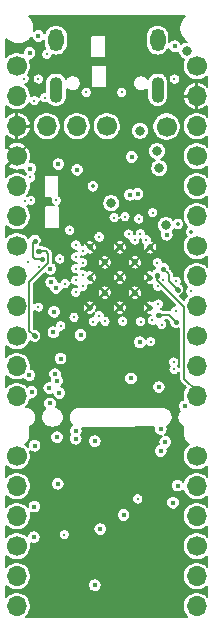
<source format=gbr>
%TF.GenerationSoftware,KiCad,Pcbnew,(5.1.6-0-10_14)*%
%TF.CreationDate,2022-02-18T21:20:26-06:00*%
%TF.ProjectId,Bonsai_C4,426f6e73-6169-45f4-9334-2e6b69636164,rev?*%
%TF.SameCoordinates,Original*%
%TF.FileFunction,Copper,L3,Inr*%
%TF.FilePolarity,Positive*%
%FSLAX46Y46*%
G04 Gerber Fmt 4.6, Leading zero omitted, Abs format (unit mm)*
G04 Created by KiCad (PCBNEW (5.1.6-0-10_14)) date 2022-02-18 21:20:26*
%MOMM*%
%LPD*%
G01*
G04 APERTURE LIST*
%TA.AperFunction,ViaPad*%
%ADD10C,1.700000*%
%TD*%
%TA.AperFunction,ViaPad*%
%ADD11O,1.700000X1.700000*%
%TD*%
%TA.AperFunction,ViaPad*%
%ADD12O,1.100000X2.200000*%
%TD*%
%TA.AperFunction,ViaPad*%
%ADD13O,1.300000X1.900000*%
%TD*%
%TA.AperFunction,ViaPad*%
%ADD14C,0.500000*%
%TD*%
%TA.AperFunction,ViaPad*%
%ADD15C,0.250000*%
%TD*%
%TA.AperFunction,ViaPad*%
%ADD16C,0.800000*%
%TD*%
%TA.AperFunction,ViaPad*%
%ADD17C,0.450000*%
%TD*%
%TA.AperFunction,ViaPad*%
%ADD18C,0.350000*%
%TD*%
%TA.AperFunction,Conductor*%
%ADD19C,0.127000*%
%TD*%
%TA.AperFunction,Conductor*%
%ADD20C,0.450000*%
%TD*%
%TA.AperFunction,Conductor*%
%ADD21C,0.200000*%
%TD*%
G04 APERTURE END LIST*
D10*
%TO.N,/PD3*%
%TO.C,J4*%
X100000000Y-100000000D03*
D11*
%TO.N,/PD2*%
X100000000Y-102540000D03*
%TO.N,GND*%
X100000000Y-105080000D03*
%TO.N,/PD0*%
X100000000Y-112700000D03*
%TO.N,/PD1*%
X100000000Y-110160000D03*
D10*
%TO.N,GND*%
X100000000Y-107620000D03*
%TO.N,/B10*%
X100000000Y-122860000D03*
D11*
%TO.N,/B8*%
X100000000Y-117780000D03*
D10*
%TO.N,/A4*%
X100000000Y-115240000D03*
D11*
%TO.N,/A8*%
X100000000Y-125400000D03*
%TO.N,/B0*%
X100000000Y-127940000D03*
%TO.N,/A3*%
X100000000Y-120320000D03*
%TD*%
D10*
%TO.N,+5V*%
%TO.C,J5*%
X115240000Y-100000000D03*
D11*
%TO.N,GND*%
X115240000Y-102540000D03*
%TO.N,/DFU*%
X115240000Y-105080000D03*
%TO.N,/A6*%
X115240000Y-112700000D03*
%TO.N,/A7*%
X115240000Y-110160000D03*
D10*
%TO.N,+3V3*%
X115240000Y-107620000D03*
%TO.N,/B14*%
X115240000Y-122860000D03*
D11*
%TO.N,/A1*%
X115240000Y-117780000D03*
D10*
%TO.N,/A5*%
X115240000Y-115240000D03*
D11*
%TO.N,/B15*%
X115240000Y-125400000D03*
%TO.N,/B1*%
X115240000Y-127940000D03*
%TO.N,/B13*%
X115240000Y-120320000D03*
%TD*%
%TO.N,/D+*%
%TO.C,J1*%
X102540000Y-105080000D03*
%TO.N,/D-*%
X105080000Y-105080000D03*
D10*
%TO.N,VBUS*%
X107620000Y-105080000D03*
%TD*%
%TO.N,/A10_5V*%
%TO.C,J2*%
X112680000Y-105120000D03*
%TD*%
%TO.N,/A0_FRAM_CS*%
%TO.C,J7*%
X100000000Y-133020000D03*
D11*
%TO.N,/B3_SCK*%
X100000000Y-135560000D03*
%TO.N,/B4_MISO*%
X100000000Y-138100000D03*
%TO.N,/C13*%
X100000000Y-145720000D03*
%TO.N,/B12_FLASH_CS*%
X100000000Y-143180000D03*
D10*
%TO.N,/B5_MOSI*%
X100000000Y-140640000D03*
%TD*%
%TO.N,/C14*%
%TO.C,J6*%
X115240000Y-133020000D03*
D11*
%TO.N,/C15*%
X115240000Y-135560000D03*
%TO.N,/A2*%
X115240000Y-138100000D03*
%TO.N,/NRST*%
X115240000Y-145720000D03*
%TO.N,/A13*%
X115240000Y-143180000D03*
D10*
%TO.N,/A14*%
X115240000Y-140640000D03*
%TD*%
D12*
%TO.N,Net-(FB1-Pad1)*%
%TO.C,J3*%
X103320000Y-102000000D03*
D13*
X103320000Y-97800000D03*
X111920000Y-97800000D03*
D12*
X111920000Y-102000000D03*
%TD*%
D14*
%TO.N,GND*%
%TO.C,U3*%
X106172000Y-120440000D03*
X106172000Y-117890000D03*
X106172000Y-115340000D03*
X107447000Y-119165000D03*
X107447000Y-116615000D03*
X108722000Y-120440000D03*
X108722000Y-117890000D03*
X108722000Y-115340000D03*
X109997000Y-119165000D03*
X109997000Y-116615000D03*
X111272000Y-120440000D03*
X111272000Y-117890000D03*
X111272000Y-115340000D03*
%TD*%
D15*
%TO.N,GND*%
X113463000Y-111466000D03*
X101821000Y-102049000D03*
X113358000Y-100082000D03*
D16*
X106364000Y-106197000D03*
D17*
X108654000Y-144953000D03*
D15*
X109438000Y-122625000D03*
X111341000Y-122625000D03*
X109468000Y-121056000D03*
X105992000Y-113227000D03*
X105619000Y-110824000D03*
D17*
X106483000Y-137914000D03*
X109675000Y-139714000D03*
D15*
X107277000Y-132790000D03*
D17*
X102681784Y-108250856D03*
X113878955Y-110795454D03*
X114199761Y-116483619D03*
D15*
X111432000Y-124390000D03*
X101959000Y-113925000D03*
X113356000Y-102029000D03*
X111973168Y-115634990D03*
X103994000Y-116978000D03*
X112426990Y-123150000D03*
D17*
X103394958Y-114962490D03*
D15*
X106496761Y-122615239D03*
X106825000Y-124136000D03*
X108213000Y-124113000D03*
X106858000Y-125479000D03*
X108213000Y-125524000D03*
X105275000Y-126524000D03*
X105239000Y-128442000D03*
X109875000Y-127707000D03*
X111435000Y-126192000D03*
X104809000Y-106488000D03*
X103545000Y-106066000D03*
X107109000Y-107421000D03*
X110870000Y-102605000D03*
X104370000Y-102688000D03*
X105255000Y-127593000D03*
D16*
X103665309Y-103763691D03*
D15*
X102383010Y-111367990D03*
X101833019Y-100268916D03*
X104116202Y-120346202D03*
D17*
X101777172Y-119875929D03*
D16*
X112051988Y-109880000D03*
%TO.N,+5V*%
X114373000Y-98687000D03*
X111870000Y-107200000D03*
D15*
%TO.N,+3V3*%
X113317000Y-125676000D03*
D17*
X110400000Y-123368000D03*
X109663000Y-126436002D03*
X106593000Y-131745000D03*
X106602000Y-143945000D03*
D15*
X108241000Y-112829000D03*
D16*
X112636133Y-113460933D03*
D17*
X105398000Y-122757000D03*
D15*
X103353000Y-111368000D03*
D16*
X112058119Y-108629149D03*
%TO.N,Net-(D1-Pad2)*%
X110430000Y-105467000D03*
X107981753Y-111607985D03*
D17*
%TO.N,VBUS*%
X109730000Y-107692000D03*
X110226356Y-110817020D03*
D15*
%TO.N,/A3*%
X112260066Y-121871066D03*
%TO.N,Net-(J3-PadA5)*%
X113352000Y-101090000D03*
X108870000Y-102225000D03*
%TO.N,Net-(J3-PadB5)*%
X105870000Y-102225000D03*
X101821000Y-101079000D03*
%TO.N,/NRST*%
X108972000Y-121585000D03*
X111323000Y-123332000D03*
D17*
X112202000Y-130748000D03*
X112186000Y-132581490D03*
D15*
%TO.N,/BOOT0*%
X105589000Y-118638000D03*
X103626000Y-116315000D03*
%TO.N,/B0*%
X112402000Y-118140000D03*
D17*
X103415880Y-126638750D03*
D15*
%TO.N,/B1*%
X111899000Y-117640000D03*
%TO.N,/B2*%
X112405000Y-117141000D03*
X113443637Y-120733363D03*
X113611000Y-118916000D03*
X102160000Y-116314000D03*
X101521058Y-114763337D03*
%TO.N,/B7*%
X104989000Y-118140000D03*
X101480000Y-102910000D03*
X102350000Y-102670000D03*
X102520000Y-98990000D03*
D17*
X101140000Y-108670000D03*
D15*
%TO.N,/B6*%
X105574000Y-117640000D03*
X101160000Y-109410000D03*
X101182548Y-111366179D03*
X104090000Y-118400000D03*
D17*
X103155450Y-120790457D03*
D15*
%TO.N,/A10*%
X109158000Y-112750000D03*
D18*
X106434000Y-110176000D03*
D15*
%TO.N,/B13*%
X110971000Y-114706000D03*
%TO.N,/B9*%
X100680000Y-111390000D03*
%TO.N,/B15*%
X109971000Y-114705000D03*
%TO.N,/B8*%
X104992000Y-119139000D03*
%TO.N,/B14*%
X110471000Y-114180000D03*
%TO.N,/A2*%
X111471000Y-121507000D03*
D17*
X113617000Y-135508000D03*
D15*
X103703490Y-121983000D03*
%TO.N,/DFU*%
X113272000Y-125040000D03*
D18*
X114756000Y-114041000D03*
X113623451Y-113358549D03*
D15*
X114710243Y-119068635D03*
%TO.N,/A14*%
X105006000Y-115140000D03*
D17*
X101061567Y-126156653D03*
X113219000Y-136957000D03*
D15*
%TO.N,/A13*%
X106972000Y-114452500D03*
D17*
X112576008Y-131812000D03*
D15*
%TO.N,/B10*%
X111908000Y-116640000D03*
X100956000Y-116573000D03*
X104480000Y-113880000D03*
%TO.N,/A15*%
X105593262Y-115638824D03*
D17*
X101822000Y-97440000D03*
D15*
%TO.N,/C13*%
X106472000Y-121621000D03*
D17*
X104990510Y-130885000D03*
D15*
%TO.N,/C14*%
X106971000Y-121135510D03*
D17*
X103707490Y-124758000D03*
X104990510Y-131539929D03*
D15*
%TO.N,/C15*%
X107471000Y-121595000D03*
D17*
X103237511Y-126065876D03*
%TO.N,Net-(C12-Pad1)*%
X113359000Y-98304000D03*
X112025002Y-127168000D03*
X101081133Y-98877986D03*
X102841490Y-117148510D03*
X102911515Y-118302532D03*
D15*
%TO.N,/VBUS_DET*%
X111507000Y-112408000D03*
%TO.N,Net-(D3-Pad-)*%
X101504969Y-122852294D03*
X101798069Y-115659441D03*
D17*
%TO.N,Net-(D5-Pad1)*%
X103522000Y-108291000D03*
X105107000Y-108774000D03*
D15*
X110330000Y-112930000D03*
D17*
%TO.N,/A10_5V*%
X109565743Y-110891954D03*
D15*
%TO.N,/A8*%
X109471000Y-114209000D03*
X101820000Y-120390000D03*
%TO.N,/A4*%
X111969000Y-120139000D03*
%TO.N,/A6*%
X113506000Y-118201000D03*
%TO.N,/A7*%
X111914000Y-118641000D03*
%TO.N,/A0_FRAM_CS*%
X110474000Y-121639000D03*
X104841000Y-121266000D03*
D17*
X103589379Y-127666977D03*
D15*
%TO.N,/B3_SCK*%
X104996807Y-116149244D03*
D17*
X101254000Y-127582000D03*
D15*
X110245000Y-136635000D03*
D17*
X101442000Y-139874000D03*
%TO.N,/B4_MISO*%
X103463000Y-135365000D03*
D15*
X105565000Y-116640000D03*
D17*
X102811000Y-128555000D03*
X103398490Y-131414808D03*
X107067000Y-139194000D03*
%TO.N,/B12_FLASH_CS*%
X114208000Y-128781000D03*
X112692000Y-114284000D03*
D15*
%TO.N,/B5_MOSI*%
X104994000Y-117140000D03*
D17*
X109040500Y-137995500D03*
X103103000Y-122524000D03*
X102738000Y-127254000D03*
X101509000Y-132132000D03*
D15*
X104025000Y-139668000D03*
D17*
X103320000Y-118780000D03*
X101490000Y-137290000D03*
D15*
%TO.N,Net-(Q2-Pad6)*%
X113482000Y-121666000D03*
X101838000Y-116959000D03*
X111928000Y-121096000D03*
%TO.N,/PD2*%
X100650000Y-101060002D03*
%TD*%
D19*
%TO.N,/B1*%
X115240000Y-127534002D02*
X115240000Y-127940000D01*
X114176499Y-126470501D02*
X115240000Y-127534002D01*
X111899000Y-118132000D02*
X114176499Y-120409499D01*
X114176499Y-120409499D02*
X114176499Y-126470501D01*
X111899000Y-117640000D02*
X111899000Y-118132000D01*
D20*
X111899000Y-117640000D02*
X111899000Y-117721000D01*
%TO.N,/B2*%
X112405000Y-117141000D02*
X112405000Y-117138000D01*
D19*
X112405000Y-117141000D02*
X112865000Y-117601000D01*
X112865000Y-118170000D02*
X113611000Y-118916000D01*
X112865000Y-117601000D02*
X112865000Y-118170000D01*
D20*
X113611000Y-118916000D02*
X113565000Y-118870000D01*
X102160000Y-116314000D02*
X102157000Y-116317000D01*
X101502500Y-114781500D02*
X101520663Y-114763337D01*
D19*
X101350218Y-114934177D02*
X101521058Y-114763337D01*
X101350218Y-116160218D02*
X101350218Y-114934177D01*
X101507000Y-116317000D02*
X101350218Y-116160218D01*
X102157000Y-116317000D02*
X101507000Y-116317000D01*
D20*
X101520663Y-114763337D02*
X101521058Y-114763337D01*
%TO.N,Net-(D3-Pad-)*%
X101504968Y-122852294D02*
X101443337Y-122790663D01*
X101504969Y-122852294D02*
X101504968Y-122852294D01*
X101862000Y-115659000D02*
X101798510Y-115659000D01*
X101798510Y-115659000D02*
X101798069Y-115659441D01*
D19*
X101069976Y-118257250D02*
X102664000Y-116663226D01*
X101056976Y-121775519D02*
X101069976Y-121762519D01*
X101443337Y-122790663D02*
X101056976Y-122404301D01*
X102664000Y-116663226D02*
X102664000Y-115889000D01*
X102434441Y-115659441D02*
X101798069Y-115659441D01*
X102664000Y-115889000D02*
X102434441Y-115659441D01*
X101056976Y-122404301D02*
X101056976Y-121775519D01*
X101069976Y-121762519D02*
X101069976Y-118257250D01*
D20*
%TO.N,Net-(Q2-Pad6)*%
X113482000Y-121666000D02*
X113473000Y-121666000D01*
D19*
X113482000Y-121666000D02*
X112912000Y-121096000D01*
X112912000Y-121096000D02*
X111928000Y-121096000D01*
D20*
X111928000Y-121096000D02*
X112019000Y-121096000D01*
%TD*%
D21*
%TO.N,GND*%
G36*
X114058280Y-95916876D02*
G01*
X113910101Y-96138641D01*
X113808034Y-96385053D01*
X113756000Y-96646643D01*
X113756000Y-96913357D01*
X113808034Y-97174947D01*
X113910101Y-97421359D01*
X114058280Y-97643124D01*
X114246876Y-97831720D01*
X114398452Y-97933000D01*
X114298738Y-97933000D01*
X114153066Y-97961976D01*
X114015847Y-98018814D01*
X113899719Y-98096408D01*
X113872104Y-98029740D01*
X113808739Y-97934909D01*
X113728091Y-97854261D01*
X113633260Y-97790896D01*
X113527888Y-97747250D01*
X113416027Y-97725000D01*
X113301973Y-97725000D01*
X113190112Y-97747250D01*
X113084740Y-97790896D01*
X112989909Y-97854261D01*
X112924000Y-97920170D01*
X112924000Y-97450687D01*
X112909472Y-97303183D01*
X112852062Y-97113927D01*
X112758834Y-96939509D01*
X112633370Y-96786630D01*
X112480491Y-96661166D01*
X112306073Y-96567938D01*
X112116818Y-96510528D01*
X111920000Y-96491143D01*
X111723183Y-96510528D01*
X111533928Y-96567938D01*
X111359510Y-96661166D01*
X111206631Y-96786630D01*
X111081167Y-96939509D01*
X110987939Y-97113927D01*
X110930528Y-97303182D01*
X110916000Y-97450686D01*
X110916000Y-98149313D01*
X110930528Y-98296817D01*
X110987938Y-98486072D01*
X111081166Y-98660491D01*
X111206630Y-98813370D01*
X111359509Y-98938834D01*
X111533927Y-99032062D01*
X111723182Y-99089472D01*
X111920000Y-99108857D01*
X112116817Y-99089472D01*
X112306072Y-99032062D01*
X112480491Y-98938834D01*
X112633370Y-98813370D01*
X112758834Y-98660491D01*
X112827075Y-98532821D01*
X112845896Y-98578260D01*
X112909261Y-98673091D01*
X112989909Y-98753739D01*
X113084740Y-98817104D01*
X113190112Y-98860750D01*
X113301973Y-98883000D01*
X113416027Y-98883000D01*
X113527888Y-98860750D01*
X113630348Y-98818310D01*
X113647976Y-98906934D01*
X113704814Y-99044153D01*
X113787330Y-99167647D01*
X113892353Y-99272670D01*
X114015847Y-99355186D01*
X114153066Y-99412024D01*
X114181107Y-99417602D01*
X114173029Y-99429692D01*
X114082269Y-99648806D01*
X114036000Y-99881416D01*
X114036000Y-100118584D01*
X114082269Y-100351194D01*
X114173029Y-100570308D01*
X114304792Y-100767505D01*
X114472495Y-100935208D01*
X114669692Y-101066971D01*
X114888806Y-101157731D01*
X115121416Y-101204000D01*
X115358584Y-101204000D01*
X115591194Y-101157731D01*
X115810308Y-101066971D01*
X116007505Y-100935208D01*
X116131001Y-100811712D01*
X116131001Y-101738131D01*
X116076897Y-101674425D01*
X115891951Y-101527786D01*
X115681951Y-101420046D01*
X115454967Y-101355345D01*
X115267000Y-101424802D01*
X115267000Y-102513000D01*
X115287000Y-102513000D01*
X115287000Y-102567000D01*
X115267000Y-102567000D01*
X115267000Y-103655198D01*
X115454967Y-103724655D01*
X115681951Y-103659954D01*
X115891951Y-103552214D01*
X116076897Y-103405575D01*
X116131001Y-103341869D01*
X116131001Y-104268288D01*
X116007505Y-104144792D01*
X115810308Y-104013029D01*
X115591194Y-103922269D01*
X115358584Y-103876000D01*
X115121416Y-103876000D01*
X114888806Y-103922269D01*
X114669692Y-104013029D01*
X114472495Y-104144792D01*
X114304792Y-104312495D01*
X114173029Y-104509692D01*
X114082269Y-104728806D01*
X114036000Y-104961416D01*
X114036000Y-105198584D01*
X114082269Y-105431194D01*
X114173029Y-105650308D01*
X114304792Y-105847505D01*
X114472495Y-106015208D01*
X114669692Y-106146971D01*
X114888806Y-106237731D01*
X115121416Y-106284000D01*
X115358584Y-106284000D01*
X115591194Y-106237731D01*
X115810308Y-106146971D01*
X116007505Y-106015208D01*
X116131001Y-105891712D01*
X116131001Y-106808288D01*
X116007505Y-106684792D01*
X115810308Y-106553029D01*
X115591194Y-106462269D01*
X115358584Y-106416000D01*
X115121416Y-106416000D01*
X114888806Y-106462269D01*
X114669692Y-106553029D01*
X114472495Y-106684792D01*
X114304792Y-106852495D01*
X114173029Y-107049692D01*
X114082269Y-107268806D01*
X114036000Y-107501416D01*
X114036000Y-107738584D01*
X114082269Y-107971194D01*
X114173029Y-108190308D01*
X114304792Y-108387505D01*
X114472495Y-108555208D01*
X114669692Y-108686971D01*
X114888806Y-108777731D01*
X115121416Y-108824000D01*
X115358584Y-108824000D01*
X115591194Y-108777731D01*
X115810308Y-108686971D01*
X116007505Y-108555208D01*
X116131001Y-108431712D01*
X116131001Y-109348288D01*
X116007505Y-109224792D01*
X115810308Y-109093029D01*
X115591194Y-109002269D01*
X115358584Y-108956000D01*
X115121416Y-108956000D01*
X114888806Y-109002269D01*
X114669692Y-109093029D01*
X114472495Y-109224792D01*
X114304792Y-109392495D01*
X114173029Y-109589692D01*
X114082269Y-109808806D01*
X114036000Y-110041416D01*
X114036000Y-110278584D01*
X114082269Y-110511194D01*
X114173029Y-110730308D01*
X114304792Y-110927505D01*
X114472495Y-111095208D01*
X114669692Y-111226971D01*
X114888806Y-111317731D01*
X115121416Y-111364000D01*
X115358584Y-111364000D01*
X115591194Y-111317731D01*
X115810308Y-111226971D01*
X116007505Y-111095208D01*
X116131001Y-110971712D01*
X116131001Y-111888288D01*
X116007505Y-111764792D01*
X115810308Y-111633029D01*
X115591194Y-111542269D01*
X115358584Y-111496000D01*
X115121416Y-111496000D01*
X114888806Y-111542269D01*
X114669692Y-111633029D01*
X114472495Y-111764792D01*
X114304792Y-111932495D01*
X114173029Y-112129692D01*
X114082269Y-112348806D01*
X114036000Y-112581416D01*
X114036000Y-112818584D01*
X114082269Y-113051194D01*
X114173029Y-113270308D01*
X114304792Y-113467505D01*
X114447918Y-113610631D01*
X114418782Y-113630099D01*
X114345099Y-113703782D01*
X114287206Y-113790424D01*
X114247329Y-113886696D01*
X114227000Y-113988898D01*
X114227000Y-114093102D01*
X114247329Y-114195304D01*
X114287206Y-114291576D01*
X114345099Y-114378218D01*
X114372084Y-114405203D01*
X114304792Y-114472495D01*
X114173029Y-114669692D01*
X114082269Y-114888806D01*
X114036000Y-115121416D01*
X114036000Y-115358584D01*
X114082269Y-115591194D01*
X114173029Y-115810308D01*
X114304792Y-116007505D01*
X114472495Y-116175208D01*
X114669692Y-116306971D01*
X114888806Y-116397731D01*
X115121416Y-116444000D01*
X115358584Y-116444000D01*
X115591194Y-116397731D01*
X115810308Y-116306971D01*
X116007505Y-116175208D01*
X116131000Y-116051713D01*
X116131000Y-116968287D01*
X116007505Y-116844792D01*
X115810308Y-116713029D01*
X115591194Y-116622269D01*
X115358584Y-116576000D01*
X115121416Y-116576000D01*
X114888806Y-116622269D01*
X114669692Y-116713029D01*
X114472495Y-116844792D01*
X114304792Y-117012495D01*
X114173029Y-117209692D01*
X114082269Y-117428806D01*
X114036000Y-117661416D01*
X114036000Y-117898584D01*
X114082269Y-118131194D01*
X114173029Y-118350308D01*
X114304792Y-118547505D01*
X114434247Y-118676960D01*
X114404898Y-118696571D01*
X114338179Y-118763290D01*
X114285758Y-118841743D01*
X114249650Y-118928916D01*
X114231243Y-119021458D01*
X114231243Y-119115812D01*
X114249650Y-119208354D01*
X114285758Y-119295527D01*
X114338179Y-119373980D01*
X114404898Y-119440699D01*
X114411906Y-119445381D01*
X114304792Y-119552495D01*
X114173029Y-119749692D01*
X114153727Y-119796292D01*
X113816231Y-119458796D01*
X113833645Y-119453514D01*
X113934231Y-119399750D01*
X114022395Y-119327395D01*
X114094750Y-119239231D01*
X114148514Y-119138645D01*
X114181621Y-119029504D01*
X114192800Y-118916000D01*
X114181621Y-118802497D01*
X114148514Y-118693355D01*
X114094750Y-118592769D01*
X114040524Y-118526695D01*
X113954305Y-118440476D01*
X113932638Y-118422694D01*
X113966593Y-118340719D01*
X113985000Y-118248177D01*
X113985000Y-118153823D01*
X113966593Y-118061281D01*
X113930485Y-117974108D01*
X113878064Y-117895655D01*
X113811345Y-117828936D01*
X113732892Y-117776515D01*
X113645719Y-117740407D01*
X113553177Y-117722000D01*
X113458823Y-117722000D01*
X113366281Y-117740407D01*
X113282500Y-117775110D01*
X113282500Y-117621498D01*
X113284519Y-117600999D01*
X113282500Y-117580500D01*
X113282500Y-117580491D01*
X113276459Y-117519156D01*
X113252586Y-117440457D01*
X113213818Y-117367927D01*
X113161645Y-117304355D01*
X113145718Y-117291284D01*
X112984000Y-117129566D01*
X112984000Y-117109562D01*
X112975622Y-117024497D01*
X112942514Y-116915355D01*
X112888750Y-116814770D01*
X112816395Y-116726605D01*
X112728231Y-116654250D01*
X112627646Y-116600486D01*
X112518504Y-116567378D01*
X112405000Y-116556199D01*
X112380201Y-116558641D01*
X112368593Y-116500281D01*
X112332485Y-116413108D01*
X112280064Y-116334655D01*
X112213345Y-116267936D01*
X112134892Y-116215515D01*
X112047719Y-116179407D01*
X111955177Y-116161000D01*
X111860823Y-116161000D01*
X111768281Y-116179407D01*
X111681108Y-116215515D01*
X111602655Y-116267936D01*
X111535936Y-116334655D01*
X111483515Y-116413108D01*
X111447407Y-116500281D01*
X111429000Y-116592823D01*
X111429000Y-116687177D01*
X111447407Y-116779719D01*
X111483515Y-116866892D01*
X111535936Y-116945345D01*
X111602655Y-117012064D01*
X111681108Y-117064485D01*
X111732057Y-117085589D01*
X111676354Y-117102486D01*
X111575769Y-117156250D01*
X111487605Y-117228605D01*
X111424694Y-117305262D01*
X111387289Y-117294129D01*
X111268824Y-117283087D01*
X111150483Y-117295368D01*
X111036811Y-117330500D01*
X110937457Y-117383606D01*
X110925010Y-117504826D01*
X111272000Y-117851816D01*
X111286142Y-117837674D01*
X111324326Y-117875858D01*
X111310184Y-117890000D01*
X111324326Y-117904142D01*
X111286142Y-117942326D01*
X111272000Y-117928184D01*
X110925010Y-118275174D01*
X110937457Y-118396394D01*
X111042677Y-118451930D01*
X111156711Y-118485871D01*
X111275176Y-118496913D01*
X111393517Y-118484632D01*
X111470108Y-118460960D01*
X111453407Y-118501281D01*
X111435000Y-118593823D01*
X111435000Y-118688177D01*
X111453407Y-118780719D01*
X111489515Y-118867892D01*
X111541936Y-118946345D01*
X111608655Y-119013064D01*
X111687108Y-119065485D01*
X111774281Y-119101593D01*
X111866823Y-119120000D01*
X111961177Y-119120000D01*
X112053719Y-119101593D01*
X112140892Y-119065485D01*
X112201532Y-119024966D01*
X113430928Y-120254363D01*
X113396460Y-120254363D01*
X113303918Y-120272770D01*
X113216745Y-120308878D01*
X113138292Y-120361299D01*
X113071573Y-120428018D01*
X113019152Y-120506471D01*
X112983044Y-120593644D01*
X112965519Y-120681751D01*
X112932509Y-120678500D01*
X112932502Y-120678500D01*
X112912000Y-120676481D01*
X112891498Y-120678500D01*
X112422956Y-120678500D01*
X112342231Y-120612250D01*
X112241646Y-120558486D01*
X112215324Y-120550501D01*
X112274345Y-120511064D01*
X112341064Y-120444345D01*
X112393485Y-120365892D01*
X112429593Y-120278719D01*
X112448000Y-120186177D01*
X112448000Y-120091823D01*
X112429593Y-119999281D01*
X112393485Y-119912108D01*
X112341064Y-119833655D01*
X112274345Y-119766936D01*
X112195892Y-119714515D01*
X112108719Y-119678407D01*
X112016177Y-119660000D01*
X111921823Y-119660000D01*
X111829281Y-119678407D01*
X111742108Y-119714515D01*
X111663655Y-119766936D01*
X111596936Y-119833655D01*
X111550068Y-119903798D01*
X111501323Y-119878070D01*
X111387289Y-119844129D01*
X111268824Y-119833087D01*
X111150483Y-119845368D01*
X111036811Y-119880500D01*
X110937457Y-119933606D01*
X110925010Y-120054826D01*
X111272000Y-120401816D01*
X111286142Y-120387674D01*
X111324326Y-120425858D01*
X111310184Y-120440000D01*
X111324326Y-120454142D01*
X111286142Y-120492326D01*
X111272000Y-120478184D01*
X110925010Y-120825174D01*
X110937457Y-120946394D01*
X111042677Y-121001930D01*
X111156711Y-121035871D01*
X111275176Y-121046913D01*
X111351817Y-121038959D01*
X111351479Y-121042390D01*
X111331281Y-121046407D01*
X111244108Y-121082515D01*
X111165655Y-121134936D01*
X111098936Y-121201655D01*
X111046515Y-121280108D01*
X111010407Y-121367281D01*
X110992000Y-121459823D01*
X110992000Y-121554177D01*
X111010407Y-121646719D01*
X111046515Y-121733892D01*
X111098936Y-121812345D01*
X111165655Y-121879064D01*
X111244108Y-121931485D01*
X111331281Y-121967593D01*
X111423823Y-121986000D01*
X111518177Y-121986000D01*
X111610719Y-121967593D01*
X111697892Y-121931485D01*
X111776345Y-121879064D01*
X111781066Y-121874343D01*
X111781066Y-121918243D01*
X111799473Y-122010785D01*
X111835581Y-122097958D01*
X111888002Y-122176411D01*
X111954721Y-122243130D01*
X112033174Y-122295551D01*
X112120347Y-122331659D01*
X112212889Y-122350066D01*
X112307243Y-122350066D01*
X112399785Y-122331659D01*
X112486958Y-122295551D01*
X112565411Y-122243130D01*
X112632130Y-122176411D01*
X112684551Y-122097958D01*
X112720659Y-122010785D01*
X112739066Y-121918243D01*
X112739066Y-121823889D01*
X112720659Y-121731347D01*
X112684551Y-121644174D01*
X112632130Y-121565721D01*
X112579909Y-121513500D01*
X112739066Y-121513500D01*
X112891232Y-121665666D01*
X112891199Y-121666000D01*
X112902378Y-121779504D01*
X112935486Y-121888646D01*
X112989250Y-121989231D01*
X113061605Y-122077395D01*
X113149769Y-122149750D01*
X113250354Y-122203514D01*
X113359496Y-122236622D01*
X113444561Y-122245000D01*
X113510439Y-122245000D01*
X113595504Y-122236622D01*
X113704646Y-122203514D01*
X113758999Y-122174461D01*
X113759000Y-125491393D01*
X113741485Y-125449108D01*
X113689064Y-125370655D01*
X113651951Y-125333542D01*
X113696485Y-125266892D01*
X113732593Y-125179719D01*
X113751000Y-125087177D01*
X113751000Y-124992823D01*
X113732593Y-124900281D01*
X113696485Y-124813108D01*
X113644064Y-124734655D01*
X113577345Y-124667936D01*
X113498892Y-124615515D01*
X113411719Y-124579407D01*
X113319177Y-124561000D01*
X113224823Y-124561000D01*
X113132281Y-124579407D01*
X113045108Y-124615515D01*
X112966655Y-124667936D01*
X112899936Y-124734655D01*
X112847515Y-124813108D01*
X112811407Y-124900281D01*
X112793000Y-124992823D01*
X112793000Y-125087177D01*
X112811407Y-125179719D01*
X112847515Y-125266892D01*
X112899936Y-125345345D01*
X112937049Y-125382458D01*
X112892515Y-125449108D01*
X112856407Y-125536281D01*
X112838000Y-125628823D01*
X112838000Y-125723177D01*
X112856407Y-125815719D01*
X112892515Y-125902892D01*
X112944936Y-125981345D01*
X113011655Y-126048064D01*
X113090108Y-126100485D01*
X113177281Y-126136593D01*
X113269823Y-126155000D01*
X113364177Y-126155000D01*
X113456719Y-126136593D01*
X113543892Y-126100485D01*
X113622345Y-126048064D01*
X113689064Y-125981345D01*
X113741485Y-125902892D01*
X113759000Y-125860607D01*
X113759000Y-126449989D01*
X113756980Y-126470501D01*
X113765040Y-126552345D01*
X113788914Y-126631044D01*
X113827682Y-126703574D01*
X113866780Y-126751216D01*
X113866788Y-126751224D01*
X113879855Y-126767146D01*
X113895777Y-126780213D01*
X114298090Y-127182526D01*
X114173029Y-127369692D01*
X114082269Y-127588806D01*
X114036000Y-127821416D01*
X114036000Y-128058584D01*
X114067817Y-128218540D01*
X114039112Y-128224250D01*
X113933740Y-128267896D01*
X113838909Y-128331261D01*
X113758261Y-128411909D01*
X113694896Y-128506740D01*
X113651250Y-128612112D01*
X113629000Y-128723973D01*
X113629000Y-128838027D01*
X113651250Y-128949888D01*
X113694896Y-129055260D01*
X113758261Y-129150091D01*
X113778826Y-129170656D01*
X113756249Y-129198735D01*
X113737437Y-129227482D01*
X113718231Y-129255956D01*
X113715750Y-129260624D01*
X113715747Y-129260628D01*
X113715747Y-129260629D01*
X113670537Y-129347108D01*
X113657674Y-129378944D01*
X113644358Y-129410622D01*
X113642828Y-129415688D01*
X113615277Y-129509300D01*
X113608848Y-129543001D01*
X113601932Y-129576693D01*
X113601416Y-129581960D01*
X113592572Y-129679142D01*
X113592812Y-129713491D01*
X113592572Y-129747840D01*
X113593088Y-129753107D01*
X113603288Y-129850155D01*
X113610202Y-129883837D01*
X113616632Y-129917546D01*
X113618161Y-129922612D01*
X113647017Y-130015831D01*
X113660331Y-130047504D01*
X113673198Y-130079349D01*
X113675682Y-130084021D01*
X113722095Y-130169859D01*
X113741290Y-130198316D01*
X113760112Y-130227079D01*
X113763457Y-130231180D01*
X113825659Y-130306369D01*
X113850029Y-130330569D01*
X113874064Y-130355114D01*
X113878142Y-130358487D01*
X113953762Y-130420163D01*
X113982390Y-130439184D01*
X114010721Y-130458582D01*
X114015376Y-130461099D01*
X114091001Y-130501309D01*
X114091000Y-131268609D01*
X114092593Y-131284785D01*
X114092572Y-131287840D01*
X114093088Y-131293107D01*
X114103288Y-131390155D01*
X114110202Y-131423837D01*
X114116632Y-131457546D01*
X114118161Y-131462612D01*
X114147017Y-131555831D01*
X114160331Y-131587504D01*
X114173198Y-131619349D01*
X114175682Y-131624021D01*
X114222095Y-131709859D01*
X114241290Y-131738316D01*
X114260112Y-131767079D01*
X114263457Y-131771180D01*
X114325659Y-131846369D01*
X114350029Y-131870569D01*
X114374064Y-131895114D01*
X114378142Y-131898487D01*
X114453762Y-131960163D01*
X114482390Y-131979184D01*
X114510721Y-131998582D01*
X114515376Y-132001099D01*
X114561248Y-132025489D01*
X114472495Y-132084792D01*
X114304792Y-132252495D01*
X114173029Y-132449692D01*
X114082269Y-132668806D01*
X114036000Y-132901416D01*
X114036000Y-133138584D01*
X114082269Y-133371194D01*
X114173029Y-133590308D01*
X114304792Y-133787505D01*
X114472495Y-133955208D01*
X114669692Y-134086971D01*
X114888806Y-134177731D01*
X115121416Y-134224000D01*
X115358584Y-134224000D01*
X115591194Y-134177731D01*
X115810308Y-134086971D01*
X116007505Y-133955208D01*
X116131000Y-133831713D01*
X116131000Y-134748287D01*
X116007505Y-134624792D01*
X115810308Y-134493029D01*
X115591194Y-134402269D01*
X115358584Y-134356000D01*
X115121416Y-134356000D01*
X114888806Y-134402269D01*
X114669692Y-134493029D01*
X114472495Y-134624792D01*
X114304792Y-134792495D01*
X114173029Y-134989692D01*
X114094199Y-135180005D01*
X114066739Y-135138909D01*
X113986091Y-135058261D01*
X113891260Y-134994896D01*
X113785888Y-134951250D01*
X113674027Y-134929000D01*
X113559973Y-134929000D01*
X113448112Y-134951250D01*
X113342740Y-134994896D01*
X113247909Y-135058261D01*
X113167261Y-135138909D01*
X113103896Y-135233740D01*
X113060250Y-135339112D01*
X113038000Y-135450973D01*
X113038000Y-135565027D01*
X113060250Y-135676888D01*
X113103896Y-135782260D01*
X113167261Y-135877091D01*
X113247909Y-135957739D01*
X113342740Y-136021104D01*
X113448112Y-136064750D01*
X113559973Y-136087000D01*
X113674027Y-136087000D01*
X113785888Y-136064750D01*
X113891260Y-136021104D01*
X113986091Y-135957739D01*
X114066739Y-135877091D01*
X114073479Y-135867004D01*
X114082269Y-135911194D01*
X114173029Y-136130308D01*
X114304792Y-136327505D01*
X114472495Y-136495208D01*
X114669692Y-136626971D01*
X114888806Y-136717731D01*
X115121416Y-136764000D01*
X115358584Y-136764000D01*
X115591194Y-136717731D01*
X115810308Y-136626971D01*
X116007505Y-136495208D01*
X116131000Y-136371713D01*
X116131000Y-137288287D01*
X116007505Y-137164792D01*
X115810308Y-137033029D01*
X115591194Y-136942269D01*
X115358584Y-136896000D01*
X115121416Y-136896000D01*
X114888806Y-136942269D01*
X114669692Y-137033029D01*
X114472495Y-137164792D01*
X114304792Y-137332495D01*
X114173029Y-137529692D01*
X114082269Y-137748806D01*
X114036000Y-137981416D01*
X114036000Y-138218584D01*
X114082269Y-138451194D01*
X114173029Y-138670308D01*
X114304792Y-138867505D01*
X114472495Y-139035208D01*
X114669692Y-139166971D01*
X114888806Y-139257731D01*
X115121416Y-139304000D01*
X115358584Y-139304000D01*
X115591194Y-139257731D01*
X115810308Y-139166971D01*
X116007505Y-139035208D01*
X116131000Y-138911713D01*
X116131001Y-139828288D01*
X116007505Y-139704792D01*
X115810308Y-139573029D01*
X115591194Y-139482269D01*
X115358584Y-139436000D01*
X115121416Y-139436000D01*
X114888806Y-139482269D01*
X114669692Y-139573029D01*
X114472495Y-139704792D01*
X114304792Y-139872495D01*
X114173029Y-140069692D01*
X114082269Y-140288806D01*
X114036000Y-140521416D01*
X114036000Y-140758584D01*
X114082269Y-140991194D01*
X114173029Y-141210308D01*
X114304792Y-141407505D01*
X114472495Y-141575208D01*
X114669692Y-141706971D01*
X114888806Y-141797731D01*
X115121416Y-141844000D01*
X115358584Y-141844000D01*
X115591194Y-141797731D01*
X115810308Y-141706971D01*
X116007505Y-141575208D01*
X116131001Y-141451712D01*
X116131001Y-142368288D01*
X116007505Y-142244792D01*
X115810308Y-142113029D01*
X115591194Y-142022269D01*
X115358584Y-141976000D01*
X115121416Y-141976000D01*
X114888806Y-142022269D01*
X114669692Y-142113029D01*
X114472495Y-142244792D01*
X114304792Y-142412495D01*
X114173029Y-142609692D01*
X114082269Y-142828806D01*
X114036000Y-143061416D01*
X114036000Y-143298584D01*
X114082269Y-143531194D01*
X114173029Y-143750308D01*
X114304792Y-143947505D01*
X114472495Y-144115208D01*
X114669692Y-144246971D01*
X114888806Y-144337731D01*
X115121416Y-144384000D01*
X115358584Y-144384000D01*
X115591194Y-144337731D01*
X115810308Y-144246971D01*
X116007505Y-144115208D01*
X116131001Y-143991712D01*
X116131001Y-144908288D01*
X116007505Y-144784792D01*
X115810308Y-144653029D01*
X115591194Y-144562269D01*
X115358584Y-144516000D01*
X115121416Y-144516000D01*
X114888806Y-144562269D01*
X114669692Y-144653029D01*
X114472495Y-144784792D01*
X114304792Y-144952495D01*
X114173029Y-145149692D01*
X114082269Y-145368806D01*
X114036000Y-145601416D01*
X114036000Y-145838584D01*
X114082269Y-146071194D01*
X114173029Y-146290308D01*
X114304792Y-146487505D01*
X114428287Y-146611000D01*
X100811713Y-146611000D01*
X100935208Y-146487505D01*
X101066971Y-146290308D01*
X101157731Y-146071194D01*
X101204000Y-145838584D01*
X101204000Y-145601416D01*
X101157731Y-145368806D01*
X101066971Y-145149692D01*
X100935208Y-144952495D01*
X100767505Y-144784792D01*
X100570308Y-144653029D01*
X100351194Y-144562269D01*
X100118584Y-144516000D01*
X99881416Y-144516000D01*
X99648806Y-144562269D01*
X99429692Y-144653029D01*
X99232495Y-144784792D01*
X99109000Y-144908287D01*
X99109000Y-143991713D01*
X99232495Y-144115208D01*
X99429692Y-144246971D01*
X99648806Y-144337731D01*
X99881416Y-144384000D01*
X100118584Y-144384000D01*
X100351194Y-144337731D01*
X100570308Y-144246971D01*
X100767505Y-144115208D01*
X100935208Y-143947505D01*
X100974986Y-143887973D01*
X106023000Y-143887973D01*
X106023000Y-144002027D01*
X106045250Y-144113888D01*
X106088896Y-144219260D01*
X106152261Y-144314091D01*
X106232909Y-144394739D01*
X106327740Y-144458104D01*
X106433112Y-144501750D01*
X106544973Y-144524000D01*
X106659027Y-144524000D01*
X106770888Y-144501750D01*
X106876260Y-144458104D01*
X106971091Y-144394739D01*
X107051739Y-144314091D01*
X107115104Y-144219260D01*
X107158750Y-144113888D01*
X107181000Y-144002027D01*
X107181000Y-143887973D01*
X107158750Y-143776112D01*
X107115104Y-143670740D01*
X107051739Y-143575909D01*
X106971091Y-143495261D01*
X106876260Y-143431896D01*
X106770888Y-143388250D01*
X106659027Y-143366000D01*
X106544973Y-143366000D01*
X106433112Y-143388250D01*
X106327740Y-143431896D01*
X106232909Y-143495261D01*
X106152261Y-143575909D01*
X106088896Y-143670740D01*
X106045250Y-143776112D01*
X106023000Y-143887973D01*
X100974986Y-143887973D01*
X101066971Y-143750308D01*
X101157731Y-143531194D01*
X101204000Y-143298584D01*
X101204000Y-143061416D01*
X101157731Y-142828806D01*
X101066971Y-142609692D01*
X100935208Y-142412495D01*
X100767505Y-142244792D01*
X100570308Y-142113029D01*
X100351194Y-142022269D01*
X100118584Y-141976000D01*
X99881416Y-141976000D01*
X99648806Y-142022269D01*
X99429692Y-142113029D01*
X99232495Y-142244792D01*
X99109000Y-142368287D01*
X99109000Y-141451713D01*
X99232495Y-141575208D01*
X99429692Y-141706971D01*
X99648806Y-141797731D01*
X99881416Y-141844000D01*
X100118584Y-141844000D01*
X100351194Y-141797731D01*
X100570308Y-141706971D01*
X100767505Y-141575208D01*
X100935208Y-141407505D01*
X101066971Y-141210308D01*
X101157731Y-140991194D01*
X101204000Y-140758584D01*
X101204000Y-140521416D01*
X101178141Y-140391412D01*
X101273112Y-140430750D01*
X101384973Y-140453000D01*
X101499027Y-140453000D01*
X101610888Y-140430750D01*
X101716260Y-140387104D01*
X101811091Y-140323739D01*
X101891739Y-140243091D01*
X101955104Y-140148260D01*
X101998750Y-140042888D01*
X102021000Y-139931027D01*
X102021000Y-139816973D01*
X101998750Y-139705112D01*
X101963837Y-139620823D01*
X103546000Y-139620823D01*
X103546000Y-139715177D01*
X103564407Y-139807719D01*
X103600515Y-139894892D01*
X103652936Y-139973345D01*
X103719655Y-140040064D01*
X103798108Y-140092485D01*
X103885281Y-140128593D01*
X103977823Y-140147000D01*
X104072177Y-140147000D01*
X104164719Y-140128593D01*
X104251892Y-140092485D01*
X104330345Y-140040064D01*
X104397064Y-139973345D01*
X104449485Y-139894892D01*
X104485593Y-139807719D01*
X104504000Y-139715177D01*
X104504000Y-139620823D01*
X104485593Y-139528281D01*
X104449485Y-139441108D01*
X104397064Y-139362655D01*
X104330345Y-139295936D01*
X104251892Y-139243515D01*
X104164719Y-139207407D01*
X104072177Y-139189000D01*
X103977823Y-139189000D01*
X103885281Y-139207407D01*
X103798108Y-139243515D01*
X103719655Y-139295936D01*
X103652936Y-139362655D01*
X103600515Y-139441108D01*
X103564407Y-139528281D01*
X103546000Y-139620823D01*
X101963837Y-139620823D01*
X101955104Y-139599740D01*
X101891739Y-139504909D01*
X101811091Y-139424261D01*
X101716260Y-139360896D01*
X101610888Y-139317250D01*
X101499027Y-139295000D01*
X101384973Y-139295000D01*
X101273112Y-139317250D01*
X101167740Y-139360896D01*
X101072909Y-139424261D01*
X100992261Y-139504909D01*
X100928896Y-139599740D01*
X100885250Y-139705112D01*
X100865768Y-139803055D01*
X100767505Y-139704792D01*
X100570308Y-139573029D01*
X100351194Y-139482269D01*
X100118584Y-139436000D01*
X99881416Y-139436000D01*
X99648806Y-139482269D01*
X99429692Y-139573029D01*
X99232495Y-139704792D01*
X99109000Y-139828287D01*
X99109000Y-138911713D01*
X99232495Y-139035208D01*
X99429692Y-139166971D01*
X99648806Y-139257731D01*
X99881416Y-139304000D01*
X100118584Y-139304000D01*
X100351194Y-139257731D01*
X100570308Y-139166971D01*
X100615203Y-139136973D01*
X106488000Y-139136973D01*
X106488000Y-139251027D01*
X106510250Y-139362888D01*
X106553896Y-139468260D01*
X106617261Y-139563091D01*
X106697909Y-139643739D01*
X106792740Y-139707104D01*
X106898112Y-139750750D01*
X107009973Y-139773000D01*
X107124027Y-139773000D01*
X107235888Y-139750750D01*
X107341260Y-139707104D01*
X107436091Y-139643739D01*
X107516739Y-139563091D01*
X107580104Y-139468260D01*
X107623750Y-139362888D01*
X107646000Y-139251027D01*
X107646000Y-139136973D01*
X107623750Y-139025112D01*
X107580104Y-138919740D01*
X107516739Y-138824909D01*
X107436091Y-138744261D01*
X107341260Y-138680896D01*
X107235888Y-138637250D01*
X107124027Y-138615000D01*
X107009973Y-138615000D01*
X106898112Y-138637250D01*
X106792740Y-138680896D01*
X106697909Y-138744261D01*
X106617261Y-138824909D01*
X106553896Y-138919740D01*
X106510250Y-139025112D01*
X106488000Y-139136973D01*
X100615203Y-139136973D01*
X100767505Y-139035208D01*
X100935208Y-138867505D01*
X101066971Y-138670308D01*
X101157731Y-138451194D01*
X101204000Y-138218584D01*
X101204000Y-137981416D01*
X101195459Y-137938473D01*
X108461500Y-137938473D01*
X108461500Y-138052527D01*
X108483750Y-138164388D01*
X108527396Y-138269760D01*
X108590761Y-138364591D01*
X108671409Y-138445239D01*
X108766240Y-138508604D01*
X108871612Y-138552250D01*
X108983473Y-138574500D01*
X109097527Y-138574500D01*
X109209388Y-138552250D01*
X109314760Y-138508604D01*
X109409591Y-138445239D01*
X109490239Y-138364591D01*
X109553604Y-138269760D01*
X109597250Y-138164388D01*
X109619500Y-138052527D01*
X109619500Y-137938473D01*
X109597250Y-137826612D01*
X109553604Y-137721240D01*
X109490239Y-137626409D01*
X109409591Y-137545761D01*
X109314760Y-137482396D01*
X109209388Y-137438750D01*
X109097527Y-137416500D01*
X108983473Y-137416500D01*
X108871612Y-137438750D01*
X108766240Y-137482396D01*
X108671409Y-137545761D01*
X108590761Y-137626409D01*
X108527396Y-137721240D01*
X108483750Y-137826612D01*
X108461500Y-137938473D01*
X101195459Y-137938473D01*
X101161295Y-137766725D01*
X101215740Y-137803104D01*
X101321112Y-137846750D01*
X101432973Y-137869000D01*
X101547027Y-137869000D01*
X101658888Y-137846750D01*
X101764260Y-137803104D01*
X101859091Y-137739739D01*
X101939739Y-137659091D01*
X102003104Y-137564260D01*
X102046750Y-137458888D01*
X102069000Y-137347027D01*
X102069000Y-137232973D01*
X102046750Y-137121112D01*
X102003104Y-137015740D01*
X101939739Y-136920909D01*
X101859091Y-136840261D01*
X101764260Y-136776896D01*
X101658888Y-136733250D01*
X101547027Y-136711000D01*
X101432973Y-136711000D01*
X101321112Y-136733250D01*
X101215740Y-136776896D01*
X101120909Y-136840261D01*
X101040261Y-136920909D01*
X100976896Y-137015740D01*
X100933250Y-137121112D01*
X100911000Y-137232973D01*
X100911000Y-137308287D01*
X100767505Y-137164792D01*
X100570308Y-137033029D01*
X100351194Y-136942269D01*
X100118584Y-136896000D01*
X99881416Y-136896000D01*
X99648806Y-136942269D01*
X99429692Y-137033029D01*
X99232495Y-137164792D01*
X99109000Y-137288287D01*
X99109000Y-136371713D01*
X99232495Y-136495208D01*
X99429692Y-136626971D01*
X99648806Y-136717731D01*
X99881416Y-136764000D01*
X100118584Y-136764000D01*
X100351194Y-136717731D01*
X100570308Y-136626971D01*
X100628897Y-136587823D01*
X109766000Y-136587823D01*
X109766000Y-136682177D01*
X109784407Y-136774719D01*
X109820515Y-136861892D01*
X109872936Y-136940345D01*
X109939655Y-137007064D01*
X110018108Y-137059485D01*
X110105281Y-137095593D01*
X110197823Y-137114000D01*
X110292177Y-137114000D01*
X110384719Y-137095593D01*
X110471892Y-137059485D01*
X110550345Y-137007064D01*
X110617064Y-136940345D01*
X110644039Y-136899973D01*
X112640000Y-136899973D01*
X112640000Y-137014027D01*
X112662250Y-137125888D01*
X112705896Y-137231260D01*
X112769261Y-137326091D01*
X112849909Y-137406739D01*
X112944740Y-137470104D01*
X113050112Y-137513750D01*
X113161973Y-137536000D01*
X113276027Y-137536000D01*
X113387888Y-137513750D01*
X113493260Y-137470104D01*
X113588091Y-137406739D01*
X113668739Y-137326091D01*
X113732104Y-137231260D01*
X113775750Y-137125888D01*
X113798000Y-137014027D01*
X113798000Y-136899973D01*
X113775750Y-136788112D01*
X113732104Y-136682740D01*
X113668739Y-136587909D01*
X113588091Y-136507261D01*
X113493260Y-136443896D01*
X113387888Y-136400250D01*
X113276027Y-136378000D01*
X113161973Y-136378000D01*
X113050112Y-136400250D01*
X112944740Y-136443896D01*
X112849909Y-136507261D01*
X112769261Y-136587909D01*
X112705896Y-136682740D01*
X112662250Y-136788112D01*
X112640000Y-136899973D01*
X110644039Y-136899973D01*
X110669485Y-136861892D01*
X110705593Y-136774719D01*
X110724000Y-136682177D01*
X110724000Y-136587823D01*
X110705593Y-136495281D01*
X110669485Y-136408108D01*
X110617064Y-136329655D01*
X110550345Y-136262936D01*
X110471892Y-136210515D01*
X110384719Y-136174407D01*
X110292177Y-136156000D01*
X110197823Y-136156000D01*
X110105281Y-136174407D01*
X110018108Y-136210515D01*
X109939655Y-136262936D01*
X109872936Y-136329655D01*
X109820515Y-136408108D01*
X109784407Y-136495281D01*
X109766000Y-136587823D01*
X100628897Y-136587823D01*
X100767505Y-136495208D01*
X100935208Y-136327505D01*
X101066971Y-136130308D01*
X101157731Y-135911194D01*
X101204000Y-135678584D01*
X101204000Y-135441416D01*
X101177457Y-135307973D01*
X102884000Y-135307973D01*
X102884000Y-135422027D01*
X102906250Y-135533888D01*
X102949896Y-135639260D01*
X103013261Y-135734091D01*
X103093909Y-135814739D01*
X103188740Y-135878104D01*
X103294112Y-135921750D01*
X103405973Y-135944000D01*
X103520027Y-135944000D01*
X103631888Y-135921750D01*
X103737260Y-135878104D01*
X103832091Y-135814739D01*
X103912739Y-135734091D01*
X103976104Y-135639260D01*
X104019750Y-135533888D01*
X104042000Y-135422027D01*
X104042000Y-135307973D01*
X104019750Y-135196112D01*
X103976104Y-135090740D01*
X103912739Y-134995909D01*
X103832091Y-134915261D01*
X103737260Y-134851896D01*
X103631888Y-134808250D01*
X103520027Y-134786000D01*
X103405973Y-134786000D01*
X103294112Y-134808250D01*
X103188740Y-134851896D01*
X103093909Y-134915261D01*
X103013261Y-134995909D01*
X102949896Y-135090740D01*
X102906250Y-135196112D01*
X102884000Y-135307973D01*
X101177457Y-135307973D01*
X101157731Y-135208806D01*
X101066971Y-134989692D01*
X100935208Y-134792495D01*
X100767505Y-134624792D01*
X100570308Y-134493029D01*
X100351194Y-134402269D01*
X100118584Y-134356000D01*
X99881416Y-134356000D01*
X99648806Y-134402269D01*
X99429692Y-134493029D01*
X99232495Y-134624792D01*
X99109000Y-134748287D01*
X99109000Y-133831713D01*
X99232495Y-133955208D01*
X99429692Y-134086971D01*
X99648806Y-134177731D01*
X99881416Y-134224000D01*
X100118584Y-134224000D01*
X100351194Y-134177731D01*
X100570308Y-134086971D01*
X100767505Y-133955208D01*
X100935208Y-133787505D01*
X101066971Y-133590308D01*
X101157731Y-133371194D01*
X101204000Y-133138584D01*
X101204000Y-132901416D01*
X101157731Y-132668806D01*
X101108767Y-132550597D01*
X101139909Y-132581739D01*
X101234740Y-132645104D01*
X101340112Y-132688750D01*
X101451973Y-132711000D01*
X101566027Y-132711000D01*
X101677888Y-132688750D01*
X101783260Y-132645104D01*
X101878091Y-132581739D01*
X101958739Y-132501091D01*
X102022104Y-132406260D01*
X102065750Y-132300888D01*
X102088000Y-132189027D01*
X102088000Y-132074973D01*
X102065750Y-131963112D01*
X102022104Y-131857740D01*
X101958739Y-131762909D01*
X101878091Y-131682261D01*
X101783260Y-131618896D01*
X101677888Y-131575250D01*
X101566027Y-131553000D01*
X101451973Y-131553000D01*
X101340112Y-131575250D01*
X101234740Y-131618896D01*
X101139909Y-131682261D01*
X101059261Y-131762909D01*
X100995896Y-131857740D01*
X100952250Y-131963112D01*
X100930000Y-132074973D01*
X100930000Y-132189027D01*
X100945768Y-132268299D01*
X100935208Y-132252495D01*
X100767505Y-132084792D01*
X100678793Y-132025517D01*
X100729859Y-131997905D01*
X100758316Y-131978710D01*
X100787079Y-131959888D01*
X100791180Y-131956543D01*
X100866369Y-131894341D01*
X100890569Y-131869971D01*
X100915114Y-131845936D01*
X100918487Y-131841858D01*
X100980163Y-131766238D01*
X100999184Y-131737610D01*
X101018582Y-131709279D01*
X101021099Y-131704624D01*
X101066911Y-131618463D01*
X101079999Y-131586710D01*
X101093532Y-131555135D01*
X101095097Y-131550080D01*
X101123302Y-131456662D01*
X101129977Y-131422952D01*
X101137116Y-131389362D01*
X101137669Y-131384099D01*
X101140249Y-131357781D01*
X102819490Y-131357781D01*
X102819490Y-131471835D01*
X102841740Y-131583696D01*
X102885386Y-131689068D01*
X102948751Y-131783899D01*
X103029399Y-131864547D01*
X103124230Y-131927912D01*
X103229602Y-131971558D01*
X103341463Y-131993808D01*
X103455517Y-131993808D01*
X103567378Y-131971558D01*
X103672750Y-131927912D01*
X103767581Y-131864547D01*
X103848229Y-131783899D01*
X103911594Y-131689068D01*
X103955240Y-131583696D01*
X103977490Y-131471835D01*
X103977490Y-131357781D01*
X103955240Y-131245920D01*
X103911594Y-131140548D01*
X103848229Y-131045717D01*
X103767581Y-130965069D01*
X103672750Y-130901704D01*
X103567378Y-130858058D01*
X103455517Y-130835808D01*
X103341463Y-130835808D01*
X103229602Y-130858058D01*
X103124230Y-130901704D01*
X103029399Y-130965069D01*
X102948751Y-131045717D01*
X102885386Y-131140548D01*
X102841740Y-131245920D01*
X102819490Y-131357781D01*
X101140249Y-131357781D01*
X101147191Y-131286982D01*
X101147191Y-131286976D01*
X101149000Y-131268610D01*
X101149000Y-130501989D01*
X101149555Y-130501689D01*
X101235068Y-130454678D01*
X101263410Y-130435272D01*
X101292024Y-130416260D01*
X101296102Y-130412887D01*
X101370854Y-130350162D01*
X101394889Y-130325617D01*
X101419260Y-130301416D01*
X101422605Y-130297315D01*
X101483751Y-130221265D01*
X101502559Y-130192523D01*
X101521769Y-130164043D01*
X101524250Y-130159376D01*
X101524253Y-130159372D01*
X101524255Y-130159368D01*
X101569464Y-130072891D01*
X101582324Y-130041060D01*
X101595642Y-130009378D01*
X101597171Y-130004312D01*
X101624723Y-129910701D01*
X101631155Y-129876986D01*
X101638068Y-129843307D01*
X101638584Y-129838040D01*
X101647428Y-129740857D01*
X101647188Y-129706509D01*
X101647379Y-129679142D01*
X102042572Y-129679142D01*
X102042812Y-129713491D01*
X102042572Y-129747840D01*
X102043088Y-129753107D01*
X102053288Y-129850155D01*
X102060202Y-129883837D01*
X102066632Y-129917546D01*
X102068161Y-129922612D01*
X102097017Y-130015831D01*
X102110331Y-130047504D01*
X102123198Y-130079349D01*
X102125682Y-130084021D01*
X102172095Y-130169859D01*
X102191290Y-130198316D01*
X102210112Y-130227079D01*
X102213457Y-130231180D01*
X102275659Y-130306369D01*
X102300029Y-130330569D01*
X102324064Y-130355114D01*
X102328142Y-130358487D01*
X102403762Y-130420163D01*
X102432390Y-130439184D01*
X102460721Y-130458582D01*
X102465376Y-130461099D01*
X102551537Y-130506911D01*
X102583290Y-130519999D01*
X102614865Y-130533532D01*
X102619920Y-130535097D01*
X102713338Y-130563302D01*
X102747048Y-130569977D01*
X102780638Y-130577116D01*
X102785895Y-130577668D01*
X102785898Y-130577669D01*
X102785901Y-130577669D01*
X102883018Y-130587191D01*
X102883024Y-130587191D01*
X102901390Y-130589000D01*
X103138610Y-130589000D01*
X103157474Y-130587142D01*
X103163963Y-130587142D01*
X103169226Y-130586589D01*
X103266201Y-130575712D01*
X103299819Y-130568567D01*
X103333498Y-130561898D01*
X103338548Y-130560335D01*
X103338552Y-130560334D01*
X103338555Y-130560333D01*
X103431569Y-130530827D01*
X103463097Y-130517314D01*
X103494900Y-130504206D01*
X103499555Y-130501689D01*
X103585068Y-130454678D01*
X103613410Y-130435272D01*
X103642024Y-130416260D01*
X103646102Y-130412887D01*
X103720854Y-130350162D01*
X103744889Y-130325617D01*
X103769260Y-130301416D01*
X103772605Y-130297315D01*
X103833751Y-130221265D01*
X103852559Y-130192523D01*
X103871769Y-130164043D01*
X103874250Y-130159376D01*
X103874253Y-130159372D01*
X103874255Y-130159368D01*
X103919464Y-130072891D01*
X103932324Y-130041060D01*
X103945642Y-130009378D01*
X103947171Y-130004312D01*
X103974723Y-129910701D01*
X103981155Y-129876986D01*
X103988068Y-129843307D01*
X103988584Y-129838040D01*
X103997428Y-129740857D01*
X103997188Y-129706509D01*
X103997379Y-129679142D01*
X104392572Y-129679142D01*
X104392812Y-129713491D01*
X104392572Y-129747840D01*
X104393088Y-129753107D01*
X104403288Y-129850155D01*
X104410202Y-129883837D01*
X104416632Y-129917546D01*
X104418161Y-129922612D01*
X104447017Y-130015831D01*
X104460331Y-130047504D01*
X104473198Y-130079349D01*
X104475682Y-130084021D01*
X104522095Y-130169859D01*
X104541290Y-130198316D01*
X104560112Y-130227079D01*
X104563457Y-130231180D01*
X104625659Y-130306369D01*
X104650029Y-130330569D01*
X104674064Y-130355114D01*
X104678142Y-130358487D01*
X104704340Y-130379854D01*
X104621419Y-130435261D01*
X104540771Y-130515909D01*
X104477406Y-130610740D01*
X104433760Y-130716112D01*
X104411510Y-130827973D01*
X104411510Y-130942027D01*
X104433760Y-131053888D01*
X104477406Y-131159260D01*
X104512957Y-131212465D01*
X104477406Y-131265669D01*
X104433760Y-131371041D01*
X104411510Y-131482902D01*
X104411510Y-131596956D01*
X104433760Y-131708817D01*
X104477406Y-131814189D01*
X104540771Y-131909020D01*
X104621419Y-131989668D01*
X104716250Y-132053033D01*
X104821622Y-132096679D01*
X104933483Y-132118929D01*
X105047537Y-132118929D01*
X105159398Y-132096679D01*
X105264770Y-132053033D01*
X105359601Y-131989668D01*
X105440249Y-131909020D01*
X105503614Y-131814189D01*
X105547260Y-131708817D01*
X105551406Y-131687973D01*
X106014000Y-131687973D01*
X106014000Y-131802027D01*
X106036250Y-131913888D01*
X106079896Y-132019260D01*
X106143261Y-132114091D01*
X106223909Y-132194739D01*
X106318740Y-132258104D01*
X106424112Y-132301750D01*
X106535973Y-132324000D01*
X106650027Y-132324000D01*
X106761888Y-132301750D01*
X106867260Y-132258104D01*
X106962091Y-132194739D01*
X107042739Y-132114091D01*
X107106104Y-132019260D01*
X107149750Y-131913888D01*
X107172000Y-131802027D01*
X107172000Y-131687973D01*
X107149750Y-131576112D01*
X107106104Y-131470740D01*
X107042739Y-131375909D01*
X106962091Y-131295261D01*
X106867260Y-131231896D01*
X106761888Y-131188250D01*
X106650027Y-131166000D01*
X106535973Y-131166000D01*
X106424112Y-131188250D01*
X106318740Y-131231896D01*
X106223909Y-131295261D01*
X106143261Y-131375909D01*
X106079896Y-131470740D01*
X106036250Y-131576112D01*
X106014000Y-131687973D01*
X105551406Y-131687973D01*
X105569510Y-131596956D01*
X105569510Y-131482902D01*
X105547260Y-131371041D01*
X105503614Y-131265669D01*
X105468063Y-131212465D01*
X105503614Y-131159260D01*
X105547260Y-131053888D01*
X105569510Y-130942027D01*
X105569510Y-130827973D01*
X105547260Y-130716112D01*
X105503614Y-130610740D01*
X105489088Y-130589000D01*
X109988610Y-130589000D01*
X110007474Y-130587142D01*
X110013963Y-130587142D01*
X110019226Y-130586589D01*
X110116201Y-130575712D01*
X110149819Y-130568567D01*
X110183498Y-130561898D01*
X110188548Y-130560335D01*
X110188552Y-130560334D01*
X110188555Y-130560333D01*
X110249909Y-130540870D01*
X110260232Y-130546388D01*
X110278991Y-130552079D01*
X110298500Y-130554000D01*
X111655652Y-130554000D01*
X111645250Y-130579112D01*
X111623000Y-130690973D01*
X111623000Y-130805027D01*
X111645250Y-130916888D01*
X111688896Y-131022260D01*
X111752261Y-131117091D01*
X111832909Y-131197739D01*
X111927740Y-131261104D01*
X112033112Y-131304750D01*
X112144973Y-131327000D01*
X112259027Y-131327000D01*
X112259968Y-131326813D01*
X112206917Y-131362261D01*
X112126269Y-131442909D01*
X112062904Y-131537740D01*
X112019258Y-131643112D01*
X111997008Y-131754973D01*
X111997008Y-131869027D01*
X112019258Y-131980888D01*
X112035876Y-132021008D01*
X112017112Y-132024740D01*
X111911740Y-132068386D01*
X111816909Y-132131751D01*
X111736261Y-132212399D01*
X111672896Y-132307230D01*
X111629250Y-132412602D01*
X111607000Y-132524463D01*
X111607000Y-132638517D01*
X111629250Y-132750378D01*
X111672896Y-132855750D01*
X111736261Y-132950581D01*
X111816909Y-133031229D01*
X111911740Y-133094594D01*
X112017112Y-133138240D01*
X112128973Y-133160490D01*
X112243027Y-133160490D01*
X112354888Y-133138240D01*
X112460260Y-133094594D01*
X112555091Y-133031229D01*
X112635739Y-132950581D01*
X112699104Y-132855750D01*
X112742750Y-132750378D01*
X112765000Y-132638517D01*
X112765000Y-132524463D01*
X112742750Y-132412602D01*
X112726132Y-132372482D01*
X112744896Y-132368750D01*
X112850268Y-132325104D01*
X112945099Y-132261739D01*
X113025747Y-132181091D01*
X113089112Y-132086260D01*
X113132758Y-131980888D01*
X113155008Y-131869027D01*
X113155008Y-131754973D01*
X113132758Y-131643112D01*
X113089112Y-131537740D01*
X113025747Y-131442909D01*
X112945099Y-131362261D01*
X112850268Y-131298896D01*
X112744896Y-131255250D01*
X112633035Y-131233000D01*
X112518981Y-131233000D01*
X112518040Y-131233187D01*
X112571091Y-131197739D01*
X112651739Y-131117091D01*
X112715104Y-131022260D01*
X112758750Y-130916888D01*
X112781000Y-130805027D01*
X112781000Y-130690973D01*
X112758750Y-130579112D01*
X112721650Y-130489542D01*
X112785068Y-130454678D01*
X112813410Y-130435272D01*
X112842024Y-130416260D01*
X112846102Y-130412887D01*
X112920854Y-130350162D01*
X112944889Y-130325617D01*
X112969260Y-130301416D01*
X112972605Y-130297315D01*
X113033751Y-130221265D01*
X113052559Y-130192523D01*
X113071769Y-130164043D01*
X113074250Y-130159376D01*
X113074253Y-130159372D01*
X113074255Y-130159368D01*
X113119464Y-130072891D01*
X113132324Y-130041060D01*
X113145642Y-130009378D01*
X113147171Y-130004312D01*
X113174723Y-129910701D01*
X113181155Y-129876986D01*
X113188068Y-129843307D01*
X113188584Y-129838040D01*
X113197428Y-129740857D01*
X113197188Y-129706509D01*
X113197428Y-129672161D01*
X113196912Y-129666894D01*
X113186712Y-129569845D01*
X113179798Y-129536163D01*
X113173368Y-129502454D01*
X113171839Y-129497388D01*
X113142983Y-129404169D01*
X113129669Y-129372496D01*
X113116802Y-129340651D01*
X113114318Y-129335978D01*
X113067905Y-129250141D01*
X113048710Y-129221684D01*
X113029888Y-129192921D01*
X113026543Y-129188820D01*
X112964341Y-129113631D01*
X112939971Y-129089430D01*
X112915936Y-129064886D01*
X112911858Y-129061513D01*
X112911855Y-129061510D01*
X112911851Y-129061508D01*
X112836237Y-128999837D01*
X112807627Y-128980828D01*
X112779279Y-128961418D01*
X112774624Y-128958901D01*
X112688463Y-128913089D01*
X112656710Y-128900001D01*
X112625135Y-128886468D01*
X112620080Y-128884903D01*
X112526662Y-128856698D01*
X112492960Y-128850025D01*
X112459363Y-128842884D01*
X112454104Y-128842331D01*
X112454100Y-128842331D01*
X112356982Y-128832809D01*
X112356976Y-128832809D01*
X112338610Y-128831000D01*
X112101390Y-128831000D01*
X112082526Y-128832858D01*
X112076037Y-128832858D01*
X112070774Y-128833411D01*
X111973799Y-128844288D01*
X111940174Y-128851435D01*
X111906502Y-128858102D01*
X111901454Y-128859664D01*
X111901447Y-128859666D01*
X111901441Y-128859669D01*
X111882470Y-128865686D01*
X111875500Y-128865000D01*
X110298500Y-128865000D01*
X110278991Y-128866921D01*
X110260232Y-128872612D01*
X110249092Y-128878566D01*
X110176662Y-128856698D01*
X110142960Y-128850025D01*
X110109363Y-128842884D01*
X110104104Y-128842331D01*
X110104100Y-128842331D01*
X110006982Y-128832809D01*
X110006976Y-128832809D01*
X109988610Y-128831000D01*
X105251390Y-128831000D01*
X105232526Y-128832858D01*
X105226037Y-128832858D01*
X105220774Y-128833411D01*
X105123799Y-128844288D01*
X105090174Y-128851435D01*
X105056502Y-128858102D01*
X105051454Y-128859664D01*
X105051447Y-128859666D01*
X105051441Y-128859669D01*
X104958431Y-128889173D01*
X104926842Y-128902712D01*
X104895100Y-128915795D01*
X104890449Y-128918310D01*
X104890444Y-128918312D01*
X104890440Y-128918315D01*
X104804932Y-128965322D01*
X104776568Y-128984744D01*
X104747976Y-129003740D01*
X104743898Y-129007113D01*
X104669146Y-129069838D01*
X104645111Y-129094383D01*
X104620740Y-129118584D01*
X104617395Y-129122685D01*
X104556249Y-129198735D01*
X104537437Y-129227482D01*
X104518231Y-129255956D01*
X104515750Y-129260624D01*
X104515747Y-129260628D01*
X104515747Y-129260629D01*
X104470537Y-129347108D01*
X104457674Y-129378944D01*
X104444358Y-129410622D01*
X104442828Y-129415688D01*
X104415277Y-129509300D01*
X104408848Y-129543001D01*
X104401932Y-129576693D01*
X104401416Y-129581960D01*
X104392572Y-129679142D01*
X103997379Y-129679142D01*
X103997428Y-129672161D01*
X103996912Y-129666894D01*
X103986712Y-129569845D01*
X103979798Y-129536163D01*
X103973368Y-129502454D01*
X103971839Y-129497388D01*
X103942983Y-129404169D01*
X103929669Y-129372496D01*
X103916802Y-129340651D01*
X103914318Y-129335978D01*
X103867905Y-129250141D01*
X103848710Y-129221684D01*
X103829888Y-129192921D01*
X103826543Y-129188820D01*
X103764341Y-129113631D01*
X103739971Y-129089430D01*
X103715936Y-129064886D01*
X103711858Y-129061513D01*
X103711855Y-129061510D01*
X103711851Y-129061508D01*
X103636237Y-128999837D01*
X103607627Y-128980828D01*
X103579279Y-128961418D01*
X103574624Y-128958901D01*
X103488463Y-128913089D01*
X103456710Y-128900001D01*
X103425135Y-128886468D01*
X103420080Y-128884903D01*
X103326662Y-128856698D01*
X103308211Y-128853045D01*
X103324104Y-128829260D01*
X103367750Y-128723888D01*
X103390000Y-128612027D01*
X103390000Y-128497973D01*
X103367750Y-128386112D01*
X103324104Y-128280740D01*
X103260739Y-128185909D01*
X103180091Y-128105261D01*
X103085260Y-128041896D01*
X102979888Y-127998250D01*
X102868027Y-127976000D01*
X102753973Y-127976000D01*
X102642112Y-127998250D01*
X102536740Y-128041896D01*
X102441909Y-128105261D01*
X102361261Y-128185909D01*
X102297896Y-128280740D01*
X102254250Y-128386112D01*
X102232000Y-128497973D01*
X102232000Y-128612027D01*
X102254250Y-128723888D01*
X102297896Y-128829260D01*
X102361261Y-128924091D01*
X102423771Y-128986601D01*
X102397976Y-129003740D01*
X102393898Y-129007113D01*
X102319146Y-129069838D01*
X102295111Y-129094383D01*
X102270740Y-129118584D01*
X102267395Y-129122685D01*
X102206249Y-129198735D01*
X102187437Y-129227482D01*
X102168231Y-129255956D01*
X102165750Y-129260624D01*
X102165747Y-129260628D01*
X102165747Y-129260629D01*
X102120537Y-129347108D01*
X102107674Y-129378944D01*
X102094358Y-129410622D01*
X102092828Y-129415688D01*
X102065277Y-129509300D01*
X102058848Y-129543001D01*
X102051932Y-129576693D01*
X102051416Y-129581960D01*
X102042572Y-129679142D01*
X101647379Y-129679142D01*
X101647428Y-129672161D01*
X101646912Y-129666894D01*
X101636712Y-129569845D01*
X101629798Y-129536163D01*
X101623368Y-129502454D01*
X101621839Y-129497388D01*
X101592983Y-129404169D01*
X101579669Y-129372496D01*
X101566802Y-129340651D01*
X101564318Y-129335978D01*
X101517905Y-129250141D01*
X101498710Y-129221684D01*
X101479888Y-129192921D01*
X101476543Y-129188820D01*
X101414341Y-129113631D01*
X101389971Y-129089430D01*
X101365936Y-129064886D01*
X101361858Y-129061513D01*
X101361855Y-129061510D01*
X101361851Y-129061508D01*
X101286237Y-128999837D01*
X101257627Y-128980828D01*
X101229279Y-128961418D01*
X101224624Y-128958901D01*
X101138463Y-128913089D01*
X101106710Y-128900001D01*
X101075135Y-128886468D01*
X101070080Y-128884903D01*
X100976662Y-128856698D01*
X100942960Y-128850025D01*
X100909363Y-128842884D01*
X100904104Y-128842331D01*
X100904100Y-128842331D01*
X100809643Y-128833070D01*
X100935208Y-128707505D01*
X101066971Y-128510308D01*
X101157731Y-128291194D01*
X101184136Y-128158447D01*
X101196973Y-128161000D01*
X101311027Y-128161000D01*
X101422888Y-128138750D01*
X101528260Y-128095104D01*
X101623091Y-128031739D01*
X101703739Y-127951091D01*
X101767104Y-127856260D01*
X101810750Y-127750888D01*
X101833000Y-127639027D01*
X101833000Y-127524973D01*
X101810750Y-127413112D01*
X101767104Y-127307740D01*
X101703739Y-127212909D01*
X101687803Y-127196973D01*
X102159000Y-127196973D01*
X102159000Y-127311027D01*
X102181250Y-127422888D01*
X102224896Y-127528260D01*
X102288261Y-127623091D01*
X102368909Y-127703739D01*
X102463740Y-127767104D01*
X102569112Y-127810750D01*
X102680973Y-127833000D01*
X102795027Y-127833000D01*
X102906888Y-127810750D01*
X103012260Y-127767104D01*
X103018167Y-127763157D01*
X103032629Y-127835865D01*
X103076275Y-127941237D01*
X103139640Y-128036068D01*
X103220288Y-128116716D01*
X103315119Y-128180081D01*
X103420491Y-128223727D01*
X103532352Y-128245977D01*
X103646406Y-128245977D01*
X103758267Y-128223727D01*
X103863639Y-128180081D01*
X103958470Y-128116716D01*
X104039118Y-128036068D01*
X104102483Y-127941237D01*
X104146129Y-127835865D01*
X104168379Y-127724004D01*
X104168379Y-127609950D01*
X104146129Y-127498089D01*
X104102483Y-127392717D01*
X104039118Y-127297886D01*
X103958470Y-127217238D01*
X103863639Y-127153873D01*
X103760069Y-127110973D01*
X111446002Y-127110973D01*
X111446002Y-127225027D01*
X111468252Y-127336888D01*
X111511898Y-127442260D01*
X111575263Y-127537091D01*
X111655911Y-127617739D01*
X111750742Y-127681104D01*
X111856114Y-127724750D01*
X111967975Y-127747000D01*
X112082029Y-127747000D01*
X112193890Y-127724750D01*
X112299262Y-127681104D01*
X112394093Y-127617739D01*
X112474741Y-127537091D01*
X112538106Y-127442260D01*
X112581752Y-127336888D01*
X112604002Y-127225027D01*
X112604002Y-127110973D01*
X112581752Y-126999112D01*
X112538106Y-126893740D01*
X112474741Y-126798909D01*
X112394093Y-126718261D01*
X112299262Y-126654896D01*
X112193890Y-126611250D01*
X112082029Y-126589000D01*
X111967975Y-126589000D01*
X111856114Y-126611250D01*
X111750742Y-126654896D01*
X111655911Y-126718261D01*
X111575263Y-126798909D01*
X111511898Y-126893740D01*
X111468252Y-126999112D01*
X111446002Y-127110973D01*
X103760069Y-127110973D01*
X103758267Y-127110227D01*
X103753775Y-127109334D01*
X103784971Y-127088489D01*
X103865619Y-127007841D01*
X103928984Y-126913010D01*
X103972630Y-126807638D01*
X103994880Y-126695777D01*
X103994880Y-126581723D01*
X103972630Y-126469862D01*
X103934984Y-126378975D01*
X109084000Y-126378975D01*
X109084000Y-126493029D01*
X109106250Y-126604890D01*
X109149896Y-126710262D01*
X109213261Y-126805093D01*
X109293909Y-126885741D01*
X109388740Y-126949106D01*
X109494112Y-126992752D01*
X109605973Y-127015002D01*
X109720027Y-127015002D01*
X109831888Y-126992752D01*
X109937260Y-126949106D01*
X110032091Y-126885741D01*
X110112739Y-126805093D01*
X110176104Y-126710262D01*
X110219750Y-126604890D01*
X110242000Y-126493029D01*
X110242000Y-126378975D01*
X110219750Y-126267114D01*
X110176104Y-126161742D01*
X110112739Y-126066911D01*
X110032091Y-125986263D01*
X109937260Y-125922898D01*
X109831888Y-125879252D01*
X109720027Y-125857002D01*
X109605973Y-125857002D01*
X109494112Y-125879252D01*
X109388740Y-125922898D01*
X109293909Y-125986263D01*
X109213261Y-126066911D01*
X109149896Y-126161742D01*
X109106250Y-126267114D01*
X109084000Y-126378975D01*
X103934984Y-126378975D01*
X103928984Y-126364490D01*
X103865619Y-126269659D01*
X103800310Y-126204350D01*
X103816511Y-126122903D01*
X103816511Y-126008849D01*
X103794261Y-125896988D01*
X103750615Y-125791616D01*
X103687250Y-125696785D01*
X103606602Y-125616137D01*
X103511771Y-125552772D01*
X103406399Y-125509126D01*
X103294538Y-125486876D01*
X103180484Y-125486876D01*
X103068623Y-125509126D01*
X102963251Y-125552772D01*
X102868420Y-125616137D01*
X102787772Y-125696785D01*
X102724407Y-125791616D01*
X102680761Y-125896988D01*
X102658511Y-126008849D01*
X102658511Y-126122903D01*
X102680761Y-126234764D01*
X102724407Y-126340136D01*
X102787772Y-126434967D01*
X102853081Y-126500276D01*
X102836880Y-126581723D01*
X102836880Y-126683325D01*
X102795027Y-126675000D01*
X102680973Y-126675000D01*
X102569112Y-126697250D01*
X102463740Y-126740896D01*
X102368909Y-126804261D01*
X102288261Y-126884909D01*
X102224896Y-126979740D01*
X102181250Y-127085112D01*
X102159000Y-127196973D01*
X101687803Y-127196973D01*
X101623091Y-127132261D01*
X101528260Y-127068896D01*
X101422888Y-127025250D01*
X101311027Y-127003000D01*
X101196973Y-127003000D01*
X101085112Y-127025250D01*
X100979740Y-127068896D01*
X100890942Y-127128229D01*
X100767505Y-127004792D01*
X100570308Y-126873029D01*
X100351194Y-126782269D01*
X100118584Y-126736000D01*
X99881416Y-126736000D01*
X99648806Y-126782269D01*
X99429692Y-126873029D01*
X99232495Y-127004792D01*
X99109000Y-127128287D01*
X99109000Y-126211713D01*
X99232495Y-126335208D01*
X99429692Y-126466971D01*
X99648806Y-126557731D01*
X99881416Y-126604000D01*
X100118584Y-126604000D01*
X100351194Y-126557731D01*
X100570308Y-126466971D01*
X100571863Y-126465932D01*
X100611828Y-126525744D01*
X100692476Y-126606392D01*
X100787307Y-126669757D01*
X100892679Y-126713403D01*
X101004540Y-126735653D01*
X101118594Y-126735653D01*
X101230455Y-126713403D01*
X101335827Y-126669757D01*
X101430658Y-126606392D01*
X101511306Y-126525744D01*
X101574671Y-126430913D01*
X101618317Y-126325541D01*
X101640567Y-126213680D01*
X101640567Y-126099626D01*
X101618317Y-125987765D01*
X101574671Y-125882393D01*
X101511306Y-125787562D01*
X101430658Y-125706914D01*
X101335827Y-125643549D01*
X101230455Y-125599903D01*
X101189447Y-125591746D01*
X101204000Y-125518584D01*
X101204000Y-125281416D01*
X101157731Y-125048806D01*
X101066971Y-124829692D01*
X100980964Y-124700973D01*
X103128490Y-124700973D01*
X103128490Y-124815027D01*
X103150740Y-124926888D01*
X103194386Y-125032260D01*
X103257751Y-125127091D01*
X103338399Y-125207739D01*
X103433230Y-125271104D01*
X103538602Y-125314750D01*
X103650463Y-125337000D01*
X103764517Y-125337000D01*
X103876378Y-125314750D01*
X103981750Y-125271104D01*
X104076581Y-125207739D01*
X104157229Y-125127091D01*
X104220594Y-125032260D01*
X104264240Y-124926888D01*
X104286490Y-124815027D01*
X104286490Y-124700973D01*
X104264240Y-124589112D01*
X104220594Y-124483740D01*
X104157229Y-124388909D01*
X104076581Y-124308261D01*
X103981750Y-124244896D01*
X103876378Y-124201250D01*
X103764517Y-124179000D01*
X103650463Y-124179000D01*
X103538602Y-124201250D01*
X103433230Y-124244896D01*
X103338399Y-124308261D01*
X103257751Y-124388909D01*
X103194386Y-124483740D01*
X103150740Y-124589112D01*
X103128490Y-124700973D01*
X100980964Y-124700973D01*
X100935208Y-124632495D01*
X100767505Y-124464792D01*
X100570308Y-124333029D01*
X100351194Y-124242269D01*
X100118584Y-124196000D01*
X99881416Y-124196000D01*
X99648806Y-124242269D01*
X99429692Y-124333029D01*
X99232495Y-124464792D01*
X99109000Y-124588287D01*
X99109000Y-123671713D01*
X99232495Y-123795208D01*
X99429692Y-123926971D01*
X99648806Y-124017731D01*
X99881416Y-124064000D01*
X100118584Y-124064000D01*
X100351194Y-124017731D01*
X100570308Y-123926971D01*
X100767505Y-123795208D01*
X100935208Y-123627505D01*
X101066971Y-123430308D01*
X101125227Y-123289667D01*
X101181737Y-123336044D01*
X101282322Y-123389808D01*
X101391464Y-123422916D01*
X101476529Y-123431294D01*
X101476538Y-123431294D01*
X101504967Y-123434094D01*
X101533396Y-123431294D01*
X101533408Y-123431294D01*
X101618473Y-123422916D01*
X101727615Y-123389808D01*
X101828200Y-123336044D01*
X101916364Y-123263689D01*
X101988719Y-123175525D01*
X102042483Y-123074940D01*
X102075591Y-122965798D01*
X102086770Y-122852294D01*
X102075591Y-122738790D01*
X102042483Y-122629648D01*
X101988719Y-122529063D01*
X101937763Y-122466973D01*
X102524000Y-122466973D01*
X102524000Y-122581027D01*
X102546250Y-122692888D01*
X102589896Y-122798260D01*
X102653261Y-122893091D01*
X102733909Y-122973739D01*
X102828740Y-123037104D01*
X102934112Y-123080750D01*
X103045973Y-123103000D01*
X103160027Y-123103000D01*
X103271888Y-123080750D01*
X103377260Y-123037104D01*
X103472091Y-122973739D01*
X103552739Y-122893091D01*
X103616104Y-122798260D01*
X103656815Y-122699973D01*
X104819000Y-122699973D01*
X104819000Y-122814027D01*
X104841250Y-122925888D01*
X104884896Y-123031260D01*
X104948261Y-123126091D01*
X105028909Y-123206739D01*
X105123740Y-123270104D01*
X105229112Y-123313750D01*
X105340973Y-123336000D01*
X105455027Y-123336000D01*
X105566888Y-123313750D01*
X105573592Y-123310973D01*
X109821000Y-123310973D01*
X109821000Y-123425027D01*
X109843250Y-123536888D01*
X109886896Y-123642260D01*
X109950261Y-123737091D01*
X110030909Y-123817739D01*
X110125740Y-123881104D01*
X110231112Y-123924750D01*
X110342973Y-123947000D01*
X110457027Y-123947000D01*
X110568888Y-123924750D01*
X110674260Y-123881104D01*
X110769091Y-123817739D01*
X110849739Y-123737091D01*
X110913104Y-123642260D01*
X110928838Y-123604274D01*
X110950936Y-123637345D01*
X111017655Y-123704064D01*
X111096108Y-123756485D01*
X111183281Y-123792593D01*
X111275823Y-123811000D01*
X111370177Y-123811000D01*
X111462719Y-123792593D01*
X111549892Y-123756485D01*
X111628345Y-123704064D01*
X111695064Y-123637345D01*
X111747485Y-123558892D01*
X111783593Y-123471719D01*
X111802000Y-123379177D01*
X111802000Y-123284823D01*
X111783593Y-123192281D01*
X111747485Y-123105108D01*
X111695064Y-123026655D01*
X111628345Y-122959936D01*
X111549892Y-122907515D01*
X111462719Y-122871407D01*
X111370177Y-122853000D01*
X111275823Y-122853000D01*
X111183281Y-122871407D01*
X111096108Y-122907515D01*
X111017655Y-122959936D01*
X110950936Y-123026655D01*
X110909607Y-123088507D01*
X110849739Y-122998909D01*
X110769091Y-122918261D01*
X110674260Y-122854896D01*
X110568888Y-122811250D01*
X110457027Y-122789000D01*
X110342973Y-122789000D01*
X110231112Y-122811250D01*
X110125740Y-122854896D01*
X110030909Y-122918261D01*
X109950261Y-122998909D01*
X109886896Y-123093740D01*
X109843250Y-123199112D01*
X109821000Y-123310973D01*
X105573592Y-123310973D01*
X105672260Y-123270104D01*
X105767091Y-123206739D01*
X105847739Y-123126091D01*
X105911104Y-123031260D01*
X105954750Y-122925888D01*
X105977000Y-122814027D01*
X105977000Y-122699973D01*
X105954750Y-122588112D01*
X105911104Y-122482740D01*
X105847739Y-122387909D01*
X105767091Y-122307261D01*
X105672260Y-122243896D01*
X105566888Y-122200250D01*
X105455027Y-122178000D01*
X105340973Y-122178000D01*
X105229112Y-122200250D01*
X105123740Y-122243896D01*
X105028909Y-122307261D01*
X104948261Y-122387909D01*
X104884896Y-122482740D01*
X104841250Y-122588112D01*
X104819000Y-122699973D01*
X103656815Y-122699973D01*
X103659750Y-122692888D01*
X103682000Y-122581027D01*
X103682000Y-122466973D01*
X103681011Y-122462000D01*
X103750667Y-122462000D01*
X103843209Y-122443593D01*
X103930382Y-122407485D01*
X104008835Y-122355064D01*
X104075554Y-122288345D01*
X104127975Y-122209892D01*
X104164083Y-122122719D01*
X104182490Y-122030177D01*
X104182490Y-121935823D01*
X104164083Y-121843281D01*
X104127975Y-121756108D01*
X104075554Y-121677655D01*
X104008835Y-121610936D01*
X103930382Y-121558515D01*
X103843209Y-121522407D01*
X103750667Y-121504000D01*
X103656313Y-121504000D01*
X103563771Y-121522407D01*
X103476598Y-121558515D01*
X103398145Y-121610936D01*
X103331426Y-121677655D01*
X103279005Y-121756108D01*
X103242897Y-121843281D01*
X103224490Y-121935823D01*
X103224490Y-121957822D01*
X103160027Y-121945000D01*
X103045973Y-121945000D01*
X102934112Y-121967250D01*
X102828740Y-122010896D01*
X102733909Y-122074261D01*
X102653261Y-122154909D01*
X102589896Y-122249740D01*
X102546250Y-122355112D01*
X102524000Y-122466973D01*
X101937763Y-122466973D01*
X101916364Y-122440899D01*
X101894265Y-122422763D01*
X101832642Y-122361139D01*
X101766568Y-122306913D01*
X101665982Y-122253149D01*
X101556841Y-122220042D01*
X101474476Y-122211930D01*
X101474476Y-121867304D01*
X101481435Y-121844363D01*
X101487476Y-121783028D01*
X101487476Y-121783020D01*
X101489495Y-121762519D01*
X101487476Y-121742017D01*
X101487476Y-120734885D01*
X101514655Y-120762064D01*
X101593108Y-120814485D01*
X101680281Y-120850593D01*
X101772823Y-120869000D01*
X101867177Y-120869000D01*
X101959719Y-120850593D01*
X102046892Y-120814485D01*
X102125345Y-120762064D01*
X102153979Y-120733430D01*
X102576450Y-120733430D01*
X102576450Y-120847484D01*
X102598700Y-120959345D01*
X102642346Y-121064717D01*
X102705711Y-121159548D01*
X102786359Y-121240196D01*
X102881190Y-121303561D01*
X102986562Y-121347207D01*
X103098423Y-121369457D01*
X103212477Y-121369457D01*
X103324338Y-121347207D01*
X103429710Y-121303561D01*
X103524541Y-121240196D01*
X103545914Y-121218823D01*
X104362000Y-121218823D01*
X104362000Y-121313177D01*
X104380407Y-121405719D01*
X104416515Y-121492892D01*
X104468936Y-121571345D01*
X104535655Y-121638064D01*
X104614108Y-121690485D01*
X104701281Y-121726593D01*
X104793823Y-121745000D01*
X104888177Y-121745000D01*
X104980719Y-121726593D01*
X105067892Y-121690485D01*
X105146345Y-121638064D01*
X105213064Y-121571345D01*
X105265485Y-121492892D01*
X105301593Y-121405719D01*
X105320000Y-121313177D01*
X105320000Y-121218823D01*
X105301593Y-121126281D01*
X105265485Y-121039108D01*
X105213064Y-120960655D01*
X105146345Y-120893936D01*
X105067892Y-120841515D01*
X105028442Y-120825174D01*
X105825010Y-120825174D01*
X105837457Y-120946394D01*
X105942677Y-121001930D01*
X106056711Y-121035871D01*
X106175176Y-121046913D01*
X106293517Y-121034632D01*
X106407189Y-120999500D01*
X106506543Y-120946394D01*
X106518990Y-120825176D01*
X106568912Y-120875098D01*
X106546515Y-120908618D01*
X106510407Y-120995791D01*
X106492000Y-121088333D01*
X106492000Y-121142000D01*
X106424823Y-121142000D01*
X106332281Y-121160407D01*
X106245108Y-121196515D01*
X106166655Y-121248936D01*
X106099936Y-121315655D01*
X106047515Y-121394108D01*
X106011407Y-121481281D01*
X105993000Y-121573823D01*
X105993000Y-121668177D01*
X106011407Y-121760719D01*
X106047515Y-121847892D01*
X106099936Y-121926345D01*
X106166655Y-121993064D01*
X106245108Y-122045485D01*
X106332281Y-122081593D01*
X106424823Y-122100000D01*
X106519177Y-122100000D01*
X106611719Y-122081593D01*
X106698892Y-122045485D01*
X106777345Y-121993064D01*
X106844064Y-121926345D01*
X106896485Y-121847892D01*
X106932593Y-121760719D01*
X106951000Y-121668177D01*
X106951000Y-121614510D01*
X106992000Y-121614510D01*
X106992000Y-121642177D01*
X107010407Y-121734719D01*
X107046515Y-121821892D01*
X107098936Y-121900345D01*
X107165655Y-121967064D01*
X107244108Y-122019485D01*
X107331281Y-122055593D01*
X107423823Y-122074000D01*
X107518177Y-122074000D01*
X107610719Y-122055593D01*
X107697892Y-122019485D01*
X107776345Y-121967064D01*
X107843064Y-121900345D01*
X107895485Y-121821892D01*
X107931593Y-121734719D01*
X107950000Y-121642177D01*
X107950000Y-121547823D01*
X107948011Y-121537823D01*
X108493000Y-121537823D01*
X108493000Y-121632177D01*
X108511407Y-121724719D01*
X108547515Y-121811892D01*
X108599936Y-121890345D01*
X108666655Y-121957064D01*
X108745108Y-122009485D01*
X108832281Y-122045593D01*
X108924823Y-122064000D01*
X109019177Y-122064000D01*
X109111719Y-122045593D01*
X109198892Y-122009485D01*
X109277345Y-121957064D01*
X109344064Y-121890345D01*
X109396485Y-121811892D01*
X109432593Y-121724719D01*
X109451000Y-121632177D01*
X109451000Y-121591823D01*
X109995000Y-121591823D01*
X109995000Y-121686177D01*
X110013407Y-121778719D01*
X110049515Y-121865892D01*
X110101936Y-121944345D01*
X110168655Y-122011064D01*
X110247108Y-122063485D01*
X110334281Y-122099593D01*
X110426823Y-122118000D01*
X110521177Y-122118000D01*
X110613719Y-122099593D01*
X110700892Y-122063485D01*
X110779345Y-122011064D01*
X110846064Y-121944345D01*
X110898485Y-121865892D01*
X110934593Y-121778719D01*
X110953000Y-121686177D01*
X110953000Y-121591823D01*
X110934593Y-121499281D01*
X110898485Y-121412108D01*
X110846064Y-121333655D01*
X110779345Y-121266936D01*
X110700892Y-121214515D01*
X110613719Y-121178407D01*
X110521177Y-121160000D01*
X110426823Y-121160000D01*
X110334281Y-121178407D01*
X110247108Y-121214515D01*
X110168655Y-121266936D01*
X110101936Y-121333655D01*
X110049515Y-121412108D01*
X110013407Y-121499281D01*
X109995000Y-121591823D01*
X109451000Y-121591823D01*
X109451000Y-121537823D01*
X109432593Y-121445281D01*
X109396485Y-121358108D01*
X109344064Y-121279655D01*
X109277345Y-121212936D01*
X109198892Y-121160515D01*
X109111719Y-121124407D01*
X109019177Y-121106000D01*
X108924823Y-121106000D01*
X108832281Y-121124407D01*
X108745108Y-121160515D01*
X108666655Y-121212936D01*
X108599936Y-121279655D01*
X108547515Y-121358108D01*
X108511407Y-121445281D01*
X108493000Y-121537823D01*
X107948011Y-121537823D01*
X107931593Y-121455281D01*
X107895485Y-121368108D01*
X107843064Y-121289655D01*
X107776345Y-121222936D01*
X107697892Y-121170515D01*
X107610719Y-121134407D01*
X107518177Y-121116000D01*
X107450000Y-121116000D01*
X107450000Y-121088333D01*
X107431593Y-120995791D01*
X107395485Y-120908618D01*
X107343064Y-120830165D01*
X107338073Y-120825174D01*
X108375010Y-120825174D01*
X108387457Y-120946394D01*
X108492677Y-121001930D01*
X108606711Y-121035871D01*
X108725176Y-121046913D01*
X108843517Y-121034632D01*
X108957189Y-120999500D01*
X109056543Y-120946394D01*
X109068990Y-120825174D01*
X108722000Y-120478184D01*
X108375010Y-120825174D01*
X107338073Y-120825174D01*
X107276345Y-120763446D01*
X107197892Y-120711025D01*
X107110719Y-120674917D01*
X107018177Y-120656510D01*
X106923823Y-120656510D01*
X106831281Y-120674917D01*
X106744108Y-120711025D01*
X106694382Y-120744251D01*
X106733930Y-120669323D01*
X106767871Y-120555289D01*
X106778320Y-120443176D01*
X108115087Y-120443176D01*
X108127368Y-120561517D01*
X108162500Y-120675189D01*
X108215606Y-120774543D01*
X108336826Y-120786990D01*
X108683816Y-120440000D01*
X108760184Y-120440000D01*
X109107174Y-120786990D01*
X109228394Y-120774543D01*
X109283930Y-120669323D01*
X109317871Y-120555289D01*
X109328320Y-120443176D01*
X110665087Y-120443176D01*
X110677368Y-120561517D01*
X110712500Y-120675189D01*
X110765606Y-120774543D01*
X110886826Y-120786990D01*
X111233816Y-120440000D01*
X110886826Y-120093010D01*
X110765606Y-120105457D01*
X110710070Y-120210677D01*
X110676129Y-120324711D01*
X110665087Y-120443176D01*
X109328320Y-120443176D01*
X109328913Y-120436824D01*
X109316632Y-120318483D01*
X109281500Y-120204811D01*
X109228394Y-120105457D01*
X109107174Y-120093010D01*
X108760184Y-120440000D01*
X108683816Y-120440000D01*
X108336826Y-120093010D01*
X108215606Y-120105457D01*
X108160070Y-120210677D01*
X108126129Y-120324711D01*
X108115087Y-120443176D01*
X106778320Y-120443176D01*
X106778913Y-120436824D01*
X106766632Y-120318483D01*
X106731500Y-120204811D01*
X106678394Y-120105457D01*
X106557174Y-120093010D01*
X106210184Y-120440000D01*
X106224326Y-120454142D01*
X106186142Y-120492326D01*
X106172000Y-120478184D01*
X105825010Y-120825174D01*
X105028442Y-120825174D01*
X104980719Y-120805407D01*
X104888177Y-120787000D01*
X104793823Y-120787000D01*
X104701281Y-120805407D01*
X104614108Y-120841515D01*
X104535655Y-120893936D01*
X104468936Y-120960655D01*
X104416515Y-121039108D01*
X104380407Y-121126281D01*
X104362000Y-121218823D01*
X103545914Y-121218823D01*
X103605189Y-121159548D01*
X103668554Y-121064717D01*
X103712200Y-120959345D01*
X103734450Y-120847484D01*
X103734450Y-120733430D01*
X103712200Y-120621569D01*
X103668554Y-120516197D01*
X103619763Y-120443176D01*
X105565087Y-120443176D01*
X105577368Y-120561517D01*
X105612500Y-120675189D01*
X105665606Y-120774543D01*
X105786826Y-120786990D01*
X106133816Y-120440000D01*
X105786826Y-120093010D01*
X105665606Y-120105457D01*
X105610070Y-120210677D01*
X105576129Y-120324711D01*
X105565087Y-120443176D01*
X103619763Y-120443176D01*
X103605189Y-120421366D01*
X103524541Y-120340718D01*
X103429710Y-120277353D01*
X103324338Y-120233707D01*
X103212477Y-120211457D01*
X103098423Y-120211457D01*
X102986562Y-120233707D01*
X102881190Y-120277353D01*
X102786359Y-120340718D01*
X102705711Y-120421366D01*
X102642346Y-120516197D01*
X102598700Y-120621569D01*
X102576450Y-120733430D01*
X102153979Y-120733430D01*
X102192064Y-120695345D01*
X102244485Y-120616892D01*
X102280593Y-120529719D01*
X102299000Y-120437177D01*
X102299000Y-120342823D01*
X102280593Y-120250281D01*
X102244485Y-120163108D01*
X102192064Y-120084655D01*
X102162235Y-120054826D01*
X105825010Y-120054826D01*
X106172000Y-120401816D01*
X106518990Y-120054826D01*
X108375010Y-120054826D01*
X108722000Y-120401816D01*
X109068990Y-120054826D01*
X109056543Y-119933606D01*
X108951323Y-119878070D01*
X108837289Y-119844129D01*
X108718824Y-119833087D01*
X108600483Y-119845368D01*
X108486811Y-119880500D01*
X108387457Y-119933606D01*
X108375010Y-120054826D01*
X106518990Y-120054826D01*
X106506543Y-119933606D01*
X106401323Y-119878070D01*
X106287289Y-119844129D01*
X106168824Y-119833087D01*
X106050483Y-119845368D01*
X105936811Y-119880500D01*
X105837457Y-119933606D01*
X105825010Y-120054826D01*
X102162235Y-120054826D01*
X102125345Y-120017936D01*
X102046892Y-119965515D01*
X101959719Y-119929407D01*
X101867177Y-119911000D01*
X101772823Y-119911000D01*
X101680281Y-119929407D01*
X101593108Y-119965515D01*
X101514655Y-120017936D01*
X101487476Y-120045115D01*
X101487476Y-118430184D01*
X102395905Y-117521755D01*
X102472399Y-117598249D01*
X102567230Y-117661614D01*
X102672602Y-117705260D01*
X102784463Y-117727510D01*
X102834489Y-117727510D01*
X102742627Y-117745782D01*
X102637255Y-117789428D01*
X102542424Y-117852793D01*
X102461776Y-117933441D01*
X102398411Y-118028272D01*
X102354765Y-118133644D01*
X102332515Y-118245505D01*
X102332515Y-118359559D01*
X102354765Y-118471420D01*
X102398411Y-118576792D01*
X102461776Y-118671623D01*
X102542424Y-118752271D01*
X102637255Y-118815636D01*
X102742627Y-118859282D01*
X102745542Y-118859862D01*
X102763250Y-118948888D01*
X102806896Y-119054260D01*
X102870261Y-119149091D01*
X102950909Y-119229739D01*
X103045740Y-119293104D01*
X103151112Y-119336750D01*
X103262973Y-119359000D01*
X103377027Y-119359000D01*
X103488888Y-119336750D01*
X103594260Y-119293104D01*
X103689091Y-119229739D01*
X103769739Y-119149091D01*
X103833104Y-119054260D01*
X103876750Y-118948888D01*
X103898573Y-118839175D01*
X103950281Y-118860593D01*
X104042823Y-118879000D01*
X104137177Y-118879000D01*
X104229719Y-118860593D01*
X104316892Y-118824485D01*
X104395345Y-118772064D01*
X104462064Y-118705345D01*
X104514485Y-118626892D01*
X104550593Y-118539719D01*
X104569000Y-118447177D01*
X104569000Y-118373604D01*
X104616936Y-118445345D01*
X104683655Y-118512064D01*
X104762108Y-118564485D01*
X104849281Y-118600593D01*
X104941823Y-118619000D01*
X105036177Y-118619000D01*
X105110000Y-118604316D01*
X105110000Y-118674087D01*
X105039177Y-118660000D01*
X104944823Y-118660000D01*
X104852281Y-118678407D01*
X104765108Y-118714515D01*
X104686655Y-118766936D01*
X104619936Y-118833655D01*
X104567515Y-118912108D01*
X104531407Y-118999281D01*
X104513000Y-119091823D01*
X104513000Y-119186177D01*
X104531407Y-119278719D01*
X104567515Y-119365892D01*
X104619936Y-119444345D01*
X104686655Y-119511064D01*
X104765108Y-119563485D01*
X104852281Y-119599593D01*
X104944823Y-119618000D01*
X105039177Y-119618000D01*
X105131719Y-119599593D01*
X105218892Y-119563485D01*
X105238813Y-119550174D01*
X107100010Y-119550174D01*
X107112457Y-119671394D01*
X107217677Y-119726930D01*
X107331711Y-119760871D01*
X107450176Y-119771913D01*
X107568517Y-119759632D01*
X107682189Y-119724500D01*
X107781543Y-119671394D01*
X107793990Y-119550174D01*
X109650010Y-119550174D01*
X109662457Y-119671394D01*
X109767677Y-119726930D01*
X109881711Y-119760871D01*
X110000176Y-119771913D01*
X110118517Y-119759632D01*
X110232189Y-119724500D01*
X110331543Y-119671394D01*
X110343990Y-119550174D01*
X109997000Y-119203184D01*
X109650010Y-119550174D01*
X107793990Y-119550174D01*
X107447000Y-119203184D01*
X107100010Y-119550174D01*
X105238813Y-119550174D01*
X105297345Y-119511064D01*
X105364064Y-119444345D01*
X105416485Y-119365892D01*
X105452593Y-119278719D01*
X105471000Y-119186177D01*
X105471000Y-119168176D01*
X106840087Y-119168176D01*
X106852368Y-119286517D01*
X106887500Y-119400189D01*
X106940606Y-119499543D01*
X107061826Y-119511990D01*
X107408816Y-119165000D01*
X107485184Y-119165000D01*
X107832174Y-119511990D01*
X107953394Y-119499543D01*
X108008930Y-119394323D01*
X108042871Y-119280289D01*
X108053320Y-119168176D01*
X109390087Y-119168176D01*
X109402368Y-119286517D01*
X109437500Y-119400189D01*
X109490606Y-119499543D01*
X109611826Y-119511990D01*
X109958816Y-119165000D01*
X110035184Y-119165000D01*
X110382174Y-119511990D01*
X110503394Y-119499543D01*
X110558930Y-119394323D01*
X110592871Y-119280289D01*
X110603913Y-119161824D01*
X110591632Y-119043483D01*
X110556500Y-118929811D01*
X110503394Y-118830457D01*
X110382174Y-118818010D01*
X110035184Y-119165000D01*
X109958816Y-119165000D01*
X109611826Y-118818010D01*
X109490606Y-118830457D01*
X109435070Y-118935677D01*
X109401129Y-119049711D01*
X109390087Y-119168176D01*
X108053320Y-119168176D01*
X108053913Y-119161824D01*
X108041632Y-119043483D01*
X108006500Y-118929811D01*
X107953394Y-118830457D01*
X107832174Y-118818010D01*
X107485184Y-119165000D01*
X107408816Y-119165000D01*
X107061826Y-118818010D01*
X106940606Y-118830457D01*
X106885070Y-118935677D01*
X106851129Y-119049711D01*
X106840087Y-119168176D01*
X105471000Y-119168176D01*
X105471000Y-119102913D01*
X105541823Y-119117000D01*
X105636177Y-119117000D01*
X105728719Y-119098593D01*
X105815892Y-119062485D01*
X105894345Y-119010064D01*
X105961064Y-118943345D01*
X106013485Y-118864892D01*
X106048720Y-118779826D01*
X107100010Y-118779826D01*
X107447000Y-119126816D01*
X107793990Y-118779826D01*
X109650010Y-118779826D01*
X109997000Y-119126816D01*
X110343990Y-118779826D01*
X110331543Y-118658606D01*
X110226323Y-118603070D01*
X110112289Y-118569129D01*
X109993824Y-118558087D01*
X109875483Y-118570368D01*
X109761811Y-118605500D01*
X109662457Y-118658606D01*
X109650010Y-118779826D01*
X107793990Y-118779826D01*
X107781543Y-118658606D01*
X107676323Y-118603070D01*
X107562289Y-118569129D01*
X107443824Y-118558087D01*
X107325483Y-118570368D01*
X107211811Y-118605500D01*
X107112457Y-118658606D01*
X107100010Y-118779826D01*
X106048720Y-118779826D01*
X106049593Y-118777719D01*
X106068000Y-118685177D01*
X106068000Y-118590823D01*
X106049593Y-118498281D01*
X106042729Y-118481709D01*
X106056711Y-118485871D01*
X106175176Y-118496913D01*
X106293517Y-118484632D01*
X106407189Y-118449500D01*
X106506543Y-118396394D01*
X106518990Y-118275174D01*
X108375010Y-118275174D01*
X108387457Y-118396394D01*
X108492677Y-118451930D01*
X108606711Y-118485871D01*
X108725176Y-118496913D01*
X108843517Y-118484632D01*
X108957189Y-118449500D01*
X109056543Y-118396394D01*
X109068990Y-118275174D01*
X108722000Y-117928184D01*
X108375010Y-118275174D01*
X106518990Y-118275174D01*
X106172000Y-117928184D01*
X106157858Y-117942326D01*
X106119674Y-117904142D01*
X106133816Y-117890000D01*
X106210184Y-117890000D01*
X106557174Y-118236990D01*
X106678394Y-118224543D01*
X106733930Y-118119323D01*
X106767871Y-118005289D01*
X106778320Y-117893176D01*
X108115087Y-117893176D01*
X108127368Y-118011517D01*
X108162500Y-118125189D01*
X108215606Y-118224543D01*
X108336826Y-118236990D01*
X108683816Y-117890000D01*
X108760184Y-117890000D01*
X109107174Y-118236990D01*
X109228394Y-118224543D01*
X109283930Y-118119323D01*
X109317871Y-118005289D01*
X109328320Y-117893176D01*
X110665087Y-117893176D01*
X110677368Y-118011517D01*
X110712500Y-118125189D01*
X110765606Y-118224543D01*
X110886826Y-118236990D01*
X111233816Y-117890000D01*
X110886826Y-117543010D01*
X110765606Y-117555457D01*
X110710070Y-117660677D01*
X110676129Y-117774711D01*
X110665087Y-117893176D01*
X109328320Y-117893176D01*
X109328913Y-117886824D01*
X109316632Y-117768483D01*
X109281500Y-117654811D01*
X109228394Y-117555457D01*
X109107174Y-117543010D01*
X108760184Y-117890000D01*
X108683816Y-117890000D01*
X108336826Y-117543010D01*
X108215606Y-117555457D01*
X108160070Y-117660677D01*
X108126129Y-117774711D01*
X108115087Y-117893176D01*
X106778320Y-117893176D01*
X106778913Y-117886824D01*
X106766632Y-117768483D01*
X106731500Y-117654811D01*
X106678394Y-117555457D01*
X106557174Y-117543010D01*
X106210184Y-117890000D01*
X106133816Y-117890000D01*
X106119674Y-117875858D01*
X106157858Y-117837674D01*
X106172000Y-117851816D01*
X106518990Y-117504826D01*
X108375010Y-117504826D01*
X108722000Y-117851816D01*
X109068990Y-117504826D01*
X109056543Y-117383606D01*
X108951323Y-117328070D01*
X108837289Y-117294129D01*
X108718824Y-117283087D01*
X108600483Y-117295368D01*
X108486811Y-117330500D01*
X108387457Y-117383606D01*
X108375010Y-117504826D01*
X106518990Y-117504826D01*
X106506543Y-117383606D01*
X106401323Y-117328070D01*
X106287289Y-117294129D01*
X106168824Y-117283087D01*
X106050483Y-117295368D01*
X105940705Y-117329296D01*
X105879345Y-117267936D01*
X105800892Y-117215515D01*
X105713719Y-117179407D01*
X105621177Y-117161000D01*
X105526823Y-117161000D01*
X105473000Y-117171706D01*
X105473000Y-117110085D01*
X105517823Y-117119000D01*
X105612177Y-117119000D01*
X105704719Y-117100593D01*
X105791892Y-117064485D01*
X105870345Y-117012064D01*
X105882235Y-117000174D01*
X107100010Y-117000174D01*
X107112457Y-117121394D01*
X107217677Y-117176930D01*
X107331711Y-117210871D01*
X107450176Y-117221913D01*
X107568517Y-117209632D01*
X107682189Y-117174500D01*
X107781543Y-117121394D01*
X107793990Y-117000174D01*
X109650010Y-117000174D01*
X109662457Y-117121394D01*
X109767677Y-117176930D01*
X109881711Y-117210871D01*
X110000176Y-117221913D01*
X110118517Y-117209632D01*
X110232189Y-117174500D01*
X110331543Y-117121394D01*
X110343990Y-117000174D01*
X109997000Y-116653184D01*
X109650010Y-117000174D01*
X107793990Y-117000174D01*
X107447000Y-116653184D01*
X107100010Y-117000174D01*
X105882235Y-117000174D01*
X105937064Y-116945345D01*
X105989485Y-116866892D01*
X106025593Y-116779719D01*
X106044000Y-116687177D01*
X106044000Y-116618176D01*
X106840087Y-116618176D01*
X106852368Y-116736517D01*
X106887500Y-116850189D01*
X106940606Y-116949543D01*
X107061826Y-116961990D01*
X107408816Y-116615000D01*
X107485184Y-116615000D01*
X107832174Y-116961990D01*
X107953394Y-116949543D01*
X108008930Y-116844323D01*
X108042871Y-116730289D01*
X108053320Y-116618176D01*
X109390087Y-116618176D01*
X109402368Y-116736517D01*
X109437500Y-116850189D01*
X109490606Y-116949543D01*
X109611826Y-116961990D01*
X109958816Y-116615000D01*
X110035184Y-116615000D01*
X110382174Y-116961990D01*
X110503394Y-116949543D01*
X110558930Y-116844323D01*
X110592871Y-116730289D01*
X110603913Y-116611824D01*
X110591632Y-116493483D01*
X110556500Y-116379811D01*
X110503394Y-116280457D01*
X110382174Y-116268010D01*
X110035184Y-116615000D01*
X109958816Y-116615000D01*
X109611826Y-116268010D01*
X109490606Y-116280457D01*
X109435070Y-116385677D01*
X109401129Y-116499711D01*
X109390087Y-116618176D01*
X108053320Y-116618176D01*
X108053913Y-116611824D01*
X108041632Y-116493483D01*
X108006500Y-116379811D01*
X107953394Y-116280457D01*
X107832174Y-116268010D01*
X107485184Y-116615000D01*
X107408816Y-116615000D01*
X107061826Y-116268010D01*
X106940606Y-116280457D01*
X106885070Y-116385677D01*
X106851129Y-116499711D01*
X106840087Y-116618176D01*
X106044000Y-116618176D01*
X106044000Y-116592823D01*
X106025593Y-116500281D01*
X105989485Y-116413108D01*
X105937064Y-116334655D01*
X105870345Y-116267936D01*
X105813310Y-116229826D01*
X107100010Y-116229826D01*
X107447000Y-116576816D01*
X107793990Y-116229826D01*
X109650010Y-116229826D01*
X109997000Y-116576816D01*
X110343990Y-116229826D01*
X110331543Y-116108606D01*
X110226323Y-116053070D01*
X110112289Y-116019129D01*
X109993824Y-116008087D01*
X109875483Y-116020368D01*
X109761811Y-116055500D01*
X109662457Y-116108606D01*
X109650010Y-116229826D01*
X107793990Y-116229826D01*
X107781543Y-116108606D01*
X107676323Y-116053070D01*
X107562289Y-116019129D01*
X107443824Y-116008087D01*
X107325483Y-116020368D01*
X107211811Y-116055500D01*
X107112457Y-116108606D01*
X107100010Y-116229826D01*
X105813310Y-116229826D01*
X105791892Y-116215515D01*
X105704719Y-116179407D01*
X105612177Y-116161000D01*
X105517823Y-116161000D01*
X105475807Y-116169357D01*
X105475807Y-116103845D01*
X105546085Y-116117824D01*
X105640439Y-116117824D01*
X105732981Y-116099417D01*
X105820154Y-116063309D01*
X105898607Y-116010888D01*
X105965326Y-115944169D01*
X105985110Y-115914560D01*
X106056711Y-115935871D01*
X106175176Y-115946913D01*
X106293517Y-115934632D01*
X106407189Y-115899500D01*
X106506543Y-115846394D01*
X106518990Y-115725174D01*
X108375010Y-115725174D01*
X108387457Y-115846394D01*
X108492677Y-115901930D01*
X108606711Y-115935871D01*
X108725176Y-115946913D01*
X108843517Y-115934632D01*
X108957189Y-115899500D01*
X109056543Y-115846394D01*
X109068990Y-115725174D01*
X110925010Y-115725174D01*
X110937457Y-115846394D01*
X111042677Y-115901930D01*
X111156711Y-115935871D01*
X111275176Y-115946913D01*
X111393517Y-115934632D01*
X111507189Y-115899500D01*
X111606543Y-115846394D01*
X111618990Y-115725174D01*
X111272000Y-115378184D01*
X110925010Y-115725174D01*
X109068990Y-115725174D01*
X108722000Y-115378184D01*
X108375010Y-115725174D01*
X106518990Y-115725174D01*
X106172000Y-115378184D01*
X106157858Y-115392326D01*
X106119674Y-115354142D01*
X106133816Y-115340000D01*
X106210184Y-115340000D01*
X106557174Y-115686990D01*
X106678394Y-115674543D01*
X106733930Y-115569323D01*
X106767871Y-115455289D01*
X106778320Y-115343176D01*
X108115087Y-115343176D01*
X108127368Y-115461517D01*
X108162500Y-115575189D01*
X108215606Y-115674543D01*
X108336826Y-115686990D01*
X108683816Y-115340000D01*
X108760184Y-115340000D01*
X109107174Y-115686990D01*
X109228394Y-115674543D01*
X109283930Y-115569323D01*
X109317871Y-115455289D01*
X109328913Y-115336824D01*
X109316632Y-115218483D01*
X109281500Y-115104811D01*
X109228394Y-115005457D01*
X109107174Y-114993010D01*
X108760184Y-115340000D01*
X108683816Y-115340000D01*
X108336826Y-114993010D01*
X108215606Y-115005457D01*
X108160070Y-115110677D01*
X108126129Y-115224711D01*
X108115087Y-115343176D01*
X106778320Y-115343176D01*
X106778913Y-115336824D01*
X106766632Y-115218483D01*
X106731500Y-115104811D01*
X106678394Y-115005457D01*
X106557174Y-114993010D01*
X106210184Y-115340000D01*
X106133816Y-115340000D01*
X105786826Y-114993010D01*
X105665606Y-115005457D01*
X105610070Y-115110677D01*
X105595442Y-115159824D01*
X105546085Y-115159824D01*
X105485000Y-115171974D01*
X105485000Y-115092823D01*
X105466593Y-115000281D01*
X105447766Y-114954826D01*
X105825010Y-114954826D01*
X106172000Y-115301816D01*
X106518990Y-114954826D01*
X108375010Y-114954826D01*
X108722000Y-115301816D01*
X109068990Y-114954826D01*
X109056543Y-114833606D01*
X108951323Y-114778070D01*
X108837289Y-114744129D01*
X108718824Y-114733087D01*
X108600483Y-114745368D01*
X108486811Y-114780500D01*
X108387457Y-114833606D01*
X108375010Y-114954826D01*
X106518990Y-114954826D01*
X106506543Y-114833606D01*
X106401323Y-114778070D01*
X106287289Y-114744129D01*
X106168824Y-114733087D01*
X106050483Y-114745368D01*
X105936811Y-114780500D01*
X105837457Y-114833606D01*
X105825010Y-114954826D01*
X105447766Y-114954826D01*
X105430485Y-114913108D01*
X105378064Y-114834655D01*
X105311345Y-114767936D01*
X105232892Y-114715515D01*
X105145719Y-114679407D01*
X105053177Y-114661000D01*
X104958823Y-114661000D01*
X104866281Y-114679407D01*
X104779108Y-114715515D01*
X104700655Y-114767936D01*
X104633936Y-114834655D01*
X104581515Y-114913108D01*
X104545407Y-115000281D01*
X104527000Y-115092823D01*
X104527000Y-115187177D01*
X104545407Y-115279719D01*
X104581515Y-115366892D01*
X104633936Y-115445345D01*
X104700655Y-115512064D01*
X104779108Y-115564485D01*
X104866281Y-115600593D01*
X104958823Y-115619000D01*
X105053177Y-115619000D01*
X105114262Y-115606850D01*
X105114262Y-115684223D01*
X105043984Y-115670244D01*
X104949630Y-115670244D01*
X104857088Y-115688651D01*
X104769915Y-115724759D01*
X104691462Y-115777180D01*
X104624743Y-115843899D01*
X104572322Y-115922352D01*
X104536214Y-116009525D01*
X104517807Y-116102067D01*
X104517807Y-116196421D01*
X104536214Y-116288963D01*
X104572322Y-116376136D01*
X104624743Y-116454589D01*
X104691462Y-116521308D01*
X104769915Y-116573729D01*
X104857088Y-116609837D01*
X104949630Y-116628244D01*
X105043984Y-116628244D01*
X105086000Y-116619887D01*
X105086000Y-116669915D01*
X105041177Y-116661000D01*
X104946823Y-116661000D01*
X104854281Y-116679407D01*
X104767108Y-116715515D01*
X104688655Y-116767936D01*
X104621936Y-116834655D01*
X104569515Y-116913108D01*
X104533407Y-117000281D01*
X104515000Y-117092823D01*
X104515000Y-117187177D01*
X104533407Y-117279719D01*
X104569515Y-117366892D01*
X104621936Y-117445345D01*
X104688655Y-117512064D01*
X104767108Y-117564485D01*
X104854281Y-117600593D01*
X104946823Y-117619000D01*
X105041177Y-117619000D01*
X105095000Y-117608294D01*
X105095000Y-117672700D01*
X105036177Y-117661000D01*
X104941823Y-117661000D01*
X104849281Y-117679407D01*
X104762108Y-117715515D01*
X104683655Y-117767936D01*
X104616936Y-117834655D01*
X104564515Y-117913108D01*
X104528407Y-118000281D01*
X104510000Y-118092823D01*
X104510000Y-118166396D01*
X104462064Y-118094655D01*
X104395345Y-118027936D01*
X104316892Y-117975515D01*
X104229719Y-117939407D01*
X104137177Y-117921000D01*
X104042823Y-117921000D01*
X103950281Y-117939407D01*
X103863108Y-117975515D01*
X103784655Y-118027936D01*
X103717936Y-118094655D01*
X103665515Y-118173108D01*
X103629407Y-118260281D01*
X103624122Y-118286850D01*
X103594260Y-118266896D01*
X103488888Y-118223250D01*
X103485973Y-118222670D01*
X103468265Y-118133644D01*
X103424619Y-118028272D01*
X103361254Y-117933441D01*
X103280606Y-117852793D01*
X103185775Y-117789428D01*
X103080403Y-117745782D01*
X102968542Y-117723532D01*
X102918516Y-117723532D01*
X103010378Y-117705260D01*
X103115750Y-117661614D01*
X103210581Y-117598249D01*
X103291229Y-117517601D01*
X103354594Y-117422770D01*
X103398240Y-117317398D01*
X103420490Y-117205537D01*
X103420490Y-117091483D01*
X103398240Y-116979622D01*
X103354594Y-116874250D01*
X103291229Y-116779419D01*
X103210581Y-116698771D01*
X103115750Y-116635406D01*
X103081500Y-116621219D01*
X103081500Y-116267823D01*
X103147000Y-116267823D01*
X103147000Y-116362177D01*
X103165407Y-116454719D01*
X103201515Y-116541892D01*
X103253936Y-116620345D01*
X103320655Y-116687064D01*
X103399108Y-116739485D01*
X103486281Y-116775593D01*
X103578823Y-116794000D01*
X103673177Y-116794000D01*
X103765719Y-116775593D01*
X103852892Y-116739485D01*
X103931345Y-116687064D01*
X103998064Y-116620345D01*
X104050485Y-116541892D01*
X104086593Y-116454719D01*
X104105000Y-116362177D01*
X104105000Y-116267823D01*
X104086593Y-116175281D01*
X104050485Y-116088108D01*
X103998064Y-116009655D01*
X103931345Y-115942936D01*
X103852892Y-115890515D01*
X103765719Y-115854407D01*
X103673177Y-115836000D01*
X103578823Y-115836000D01*
X103486281Y-115854407D01*
X103399108Y-115890515D01*
X103320655Y-115942936D01*
X103253936Y-116009655D01*
X103201515Y-116088108D01*
X103165407Y-116175281D01*
X103147000Y-116267823D01*
X103081500Y-116267823D01*
X103081500Y-115909498D01*
X103083519Y-115888999D01*
X103081500Y-115868500D01*
X103081500Y-115868491D01*
X103075459Y-115807156D01*
X103051586Y-115728457D01*
X103012818Y-115655927D01*
X102960645Y-115592355D01*
X102944712Y-115579279D01*
X102744158Y-115378724D01*
X102731086Y-115362796D01*
X102707180Y-115343176D01*
X102701927Y-115338866D01*
X102667514Y-115310623D01*
X102594984Y-115271855D01*
X102516285Y-115247982D01*
X102454950Y-115241941D01*
X102454943Y-115241941D01*
X102434441Y-115239922D01*
X102413939Y-115241941D01*
X102266493Y-115241941D01*
X102185231Y-115175250D01*
X102084646Y-115121486D01*
X101997777Y-115095135D01*
X102004808Y-115086568D01*
X102058572Y-114985983D01*
X102091680Y-114876841D01*
X102102859Y-114763337D01*
X102091680Y-114649833D01*
X102058572Y-114540691D01*
X102004808Y-114440106D01*
X101976263Y-114405323D01*
X106493000Y-114405323D01*
X106493000Y-114499677D01*
X106511407Y-114592219D01*
X106547515Y-114679392D01*
X106599936Y-114757845D01*
X106666655Y-114824564D01*
X106745108Y-114876985D01*
X106832281Y-114913093D01*
X106924823Y-114931500D01*
X107019177Y-114931500D01*
X107111719Y-114913093D01*
X107198892Y-114876985D01*
X107277345Y-114824564D01*
X107344064Y-114757845D01*
X107396485Y-114679392D01*
X107432593Y-114592219D01*
X107451000Y-114499677D01*
X107451000Y-114405323D01*
X107432593Y-114312781D01*
X107396485Y-114225608D01*
X107353865Y-114161823D01*
X108992000Y-114161823D01*
X108992000Y-114256177D01*
X109010407Y-114348719D01*
X109046515Y-114435892D01*
X109098936Y-114514345D01*
X109165655Y-114581064D01*
X109244108Y-114633485D01*
X109331281Y-114669593D01*
X109423823Y-114688000D01*
X109492000Y-114688000D01*
X109492000Y-114752177D01*
X109510407Y-114844719D01*
X109546515Y-114931892D01*
X109598936Y-115010345D01*
X109665655Y-115077064D01*
X109744108Y-115129485D01*
X109831281Y-115165593D01*
X109923823Y-115184000D01*
X110018177Y-115184000D01*
X110110719Y-115165593D01*
X110197892Y-115129485D01*
X110276345Y-115077064D01*
X110343064Y-115010345D01*
X110395485Y-114931892D01*
X110431593Y-114844719D01*
X110450000Y-114752177D01*
X110450000Y-114659000D01*
X110492000Y-114659000D01*
X110492000Y-114753177D01*
X110510407Y-114845719D01*
X110546515Y-114932892D01*
X110598936Y-115011345D01*
X110665655Y-115078064D01*
X110711215Y-115108507D01*
X110710070Y-115110677D01*
X110676129Y-115224711D01*
X110665087Y-115343176D01*
X110677368Y-115461517D01*
X110712500Y-115575189D01*
X110765606Y-115674543D01*
X110886826Y-115686990D01*
X111233816Y-115340000D01*
X111310184Y-115340000D01*
X111657174Y-115686990D01*
X111778394Y-115674543D01*
X111833930Y-115569323D01*
X111867871Y-115455289D01*
X111878913Y-115336824D01*
X111866632Y-115218483D01*
X111831500Y-115104811D01*
X111778394Y-115005457D01*
X111657174Y-114993010D01*
X111310184Y-115340000D01*
X111233816Y-115340000D01*
X111219674Y-115325858D01*
X111257858Y-115287674D01*
X111272000Y-115301816D01*
X111618990Y-114954826D01*
X111606543Y-114833606D01*
X111501323Y-114778070D01*
X111448194Y-114762257D01*
X111450000Y-114753177D01*
X111450000Y-114658823D01*
X111431593Y-114566281D01*
X111395485Y-114479108D01*
X111343064Y-114400655D01*
X111276345Y-114333936D01*
X111197892Y-114281515D01*
X111110719Y-114245407D01*
X111018177Y-114227000D01*
X110950000Y-114227000D01*
X110950000Y-114132823D01*
X110931593Y-114040281D01*
X110895485Y-113953108D01*
X110843064Y-113874655D01*
X110776345Y-113807936D01*
X110697892Y-113755515D01*
X110610719Y-113719407D01*
X110518177Y-113701000D01*
X110423823Y-113701000D01*
X110331281Y-113719407D01*
X110244108Y-113755515D01*
X110165655Y-113807936D01*
X110098936Y-113874655D01*
X110046515Y-113953108D01*
X110010407Y-114040281D01*
X109992000Y-114132823D01*
X109992000Y-114226000D01*
X109950000Y-114226000D01*
X109950000Y-114161823D01*
X109931593Y-114069281D01*
X109895485Y-113982108D01*
X109843064Y-113903655D01*
X109776345Y-113836936D01*
X109697892Y-113784515D01*
X109610719Y-113748407D01*
X109518177Y-113730000D01*
X109423823Y-113730000D01*
X109331281Y-113748407D01*
X109244108Y-113784515D01*
X109165655Y-113836936D01*
X109098936Y-113903655D01*
X109046515Y-113982108D01*
X109010407Y-114069281D01*
X108992000Y-114161823D01*
X107353865Y-114161823D01*
X107344064Y-114147155D01*
X107277345Y-114080436D01*
X107198892Y-114028015D01*
X107111719Y-113991907D01*
X107019177Y-113973500D01*
X106924823Y-113973500D01*
X106832281Y-113991907D01*
X106745108Y-114028015D01*
X106666655Y-114080436D01*
X106599936Y-114147155D01*
X106547515Y-114225608D01*
X106511407Y-114312781D01*
X106493000Y-114405323D01*
X101976263Y-114405323D01*
X101932453Y-114351942D01*
X101844289Y-114279587D01*
X101743704Y-114225823D01*
X101634562Y-114192715D01*
X101549497Y-114184337D01*
X101549091Y-114184337D01*
X101520662Y-114181537D01*
X101492233Y-114184337D01*
X101492224Y-114184337D01*
X101407159Y-114192715D01*
X101298017Y-114225823D01*
X101197432Y-114279587D01*
X101109268Y-114351942D01*
X101091138Y-114374034D01*
X101072976Y-114392195D01*
X101018750Y-114458269D01*
X100977397Y-114535635D01*
X100935208Y-114472495D01*
X100767505Y-114304792D01*
X100570308Y-114173029D01*
X100351194Y-114082269D01*
X100118584Y-114036000D01*
X99881416Y-114036000D01*
X99648806Y-114082269D01*
X99429692Y-114173029D01*
X99232495Y-114304792D01*
X99109000Y-114428287D01*
X99109000Y-113511713D01*
X99232495Y-113635208D01*
X99429692Y-113766971D01*
X99648806Y-113857731D01*
X99881416Y-113904000D01*
X100118584Y-113904000D01*
X100351194Y-113857731D01*
X100411327Y-113832823D01*
X104001000Y-113832823D01*
X104001000Y-113927177D01*
X104019407Y-114019719D01*
X104055515Y-114106892D01*
X104107936Y-114185345D01*
X104174655Y-114252064D01*
X104253108Y-114304485D01*
X104340281Y-114340593D01*
X104432823Y-114359000D01*
X104527177Y-114359000D01*
X104619719Y-114340593D01*
X104706892Y-114304485D01*
X104785345Y-114252064D01*
X104852064Y-114185345D01*
X104904485Y-114106892D01*
X104940593Y-114019719D01*
X104959000Y-113927177D01*
X104959000Y-113832823D01*
X104940593Y-113740281D01*
X104904485Y-113653108D01*
X104852064Y-113574655D01*
X104785345Y-113507936D01*
X104706892Y-113455515D01*
X104619719Y-113419407D01*
X104527177Y-113401000D01*
X104432823Y-113401000D01*
X104340281Y-113419407D01*
X104253108Y-113455515D01*
X104174655Y-113507936D01*
X104107936Y-113574655D01*
X104055515Y-113653108D01*
X104019407Y-113740281D01*
X104001000Y-113832823D01*
X100411327Y-113832823D01*
X100570308Y-113766971D01*
X100767505Y-113635208D01*
X100935208Y-113467505D01*
X101066971Y-113270308D01*
X101157731Y-113051194D01*
X101204000Y-112818584D01*
X101204000Y-112581416D01*
X101157731Y-112348806D01*
X101066971Y-112129692D01*
X100935208Y-111932495D01*
X100843469Y-111840756D01*
X100906892Y-111814485D01*
X100949099Y-111786283D01*
X100955656Y-111790664D01*
X101042829Y-111826772D01*
X101135371Y-111845179D01*
X101229725Y-111845179D01*
X101322267Y-111826772D01*
X101409440Y-111790664D01*
X101487893Y-111738243D01*
X101554612Y-111671524D01*
X101607033Y-111593071D01*
X101643141Y-111505898D01*
X101661548Y-111413356D01*
X101661548Y-111319002D01*
X101643141Y-111226460D01*
X101607033Y-111139287D01*
X101554612Y-111060834D01*
X101487893Y-110994115D01*
X101409440Y-110941694D01*
X101322267Y-110905586D01*
X101229725Y-110887179D01*
X101135371Y-110887179D01*
X101042829Y-110905586D01*
X100955656Y-110941694D01*
X100913449Y-110969896D01*
X100906892Y-110965515D01*
X100900037Y-110962676D01*
X100935208Y-110927505D01*
X101066971Y-110730308D01*
X101157731Y-110511194D01*
X101204000Y-110278584D01*
X101204000Y-110041416D01*
X101173683Y-109889000D01*
X101207177Y-109889000D01*
X101299719Y-109870593D01*
X101386892Y-109834485D01*
X101465345Y-109782064D01*
X101532064Y-109715345D01*
X101584485Y-109636892D01*
X101620593Y-109549719D01*
X101639000Y-109457177D01*
X101639000Y-109362823D01*
X101624516Y-109290000D01*
X102270000Y-109290000D01*
X102270000Y-111050000D01*
X102271921Y-111069509D01*
X102277612Y-111088268D01*
X102286853Y-111105557D01*
X102299289Y-111120711D01*
X102314443Y-111133147D01*
X102331732Y-111142388D01*
X102350491Y-111148079D01*
X102370000Y-111150000D01*
X102924832Y-111150000D01*
X102892407Y-111228281D01*
X102874000Y-111320823D01*
X102874000Y-111415177D01*
X102892407Y-111507719D01*
X102928515Y-111594892D01*
X102980936Y-111673345D01*
X103047655Y-111740064D01*
X103113039Y-111783752D01*
X102419099Y-111790004D01*
X102400491Y-111791921D01*
X102381732Y-111797612D01*
X102364443Y-111806853D01*
X102349289Y-111819289D01*
X102336853Y-111834443D01*
X102327612Y-111851732D01*
X102321921Y-111870491D01*
X102320000Y-111890000D01*
X102320000Y-113650000D01*
X102321921Y-113669509D01*
X102327612Y-113688268D01*
X102336853Y-113705557D01*
X102349289Y-113720711D01*
X102364443Y-113733147D01*
X102381732Y-113742388D01*
X102400491Y-113748079D01*
X102420000Y-113750000D01*
X103540000Y-113750000D01*
X103560063Y-113747967D01*
X103578790Y-113742170D01*
X103596026Y-113732832D01*
X103611109Y-113720310D01*
X103623460Y-113705086D01*
X103632603Y-113687746D01*
X103638187Y-113668955D01*
X103639998Y-113649435D01*
X103635097Y-112781823D01*
X107762000Y-112781823D01*
X107762000Y-112876177D01*
X107780407Y-112968719D01*
X107816515Y-113055892D01*
X107868936Y-113134345D01*
X107935655Y-113201064D01*
X108014108Y-113253485D01*
X108101281Y-113289593D01*
X108193823Y-113308000D01*
X108288177Y-113308000D01*
X108380719Y-113289593D01*
X108467892Y-113253485D01*
X108546345Y-113201064D01*
X108613064Y-113134345D01*
X108665485Y-113055892D01*
X108701593Y-112968719D01*
X108710851Y-112922175D01*
X108733515Y-112976892D01*
X108785936Y-113055345D01*
X108852655Y-113122064D01*
X108931108Y-113174485D01*
X109018281Y-113210593D01*
X109110823Y-113229000D01*
X109205177Y-113229000D01*
X109297719Y-113210593D01*
X109384892Y-113174485D01*
X109463345Y-113122064D01*
X109530064Y-113055345D01*
X109582485Y-112976892D01*
X109618593Y-112889719D01*
X109619964Y-112882823D01*
X109851000Y-112882823D01*
X109851000Y-112977177D01*
X109869407Y-113069719D01*
X109905515Y-113156892D01*
X109957936Y-113235345D01*
X110024655Y-113302064D01*
X110103108Y-113354485D01*
X110190281Y-113390593D01*
X110282823Y-113409000D01*
X110377177Y-113409000D01*
X110469719Y-113390593D01*
X110479187Y-113386671D01*
X111882133Y-113386671D01*
X111882133Y-113535195D01*
X111911109Y-113680867D01*
X111967947Y-113818086D01*
X112050463Y-113941580D01*
X112155486Y-114046603D01*
X112161862Y-114050863D01*
X112135250Y-114115112D01*
X112113000Y-114226973D01*
X112113000Y-114341027D01*
X112135250Y-114452888D01*
X112178896Y-114558260D01*
X112242261Y-114653091D01*
X112322909Y-114733739D01*
X112417740Y-114797104D01*
X112523112Y-114840750D01*
X112634973Y-114863000D01*
X112749027Y-114863000D01*
X112860888Y-114840750D01*
X112966260Y-114797104D01*
X113061091Y-114733739D01*
X113141739Y-114653091D01*
X113205104Y-114558260D01*
X113248750Y-114452888D01*
X113271000Y-114341027D01*
X113271000Y-114226973D01*
X113248750Y-114115112D01*
X113205104Y-114009740D01*
X113184491Y-113978892D01*
X113221803Y-113941580D01*
X113304319Y-113818086D01*
X113316177Y-113789458D01*
X113372875Y-113827343D01*
X113469147Y-113867220D01*
X113571349Y-113887549D01*
X113675553Y-113887549D01*
X113777755Y-113867220D01*
X113874027Y-113827343D01*
X113960669Y-113769450D01*
X114034352Y-113695767D01*
X114092245Y-113609125D01*
X114132122Y-113512853D01*
X114152451Y-113410651D01*
X114152451Y-113306447D01*
X114132122Y-113204245D01*
X114092245Y-113107973D01*
X114034352Y-113021331D01*
X113960669Y-112947648D01*
X113874027Y-112889755D01*
X113777755Y-112849878D01*
X113675553Y-112829549D01*
X113571349Y-112829549D01*
X113469147Y-112849878D01*
X113372875Y-112889755D01*
X113286233Y-112947648D01*
X113234537Y-112999344D01*
X113221803Y-112980286D01*
X113116780Y-112875263D01*
X112993286Y-112792747D01*
X112856067Y-112735909D01*
X112710395Y-112706933D01*
X112561871Y-112706933D01*
X112416199Y-112735909D01*
X112278980Y-112792747D01*
X112155486Y-112875263D01*
X112050463Y-112980286D01*
X111967947Y-113103780D01*
X111911109Y-113240999D01*
X111882133Y-113386671D01*
X110479187Y-113386671D01*
X110556892Y-113354485D01*
X110635345Y-113302064D01*
X110702064Y-113235345D01*
X110754485Y-113156892D01*
X110790593Y-113069719D01*
X110809000Y-112977177D01*
X110809000Y-112882823D01*
X110790593Y-112790281D01*
X110754485Y-112703108D01*
X110702064Y-112624655D01*
X110635345Y-112557936D01*
X110556892Y-112505515D01*
X110469719Y-112469407D01*
X110377177Y-112451000D01*
X110282823Y-112451000D01*
X110190281Y-112469407D01*
X110103108Y-112505515D01*
X110024655Y-112557936D01*
X109957936Y-112624655D01*
X109905515Y-112703108D01*
X109869407Y-112790281D01*
X109851000Y-112882823D01*
X109619964Y-112882823D01*
X109637000Y-112797177D01*
X109637000Y-112702823D01*
X109618593Y-112610281D01*
X109582485Y-112523108D01*
X109530064Y-112444655D01*
X109463345Y-112377936D01*
X109437734Y-112360823D01*
X111028000Y-112360823D01*
X111028000Y-112455177D01*
X111046407Y-112547719D01*
X111082515Y-112634892D01*
X111134936Y-112713345D01*
X111201655Y-112780064D01*
X111280108Y-112832485D01*
X111367281Y-112868593D01*
X111459823Y-112887000D01*
X111554177Y-112887000D01*
X111646719Y-112868593D01*
X111733892Y-112832485D01*
X111812345Y-112780064D01*
X111879064Y-112713345D01*
X111931485Y-112634892D01*
X111967593Y-112547719D01*
X111986000Y-112455177D01*
X111986000Y-112360823D01*
X111967593Y-112268281D01*
X111931485Y-112181108D01*
X111879064Y-112102655D01*
X111812345Y-112035936D01*
X111733892Y-111983515D01*
X111646719Y-111947407D01*
X111554177Y-111929000D01*
X111459823Y-111929000D01*
X111367281Y-111947407D01*
X111280108Y-111983515D01*
X111201655Y-112035936D01*
X111134936Y-112102655D01*
X111082515Y-112181108D01*
X111046407Y-112268281D01*
X111028000Y-112360823D01*
X109437734Y-112360823D01*
X109384892Y-112325515D01*
X109297719Y-112289407D01*
X109205177Y-112271000D01*
X109110823Y-112271000D01*
X109018281Y-112289407D01*
X108931108Y-112325515D01*
X108852655Y-112377936D01*
X108785936Y-112444655D01*
X108733515Y-112523108D01*
X108697407Y-112610281D01*
X108688149Y-112656825D01*
X108665485Y-112602108D01*
X108613064Y-112523655D01*
X108546345Y-112456936D01*
X108467892Y-112404515D01*
X108380719Y-112368407D01*
X108288177Y-112350000D01*
X108193823Y-112350000D01*
X108101281Y-112368407D01*
X108014108Y-112404515D01*
X107935655Y-112456936D01*
X107868936Y-112523655D01*
X107816515Y-112602108D01*
X107780407Y-112689281D01*
X107762000Y-112781823D01*
X103635097Y-112781823D01*
X103629998Y-111879435D01*
X103627899Y-111859608D01*
X103622039Y-111840901D01*
X103612643Y-111823696D01*
X103600071Y-111808655D01*
X103584806Y-111796356D01*
X103578504Y-111793060D01*
X103579892Y-111792485D01*
X103658345Y-111740064D01*
X103725064Y-111673345D01*
X103777485Y-111594892D01*
X103802821Y-111533723D01*
X107227753Y-111533723D01*
X107227753Y-111682247D01*
X107256729Y-111827919D01*
X107313567Y-111965138D01*
X107396083Y-112088632D01*
X107501106Y-112193655D01*
X107624600Y-112276171D01*
X107761819Y-112333009D01*
X107907491Y-112361985D01*
X108056015Y-112361985D01*
X108201687Y-112333009D01*
X108338906Y-112276171D01*
X108462400Y-112193655D01*
X108567423Y-112088632D01*
X108649939Y-111965138D01*
X108706777Y-111827919D01*
X108735753Y-111682247D01*
X108735753Y-111533723D01*
X108706777Y-111388051D01*
X108649939Y-111250832D01*
X108567423Y-111127338D01*
X108462400Y-111022315D01*
X108338906Y-110939799D01*
X108201687Y-110882961D01*
X108056015Y-110853985D01*
X107907491Y-110853985D01*
X107761819Y-110882961D01*
X107624600Y-110939799D01*
X107501106Y-111022315D01*
X107396083Y-111127338D01*
X107313567Y-111250832D01*
X107256729Y-111388051D01*
X107227753Y-111533723D01*
X103802821Y-111533723D01*
X103813593Y-111507719D01*
X103832000Y-111415177D01*
X103832000Y-111320823D01*
X103813593Y-111228281D01*
X103777485Y-111141108D01*
X103725064Y-111062655D01*
X103658345Y-110995936D01*
X103589436Y-110949892D01*
X103588787Y-110834927D01*
X108986743Y-110834927D01*
X108986743Y-110948981D01*
X109008993Y-111060842D01*
X109052639Y-111166214D01*
X109116004Y-111261045D01*
X109196652Y-111341693D01*
X109291483Y-111405058D01*
X109396855Y-111448704D01*
X109508716Y-111470954D01*
X109622770Y-111470954D01*
X109734631Y-111448704D01*
X109840003Y-111405058D01*
X109934834Y-111341693D01*
X109948683Y-111327844D01*
X109952096Y-111330124D01*
X110057468Y-111373770D01*
X110169329Y-111396020D01*
X110283383Y-111396020D01*
X110395244Y-111373770D01*
X110500616Y-111330124D01*
X110595447Y-111266759D01*
X110676095Y-111186111D01*
X110739460Y-111091280D01*
X110783106Y-110985908D01*
X110805356Y-110874047D01*
X110805356Y-110759993D01*
X110783106Y-110648132D01*
X110739460Y-110542760D01*
X110676095Y-110447929D01*
X110595447Y-110367281D01*
X110500616Y-110303916D01*
X110395244Y-110260270D01*
X110283383Y-110238020D01*
X110169329Y-110238020D01*
X110057468Y-110260270D01*
X109952096Y-110303916D01*
X109857265Y-110367281D01*
X109843416Y-110381130D01*
X109840003Y-110378850D01*
X109734631Y-110335204D01*
X109622770Y-110312954D01*
X109508716Y-110312954D01*
X109396855Y-110335204D01*
X109291483Y-110378850D01*
X109196652Y-110442215D01*
X109116004Y-110522863D01*
X109052639Y-110617694D01*
X109008993Y-110723066D01*
X108986743Y-110834927D01*
X103588787Y-110834927D01*
X103584770Y-110123898D01*
X105905000Y-110123898D01*
X105905000Y-110228102D01*
X105925329Y-110330304D01*
X105965206Y-110426576D01*
X106023099Y-110513218D01*
X106096782Y-110586901D01*
X106183424Y-110644794D01*
X106279696Y-110684671D01*
X106381898Y-110705000D01*
X106486102Y-110705000D01*
X106588304Y-110684671D01*
X106684576Y-110644794D01*
X106771218Y-110586901D01*
X106844901Y-110513218D01*
X106902794Y-110426576D01*
X106942671Y-110330304D01*
X106963000Y-110228102D01*
X106963000Y-110123898D01*
X106942671Y-110021696D01*
X106902794Y-109925424D01*
X106844901Y-109838782D01*
X106771218Y-109765099D01*
X106684576Y-109707206D01*
X106588304Y-109667329D01*
X106486102Y-109647000D01*
X106381898Y-109647000D01*
X106279696Y-109667329D01*
X106183424Y-109707206D01*
X106096782Y-109765099D01*
X106023099Y-109838782D01*
X105965206Y-109925424D01*
X105925329Y-110021696D01*
X105905000Y-110123898D01*
X103584770Y-110123898D01*
X103579998Y-109279435D01*
X103577899Y-109259608D01*
X103572039Y-109240901D01*
X103562643Y-109223696D01*
X103550071Y-109208655D01*
X103534806Y-109196356D01*
X103517435Y-109187271D01*
X103498625Y-109181750D01*
X103479099Y-109180004D01*
X102369099Y-109190004D01*
X102350491Y-109191921D01*
X102331732Y-109197612D01*
X102314443Y-109206853D01*
X102299289Y-109219289D01*
X102286853Y-109234443D01*
X102277612Y-109251732D01*
X102271921Y-109270491D01*
X102270000Y-109290000D01*
X101624516Y-109290000D01*
X101620593Y-109270281D01*
X101584485Y-109183108D01*
X101532064Y-109104655D01*
X101528120Y-109100711D01*
X101589739Y-109039091D01*
X101653104Y-108944260D01*
X101696750Y-108838888D01*
X101719000Y-108727027D01*
X101719000Y-108612973D01*
X101696750Y-108501112D01*
X101653104Y-108395740D01*
X101589739Y-108300909D01*
X101522803Y-108233973D01*
X102943000Y-108233973D01*
X102943000Y-108348027D01*
X102965250Y-108459888D01*
X103008896Y-108565260D01*
X103072261Y-108660091D01*
X103152909Y-108740739D01*
X103247740Y-108804104D01*
X103353112Y-108847750D01*
X103464973Y-108870000D01*
X103579027Y-108870000D01*
X103690888Y-108847750D01*
X103796260Y-108804104D01*
X103891091Y-108740739D01*
X103914857Y-108716973D01*
X104528000Y-108716973D01*
X104528000Y-108831027D01*
X104550250Y-108942888D01*
X104593896Y-109048260D01*
X104657261Y-109143091D01*
X104737909Y-109223739D01*
X104832740Y-109287104D01*
X104938112Y-109330750D01*
X105049973Y-109353000D01*
X105164027Y-109353000D01*
X105275888Y-109330750D01*
X105381260Y-109287104D01*
X105476091Y-109223739D01*
X105556739Y-109143091D01*
X105620104Y-109048260D01*
X105663750Y-108942888D01*
X105686000Y-108831027D01*
X105686000Y-108716973D01*
X105663750Y-108605112D01*
X105620104Y-108499740D01*
X105556739Y-108404909D01*
X105476091Y-108324261D01*
X105381260Y-108260896D01*
X105275888Y-108217250D01*
X105164027Y-108195000D01*
X105049973Y-108195000D01*
X104938112Y-108217250D01*
X104832740Y-108260896D01*
X104737909Y-108324261D01*
X104657261Y-108404909D01*
X104593896Y-108499740D01*
X104550250Y-108605112D01*
X104528000Y-108716973D01*
X103914857Y-108716973D01*
X103971739Y-108660091D01*
X104035104Y-108565260D01*
X104078750Y-108459888D01*
X104101000Y-108348027D01*
X104101000Y-108233973D01*
X104078750Y-108122112D01*
X104035104Y-108016740D01*
X103971739Y-107921909D01*
X103891091Y-107841261D01*
X103796260Y-107777896D01*
X103690888Y-107734250D01*
X103579027Y-107712000D01*
X103464973Y-107712000D01*
X103353112Y-107734250D01*
X103247740Y-107777896D01*
X103152909Y-107841261D01*
X103072261Y-107921909D01*
X103008896Y-108016740D01*
X102965250Y-108122112D01*
X102943000Y-108233973D01*
X101522803Y-108233973D01*
X101509091Y-108220261D01*
X101414260Y-108156896D01*
X101308888Y-108113250D01*
X101197027Y-108091000D01*
X101113222Y-108091000D01*
X101182408Y-107876104D01*
X101209653Y-107640507D01*
X101209203Y-107634973D01*
X109151000Y-107634973D01*
X109151000Y-107749027D01*
X109173250Y-107860888D01*
X109216896Y-107966260D01*
X109280261Y-108061091D01*
X109360909Y-108141739D01*
X109455740Y-108205104D01*
X109561112Y-108248750D01*
X109672973Y-108271000D01*
X109787027Y-108271000D01*
X109898888Y-108248750D01*
X110004260Y-108205104D01*
X110099091Y-108141739D01*
X110179739Y-108061091D01*
X110243104Y-107966260D01*
X110286750Y-107860888D01*
X110309000Y-107749027D01*
X110309000Y-107634973D01*
X110286750Y-107523112D01*
X110243104Y-107417740D01*
X110179739Y-107322909D01*
X110099091Y-107242261D01*
X110004260Y-107178896D01*
X109898888Y-107135250D01*
X109851067Y-107125738D01*
X111116000Y-107125738D01*
X111116000Y-107274262D01*
X111144976Y-107419934D01*
X111201814Y-107557153D01*
X111284330Y-107680647D01*
X111389353Y-107785670D01*
X111512847Y-107868186D01*
X111650066Y-107925024D01*
X111743069Y-107943523D01*
X111700966Y-107960963D01*
X111577472Y-108043479D01*
X111472449Y-108148502D01*
X111389933Y-108271996D01*
X111333095Y-108409215D01*
X111304119Y-108554887D01*
X111304119Y-108703411D01*
X111333095Y-108849083D01*
X111389933Y-108986302D01*
X111472449Y-109109796D01*
X111577472Y-109214819D01*
X111700966Y-109297335D01*
X111838185Y-109354173D01*
X111983857Y-109383149D01*
X112132381Y-109383149D01*
X112278053Y-109354173D01*
X112415272Y-109297335D01*
X112538766Y-109214819D01*
X112643789Y-109109796D01*
X112726305Y-108986302D01*
X112783143Y-108849083D01*
X112812119Y-108703411D01*
X112812119Y-108554887D01*
X112783143Y-108409215D01*
X112726305Y-108271996D01*
X112643789Y-108148502D01*
X112538766Y-108043479D01*
X112415272Y-107960963D01*
X112278053Y-107904125D01*
X112185050Y-107885626D01*
X112227153Y-107868186D01*
X112350647Y-107785670D01*
X112455670Y-107680647D01*
X112538186Y-107557153D01*
X112595024Y-107419934D01*
X112624000Y-107274262D01*
X112624000Y-107125738D01*
X112595024Y-106980066D01*
X112538186Y-106842847D01*
X112455670Y-106719353D01*
X112350647Y-106614330D01*
X112227153Y-106531814D01*
X112089934Y-106474976D01*
X111944262Y-106446000D01*
X111795738Y-106446000D01*
X111650066Y-106474976D01*
X111512847Y-106531814D01*
X111389353Y-106614330D01*
X111284330Y-106719353D01*
X111201814Y-106842847D01*
X111144976Y-106980066D01*
X111116000Y-107125738D01*
X109851067Y-107125738D01*
X109787027Y-107113000D01*
X109672973Y-107113000D01*
X109561112Y-107135250D01*
X109455740Y-107178896D01*
X109360909Y-107242261D01*
X109280261Y-107322909D01*
X109216896Y-107417740D01*
X109173250Y-107523112D01*
X109151000Y-107634973D01*
X101209203Y-107634973D01*
X101190410Y-107404122D01*
X101125421Y-107176032D01*
X101017182Y-106965005D01*
X100994396Y-106930903D01*
X100811759Y-106846424D01*
X100038184Y-107620000D01*
X100052326Y-107634142D01*
X100014142Y-107672326D01*
X100000000Y-107658184D01*
X99226424Y-108431759D01*
X99310903Y-108614396D01*
X99518140Y-108729726D01*
X99743896Y-108802408D01*
X99979493Y-108829653D01*
X100215878Y-108810410D01*
X100443968Y-108745421D01*
X100561000Y-108685393D01*
X100561000Y-108727027D01*
X100583250Y-108838888D01*
X100626896Y-108944260D01*
X100690261Y-109039091D01*
X100770909Y-109119739D01*
X100775712Y-109122949D01*
X100735515Y-109183108D01*
X100728926Y-109199015D01*
X100570308Y-109093029D01*
X100351194Y-109002269D01*
X100118584Y-108956000D01*
X99881416Y-108956000D01*
X99648806Y-109002269D01*
X99429692Y-109093029D01*
X99232495Y-109224792D01*
X99109000Y-109348287D01*
X99109000Y-108356923D01*
X99188241Y-108393576D01*
X99961816Y-107620000D01*
X99188241Y-106846424D01*
X99109000Y-106883077D01*
X99109000Y-106808241D01*
X99226424Y-106808241D01*
X100000000Y-107581816D01*
X100773576Y-106808241D01*
X100689097Y-106625604D01*
X100481860Y-106510274D01*
X100256104Y-106437592D01*
X100020507Y-106410347D01*
X99784122Y-106429590D01*
X99556032Y-106494579D01*
X99345005Y-106602818D01*
X99310903Y-106625604D01*
X99226424Y-106808241D01*
X99109000Y-106808241D01*
X99109000Y-105881870D01*
X99163103Y-105945575D01*
X99348049Y-106092214D01*
X99558049Y-106199954D01*
X99785033Y-106264655D01*
X99973000Y-106195198D01*
X99973000Y-105107000D01*
X100027000Y-105107000D01*
X100027000Y-106195198D01*
X100214967Y-106264655D01*
X100441951Y-106199954D01*
X100651951Y-106092214D01*
X100836897Y-105945575D01*
X100989682Y-105765673D01*
X101104434Y-105559421D01*
X101176743Y-105334745D01*
X101184654Y-105294967D01*
X101115173Y-105107000D01*
X100027000Y-105107000D01*
X99973000Y-105107000D01*
X99953000Y-105107000D01*
X99953000Y-105053000D01*
X99973000Y-105053000D01*
X99973000Y-103964802D01*
X100027000Y-103964802D01*
X100027000Y-105053000D01*
X101115173Y-105053000D01*
X101149026Y-104961416D01*
X101336000Y-104961416D01*
X101336000Y-105198584D01*
X101382269Y-105431194D01*
X101473029Y-105650308D01*
X101604792Y-105847505D01*
X101772495Y-106015208D01*
X101969692Y-106146971D01*
X102188806Y-106237731D01*
X102421416Y-106284000D01*
X102658584Y-106284000D01*
X102891194Y-106237731D01*
X103110308Y-106146971D01*
X103307505Y-106015208D01*
X103475208Y-105847505D01*
X103606971Y-105650308D01*
X103697731Y-105431194D01*
X103744000Y-105198584D01*
X103744000Y-104961416D01*
X103876000Y-104961416D01*
X103876000Y-105198584D01*
X103922269Y-105431194D01*
X104013029Y-105650308D01*
X104144792Y-105847505D01*
X104312495Y-106015208D01*
X104509692Y-106146971D01*
X104728806Y-106237731D01*
X104961416Y-106284000D01*
X105198584Y-106284000D01*
X105431194Y-106237731D01*
X105650308Y-106146971D01*
X105847505Y-106015208D01*
X106015208Y-105847505D01*
X106146971Y-105650308D01*
X106237731Y-105431194D01*
X106284000Y-105198584D01*
X106284000Y-104961416D01*
X106416000Y-104961416D01*
X106416000Y-105198584D01*
X106462269Y-105431194D01*
X106553029Y-105650308D01*
X106684792Y-105847505D01*
X106852495Y-106015208D01*
X107049692Y-106146971D01*
X107268806Y-106237731D01*
X107501416Y-106284000D01*
X107738584Y-106284000D01*
X107971194Y-106237731D01*
X108190308Y-106146971D01*
X108387505Y-106015208D01*
X108555208Y-105847505D01*
X108686971Y-105650308D01*
X108777731Y-105431194D01*
X108785380Y-105392738D01*
X109676000Y-105392738D01*
X109676000Y-105541262D01*
X109704976Y-105686934D01*
X109761814Y-105824153D01*
X109844330Y-105947647D01*
X109949353Y-106052670D01*
X110072847Y-106135186D01*
X110210066Y-106192024D01*
X110355738Y-106221000D01*
X110504262Y-106221000D01*
X110649934Y-106192024D01*
X110787153Y-106135186D01*
X110910647Y-106052670D01*
X111015670Y-105947647D01*
X111098186Y-105824153D01*
X111155024Y-105686934D01*
X111184000Y-105541262D01*
X111184000Y-105392738D01*
X111155024Y-105247066D01*
X111098186Y-105109847D01*
X111025735Y-105001416D01*
X111476000Y-105001416D01*
X111476000Y-105238584D01*
X111522269Y-105471194D01*
X111613029Y-105690308D01*
X111744792Y-105887505D01*
X111912495Y-106055208D01*
X112109692Y-106186971D01*
X112328806Y-106277731D01*
X112561416Y-106324000D01*
X112798584Y-106324000D01*
X113031194Y-106277731D01*
X113250308Y-106186971D01*
X113447505Y-106055208D01*
X113615208Y-105887505D01*
X113746971Y-105690308D01*
X113837731Y-105471194D01*
X113884000Y-105238584D01*
X113884000Y-105001416D01*
X113837731Y-104768806D01*
X113746971Y-104549692D01*
X113615208Y-104352495D01*
X113447505Y-104184792D01*
X113250308Y-104053029D01*
X113031194Y-103962269D01*
X112798584Y-103916000D01*
X112561416Y-103916000D01*
X112328806Y-103962269D01*
X112109692Y-104053029D01*
X111912495Y-104184792D01*
X111744792Y-104352495D01*
X111613029Y-104549692D01*
X111522269Y-104768806D01*
X111476000Y-105001416D01*
X111025735Y-105001416D01*
X111015670Y-104986353D01*
X110910647Y-104881330D01*
X110787153Y-104798814D01*
X110649934Y-104741976D01*
X110504262Y-104713000D01*
X110355738Y-104713000D01*
X110210066Y-104741976D01*
X110072847Y-104798814D01*
X109949353Y-104881330D01*
X109844330Y-104986353D01*
X109761814Y-105109847D01*
X109704976Y-105247066D01*
X109676000Y-105392738D01*
X108785380Y-105392738D01*
X108824000Y-105198584D01*
X108824000Y-104961416D01*
X108777731Y-104728806D01*
X108686971Y-104509692D01*
X108555208Y-104312495D01*
X108387505Y-104144792D01*
X108190308Y-104013029D01*
X107971194Y-103922269D01*
X107738584Y-103876000D01*
X107501416Y-103876000D01*
X107268806Y-103922269D01*
X107049692Y-104013029D01*
X106852495Y-104144792D01*
X106684792Y-104312495D01*
X106553029Y-104509692D01*
X106462269Y-104728806D01*
X106416000Y-104961416D01*
X106284000Y-104961416D01*
X106237731Y-104728806D01*
X106146971Y-104509692D01*
X106015208Y-104312495D01*
X105847505Y-104144792D01*
X105650308Y-104013029D01*
X105431194Y-103922269D01*
X105198584Y-103876000D01*
X104961416Y-103876000D01*
X104728806Y-103922269D01*
X104509692Y-104013029D01*
X104312495Y-104144792D01*
X104144792Y-104312495D01*
X104013029Y-104509692D01*
X103922269Y-104728806D01*
X103876000Y-104961416D01*
X103744000Y-104961416D01*
X103697731Y-104728806D01*
X103606971Y-104509692D01*
X103475208Y-104312495D01*
X103307505Y-104144792D01*
X103110308Y-104013029D01*
X102891194Y-103922269D01*
X102658584Y-103876000D01*
X102421416Y-103876000D01*
X102188806Y-103922269D01*
X101969692Y-104013029D01*
X101772495Y-104144792D01*
X101604792Y-104312495D01*
X101473029Y-104509692D01*
X101382269Y-104728806D01*
X101336000Y-104961416D01*
X101149026Y-104961416D01*
X101184654Y-104865033D01*
X101176743Y-104825255D01*
X101104434Y-104600579D01*
X100989682Y-104394327D01*
X100836897Y-104214425D01*
X100651951Y-104067786D01*
X100441951Y-103960046D01*
X100214967Y-103895345D01*
X100027000Y-103964802D01*
X99973000Y-103964802D01*
X99785033Y-103895345D01*
X99558049Y-103960046D01*
X99348049Y-104067786D01*
X99163103Y-104214425D01*
X99109000Y-104278130D01*
X99109000Y-103351713D01*
X99232495Y-103475208D01*
X99429692Y-103606971D01*
X99648806Y-103697731D01*
X99881416Y-103744000D01*
X100118584Y-103744000D01*
X100351194Y-103697731D01*
X100570308Y-103606971D01*
X100767505Y-103475208D01*
X100935208Y-103307505D01*
X101053101Y-103131065D01*
X101055515Y-103136892D01*
X101107936Y-103215345D01*
X101174655Y-103282064D01*
X101253108Y-103334485D01*
X101340281Y-103370593D01*
X101432823Y-103389000D01*
X101527177Y-103389000D01*
X101619719Y-103370593D01*
X101706892Y-103334485D01*
X101785345Y-103282064D01*
X101852064Y-103215345D01*
X101904485Y-103136892D01*
X101940593Y-103049719D01*
X101959000Y-102957177D01*
X101959000Y-102947005D01*
X101977936Y-102975345D01*
X102044655Y-103042064D01*
X102123108Y-103094485D01*
X102210281Y-103130593D01*
X102302823Y-103149000D01*
X102397177Y-103149000D01*
X102489719Y-103130593D01*
X102576892Y-103094485D01*
X102590133Y-103085637D01*
X102677683Y-103192317D01*
X102815334Y-103305285D01*
X102972380Y-103389228D01*
X103142785Y-103440920D01*
X103320000Y-103458374D01*
X103497214Y-103440920D01*
X103667619Y-103389228D01*
X103824665Y-103305285D01*
X103962317Y-103192317D01*
X104075285Y-103054666D01*
X104159228Y-102897620D01*
X104210920Y-102727215D01*
X104224000Y-102594410D01*
X104224000Y-102177823D01*
X105391000Y-102177823D01*
X105391000Y-102272177D01*
X105409407Y-102364719D01*
X105445515Y-102451892D01*
X105497936Y-102530345D01*
X105564655Y-102597064D01*
X105643108Y-102649485D01*
X105730281Y-102685593D01*
X105822823Y-102704000D01*
X105917177Y-102704000D01*
X106009719Y-102685593D01*
X106096892Y-102649485D01*
X106175345Y-102597064D01*
X106242064Y-102530345D01*
X106294485Y-102451892D01*
X106330593Y-102364719D01*
X106349000Y-102272177D01*
X106349000Y-102177823D01*
X108391000Y-102177823D01*
X108391000Y-102272177D01*
X108409407Y-102364719D01*
X108445515Y-102451892D01*
X108497936Y-102530345D01*
X108564655Y-102597064D01*
X108643108Y-102649485D01*
X108730281Y-102685593D01*
X108822823Y-102704000D01*
X108917177Y-102704000D01*
X109009719Y-102685593D01*
X109096892Y-102649485D01*
X109175345Y-102597064D01*
X109242064Y-102530345D01*
X109294485Y-102451892D01*
X109330593Y-102364719D01*
X109349000Y-102272177D01*
X109349000Y-102177823D01*
X109330593Y-102085281D01*
X109294485Y-101998108D01*
X109242064Y-101919655D01*
X109175345Y-101852936D01*
X109096892Y-101800515D01*
X109009719Y-101764407D01*
X108917177Y-101746000D01*
X108822823Y-101746000D01*
X108730281Y-101764407D01*
X108643108Y-101800515D01*
X108564655Y-101852936D01*
X108497936Y-101919655D01*
X108445515Y-101998108D01*
X108409407Y-102085281D01*
X108391000Y-102177823D01*
X106349000Y-102177823D01*
X106330593Y-102085281D01*
X106294485Y-101998108D01*
X106242064Y-101919655D01*
X106175345Y-101852936D01*
X106096892Y-101800515D01*
X106009719Y-101764407D01*
X105917177Y-101746000D01*
X105822823Y-101746000D01*
X105730281Y-101764407D01*
X105643108Y-101800515D01*
X105564655Y-101852936D01*
X105497936Y-101919655D01*
X105445515Y-101998108D01*
X105409407Y-102085281D01*
X105391000Y-102177823D01*
X104224000Y-102177823D01*
X104224000Y-101903250D01*
X104297163Y-101976413D01*
X104408373Y-102050722D01*
X104531943Y-102101906D01*
X104663124Y-102128000D01*
X104796876Y-102128000D01*
X104928057Y-102101906D01*
X105051627Y-102050722D01*
X105162837Y-101976413D01*
X105257413Y-101881837D01*
X105331722Y-101770627D01*
X105382906Y-101647057D01*
X105409000Y-101515876D01*
X105409000Y-101382124D01*
X105382906Y-101250943D01*
X105331722Y-101127373D01*
X105257413Y-101016163D01*
X105162837Y-100921587D01*
X105051627Y-100847278D01*
X104928057Y-100796094D01*
X104796876Y-100770000D01*
X104663124Y-100770000D01*
X104531943Y-100796094D01*
X104408373Y-100847278D01*
X104297163Y-100921587D01*
X104202587Y-101016163D01*
X104152895Y-101090532D01*
X104075285Y-100945334D01*
X103962317Y-100807683D01*
X103824666Y-100694715D01*
X103667620Y-100610772D01*
X103497215Y-100559080D01*
X103320000Y-100541626D01*
X103142786Y-100559080D01*
X102972381Y-100610772D01*
X102815335Y-100694715D01*
X102677684Y-100807683D01*
X102564716Y-100945334D01*
X102480773Y-101102380D01*
X102429081Y-101272785D01*
X102416001Y-101405590D01*
X102416000Y-102194744D01*
X102397177Y-102191000D01*
X102302823Y-102191000D01*
X102210281Y-102209407D01*
X102123108Y-102245515D01*
X102044655Y-102297936D01*
X101977936Y-102364655D01*
X101925515Y-102443108D01*
X101889407Y-102530281D01*
X101871000Y-102622823D01*
X101871000Y-102632995D01*
X101852064Y-102604655D01*
X101785345Y-102537936D01*
X101706892Y-102485515D01*
X101619719Y-102449407D01*
X101527177Y-102431000D01*
X101432823Y-102431000D01*
X101340281Y-102449407D01*
X101253108Y-102485515D01*
X101204000Y-102518328D01*
X101204000Y-102421416D01*
X101157731Y-102188806D01*
X101066971Y-101969692D01*
X100935208Y-101772495D01*
X100767505Y-101604792D01*
X100669043Y-101539002D01*
X100697177Y-101539002D01*
X100789719Y-101520595D01*
X100876892Y-101484487D01*
X100955345Y-101432066D01*
X101022064Y-101365347D01*
X101074485Y-101286894D01*
X101110593Y-101199721D01*
X101129000Y-101107179D01*
X101129000Y-101031823D01*
X101342000Y-101031823D01*
X101342000Y-101126177D01*
X101360407Y-101218719D01*
X101396515Y-101305892D01*
X101448936Y-101384345D01*
X101515655Y-101451064D01*
X101594108Y-101503485D01*
X101681281Y-101539593D01*
X101773823Y-101558000D01*
X101868177Y-101558000D01*
X101960719Y-101539593D01*
X102047892Y-101503485D01*
X102126345Y-101451064D01*
X102193064Y-101384345D01*
X102245485Y-101305892D01*
X102281593Y-101218719D01*
X102300000Y-101126177D01*
X102300000Y-101031823D01*
X102281593Y-100939281D01*
X102245485Y-100852108D01*
X102193064Y-100773655D01*
X102126345Y-100706936D01*
X102047892Y-100654515D01*
X101960719Y-100618407D01*
X101868177Y-100600000D01*
X101773823Y-100600000D01*
X101681281Y-100618407D01*
X101594108Y-100654515D01*
X101515655Y-100706936D01*
X101448936Y-100773655D01*
X101396515Y-100852108D01*
X101360407Y-100939281D01*
X101342000Y-101031823D01*
X101129000Y-101031823D01*
X101129000Y-101012825D01*
X101110593Y-100920283D01*
X101074485Y-100833110D01*
X101022064Y-100754657D01*
X100975144Y-100707737D01*
X101066971Y-100570308D01*
X101157731Y-100351194D01*
X101204000Y-100118584D01*
X101204000Y-99970000D01*
X106290000Y-99970000D01*
X106290000Y-101730000D01*
X106291921Y-101749509D01*
X106297612Y-101768268D01*
X106306853Y-101785557D01*
X106319289Y-101800711D01*
X106334443Y-101813147D01*
X106351732Y-101822388D01*
X106370491Y-101828079D01*
X106390000Y-101830000D01*
X107510000Y-101830000D01*
X107530063Y-101827967D01*
X107548790Y-101822170D01*
X107566026Y-101812832D01*
X107581109Y-101800310D01*
X107593460Y-101785086D01*
X107602603Y-101767746D01*
X107608187Y-101748955D01*
X107609998Y-101729435D01*
X107608036Y-101382124D01*
X109831000Y-101382124D01*
X109831000Y-101515876D01*
X109857094Y-101647057D01*
X109908278Y-101770627D01*
X109982587Y-101881837D01*
X110077163Y-101976413D01*
X110188373Y-102050722D01*
X110311943Y-102101906D01*
X110443124Y-102128000D01*
X110576876Y-102128000D01*
X110708057Y-102101906D01*
X110831627Y-102050722D01*
X110942837Y-101976413D01*
X111016001Y-101903249D01*
X111016000Y-102594409D01*
X111029080Y-102727214D01*
X111080772Y-102897619D01*
X111164715Y-103054665D01*
X111277683Y-103192317D01*
X111415334Y-103305285D01*
X111572380Y-103389228D01*
X111742785Y-103440920D01*
X111920000Y-103458374D01*
X112097214Y-103440920D01*
X112267619Y-103389228D01*
X112424665Y-103305285D01*
X112562317Y-103192317D01*
X112675285Y-103054666D01*
X112759228Y-102897620D01*
X112802501Y-102754967D01*
X114055346Y-102754967D01*
X114063257Y-102794745D01*
X114135566Y-103019421D01*
X114250318Y-103225673D01*
X114403103Y-103405575D01*
X114588049Y-103552214D01*
X114798049Y-103659954D01*
X115025033Y-103724655D01*
X115213000Y-103655198D01*
X115213000Y-102567000D01*
X114124827Y-102567000D01*
X114055346Y-102754967D01*
X112802501Y-102754967D01*
X112810920Y-102727215D01*
X112824000Y-102594410D01*
X112824000Y-102325033D01*
X114055346Y-102325033D01*
X114124827Y-102513000D01*
X115213000Y-102513000D01*
X115213000Y-101424802D01*
X115025033Y-101355345D01*
X114798049Y-101420046D01*
X114588049Y-101527786D01*
X114403103Y-101674425D01*
X114250318Y-101854327D01*
X114135566Y-102060579D01*
X114063257Y-102285255D01*
X114055346Y-102325033D01*
X112824000Y-102325033D01*
X112824000Y-101405590D01*
X112810920Y-101272785D01*
X112759228Y-101102380D01*
X112727395Y-101042823D01*
X112873000Y-101042823D01*
X112873000Y-101137177D01*
X112891407Y-101229719D01*
X112927515Y-101316892D01*
X112979936Y-101395345D01*
X113046655Y-101462064D01*
X113125108Y-101514485D01*
X113212281Y-101550593D01*
X113304823Y-101569000D01*
X113399177Y-101569000D01*
X113491719Y-101550593D01*
X113578892Y-101514485D01*
X113657345Y-101462064D01*
X113724064Y-101395345D01*
X113776485Y-101316892D01*
X113812593Y-101229719D01*
X113831000Y-101137177D01*
X113831000Y-101042823D01*
X113812593Y-100950281D01*
X113776485Y-100863108D01*
X113724064Y-100784655D01*
X113657345Y-100717936D01*
X113578892Y-100665515D01*
X113491719Y-100629407D01*
X113399177Y-100611000D01*
X113304823Y-100611000D01*
X113212281Y-100629407D01*
X113125108Y-100665515D01*
X113046655Y-100717936D01*
X112979936Y-100784655D01*
X112927515Y-100863108D01*
X112891407Y-100950281D01*
X112873000Y-101042823D01*
X112727395Y-101042823D01*
X112675285Y-100945334D01*
X112562317Y-100807683D01*
X112424666Y-100694715D01*
X112267620Y-100610772D01*
X112097215Y-100559080D01*
X111920000Y-100541626D01*
X111742786Y-100559080D01*
X111572381Y-100610772D01*
X111415335Y-100694715D01*
X111277684Y-100807683D01*
X111164716Y-100945334D01*
X111087106Y-101090532D01*
X111037413Y-101016163D01*
X110942837Y-100921587D01*
X110831627Y-100847278D01*
X110708057Y-100796094D01*
X110576876Y-100770000D01*
X110443124Y-100770000D01*
X110311943Y-100796094D01*
X110188373Y-100847278D01*
X110077163Y-100921587D01*
X109982587Y-101016163D01*
X109908278Y-101127373D01*
X109857094Y-101250943D01*
X109831000Y-101382124D01*
X107608036Y-101382124D01*
X107599998Y-99959435D01*
X107597899Y-99939608D01*
X107592039Y-99920901D01*
X107582643Y-99903696D01*
X107570071Y-99888655D01*
X107554806Y-99876356D01*
X107537435Y-99867271D01*
X107518625Y-99861750D01*
X107499099Y-99860004D01*
X106389099Y-99870004D01*
X106370491Y-99871921D01*
X106351732Y-99877612D01*
X106334443Y-99886853D01*
X106319289Y-99899289D01*
X106306853Y-99914443D01*
X106297612Y-99931732D01*
X106291921Y-99950491D01*
X106290000Y-99970000D01*
X101204000Y-99970000D01*
X101204000Y-99881416D01*
X101157731Y-99648806D01*
X101078277Y-99456986D01*
X101138160Y-99456986D01*
X101250021Y-99434736D01*
X101355393Y-99391090D01*
X101450224Y-99327725D01*
X101530872Y-99247077D01*
X101594237Y-99152246D01*
X101637883Y-99046874D01*
X101660133Y-98935013D01*
X101660133Y-98820959D01*
X101637883Y-98709098D01*
X101594237Y-98603726D01*
X101530872Y-98508895D01*
X101450224Y-98428247D01*
X101355393Y-98364882D01*
X101250021Y-98321236D01*
X101138160Y-98298986D01*
X101024106Y-98298986D01*
X100912245Y-98321236D01*
X100806873Y-98364882D01*
X100712042Y-98428247D01*
X100631394Y-98508895D01*
X100568029Y-98603726D01*
X100524383Y-98709098D01*
X100502133Y-98820959D01*
X100502133Y-98904790D01*
X100351194Y-98842269D01*
X100118584Y-98796000D01*
X99881416Y-98796000D01*
X99648806Y-98842269D01*
X99429692Y-98933029D01*
X99232495Y-99064792D01*
X99109000Y-99188287D01*
X99109000Y-97673844D01*
X99266876Y-97831720D01*
X99488641Y-97979899D01*
X99735053Y-98081966D01*
X99996643Y-98134000D01*
X100263357Y-98134000D01*
X100524947Y-98081966D01*
X100771359Y-97979899D01*
X100993124Y-97831720D01*
X101181720Y-97643124D01*
X101251336Y-97538936D01*
X101265250Y-97608888D01*
X101308896Y-97714260D01*
X101372261Y-97809091D01*
X101452909Y-97889739D01*
X101547740Y-97953104D01*
X101653112Y-97996750D01*
X101764973Y-98019000D01*
X101879027Y-98019000D01*
X101990888Y-97996750D01*
X102096260Y-97953104D01*
X102191091Y-97889739D01*
X102271739Y-97809091D01*
X102316000Y-97742851D01*
X102316000Y-98149313D01*
X102330528Y-98296817D01*
X102387938Y-98486072D01*
X102408139Y-98523866D01*
X102380281Y-98529407D01*
X102293108Y-98565515D01*
X102214655Y-98617936D01*
X102147936Y-98684655D01*
X102095515Y-98763108D01*
X102059407Y-98850281D01*
X102041000Y-98942823D01*
X102041000Y-99037177D01*
X102059407Y-99129719D01*
X102095515Y-99216892D01*
X102147936Y-99295345D01*
X102214655Y-99362064D01*
X102293108Y-99414485D01*
X102380281Y-99450593D01*
X102472823Y-99469000D01*
X102567177Y-99469000D01*
X102659719Y-99450593D01*
X102746892Y-99414485D01*
X102825345Y-99362064D01*
X102892064Y-99295345D01*
X102944485Y-99216892D01*
X102980593Y-99129719D01*
X102996257Y-99050970D01*
X103123182Y-99089472D01*
X103320000Y-99108857D01*
X103516817Y-99089472D01*
X103706072Y-99032062D01*
X103880491Y-98938834D01*
X104033370Y-98813370D01*
X104158834Y-98660491D01*
X104252062Y-98486073D01*
X104309472Y-98296818D01*
X104324000Y-98149314D01*
X104324000Y-97470000D01*
X106240000Y-97470000D01*
X106240000Y-99230000D01*
X106241921Y-99249509D01*
X106247612Y-99268268D01*
X106256853Y-99285557D01*
X106269289Y-99300711D01*
X106284443Y-99313147D01*
X106301732Y-99322388D01*
X106320491Y-99328079D01*
X106340000Y-99330000D01*
X107460000Y-99330000D01*
X107480063Y-99327967D01*
X107498790Y-99322170D01*
X107516026Y-99312832D01*
X107531109Y-99300310D01*
X107543460Y-99285086D01*
X107552603Y-99267746D01*
X107558187Y-99248955D01*
X107559998Y-99229435D01*
X107549998Y-97459435D01*
X107547899Y-97439608D01*
X107542039Y-97420901D01*
X107532643Y-97403696D01*
X107520071Y-97388655D01*
X107504806Y-97376356D01*
X107487435Y-97367271D01*
X107468625Y-97361750D01*
X107449099Y-97360004D01*
X106339099Y-97370004D01*
X106320491Y-97371921D01*
X106301732Y-97377612D01*
X106284443Y-97386853D01*
X106269289Y-97399289D01*
X106256853Y-97414443D01*
X106247612Y-97431732D01*
X106241921Y-97450491D01*
X106240000Y-97470000D01*
X104324000Y-97470000D01*
X104324000Y-97450687D01*
X104309472Y-97303183D01*
X104252062Y-97113927D01*
X104158834Y-96939509D01*
X104033370Y-96786630D01*
X103880491Y-96661166D01*
X103706073Y-96567938D01*
X103516818Y-96510528D01*
X103320000Y-96491143D01*
X103123183Y-96510528D01*
X102933928Y-96567938D01*
X102759510Y-96661166D01*
X102606631Y-96786630D01*
X102481167Y-96939509D01*
X102387939Y-97113927D01*
X102356530Y-97217467D01*
X102335104Y-97165740D01*
X102271739Y-97070909D01*
X102191091Y-96990261D01*
X102096260Y-96926896D01*
X101990888Y-96883250D01*
X101879027Y-96861000D01*
X101764973Y-96861000D01*
X101653112Y-96883250D01*
X101547740Y-96926896D01*
X101471124Y-96978090D01*
X101484000Y-96913357D01*
X101484000Y-96646643D01*
X101431966Y-96385053D01*
X101329899Y-96138641D01*
X101181720Y-95916876D01*
X101023844Y-95759000D01*
X114216156Y-95759000D01*
X114058280Y-95916876D01*
G37*
X114058280Y-95916876D02*
X113910101Y-96138641D01*
X113808034Y-96385053D01*
X113756000Y-96646643D01*
X113756000Y-96913357D01*
X113808034Y-97174947D01*
X113910101Y-97421359D01*
X114058280Y-97643124D01*
X114246876Y-97831720D01*
X114398452Y-97933000D01*
X114298738Y-97933000D01*
X114153066Y-97961976D01*
X114015847Y-98018814D01*
X113899719Y-98096408D01*
X113872104Y-98029740D01*
X113808739Y-97934909D01*
X113728091Y-97854261D01*
X113633260Y-97790896D01*
X113527888Y-97747250D01*
X113416027Y-97725000D01*
X113301973Y-97725000D01*
X113190112Y-97747250D01*
X113084740Y-97790896D01*
X112989909Y-97854261D01*
X112924000Y-97920170D01*
X112924000Y-97450687D01*
X112909472Y-97303183D01*
X112852062Y-97113927D01*
X112758834Y-96939509D01*
X112633370Y-96786630D01*
X112480491Y-96661166D01*
X112306073Y-96567938D01*
X112116818Y-96510528D01*
X111920000Y-96491143D01*
X111723183Y-96510528D01*
X111533928Y-96567938D01*
X111359510Y-96661166D01*
X111206631Y-96786630D01*
X111081167Y-96939509D01*
X110987939Y-97113927D01*
X110930528Y-97303182D01*
X110916000Y-97450686D01*
X110916000Y-98149313D01*
X110930528Y-98296817D01*
X110987938Y-98486072D01*
X111081166Y-98660491D01*
X111206630Y-98813370D01*
X111359509Y-98938834D01*
X111533927Y-99032062D01*
X111723182Y-99089472D01*
X111920000Y-99108857D01*
X112116817Y-99089472D01*
X112306072Y-99032062D01*
X112480491Y-98938834D01*
X112633370Y-98813370D01*
X112758834Y-98660491D01*
X112827075Y-98532821D01*
X112845896Y-98578260D01*
X112909261Y-98673091D01*
X112989909Y-98753739D01*
X113084740Y-98817104D01*
X113190112Y-98860750D01*
X113301973Y-98883000D01*
X113416027Y-98883000D01*
X113527888Y-98860750D01*
X113630348Y-98818310D01*
X113647976Y-98906934D01*
X113704814Y-99044153D01*
X113787330Y-99167647D01*
X113892353Y-99272670D01*
X114015847Y-99355186D01*
X114153066Y-99412024D01*
X114181107Y-99417602D01*
X114173029Y-99429692D01*
X114082269Y-99648806D01*
X114036000Y-99881416D01*
X114036000Y-100118584D01*
X114082269Y-100351194D01*
X114173029Y-100570308D01*
X114304792Y-100767505D01*
X114472495Y-100935208D01*
X114669692Y-101066971D01*
X114888806Y-101157731D01*
X115121416Y-101204000D01*
X115358584Y-101204000D01*
X115591194Y-101157731D01*
X115810308Y-101066971D01*
X116007505Y-100935208D01*
X116131001Y-100811712D01*
X116131001Y-101738131D01*
X116076897Y-101674425D01*
X115891951Y-101527786D01*
X115681951Y-101420046D01*
X115454967Y-101355345D01*
X115267000Y-101424802D01*
X115267000Y-102513000D01*
X115287000Y-102513000D01*
X115287000Y-102567000D01*
X115267000Y-102567000D01*
X115267000Y-103655198D01*
X115454967Y-103724655D01*
X115681951Y-103659954D01*
X115891951Y-103552214D01*
X116076897Y-103405575D01*
X116131001Y-103341869D01*
X116131001Y-104268288D01*
X116007505Y-104144792D01*
X115810308Y-104013029D01*
X115591194Y-103922269D01*
X115358584Y-103876000D01*
X115121416Y-103876000D01*
X114888806Y-103922269D01*
X114669692Y-104013029D01*
X114472495Y-104144792D01*
X114304792Y-104312495D01*
X114173029Y-104509692D01*
X114082269Y-104728806D01*
X114036000Y-104961416D01*
X114036000Y-105198584D01*
X114082269Y-105431194D01*
X114173029Y-105650308D01*
X114304792Y-105847505D01*
X114472495Y-106015208D01*
X114669692Y-106146971D01*
X114888806Y-106237731D01*
X115121416Y-106284000D01*
X115358584Y-106284000D01*
X115591194Y-106237731D01*
X115810308Y-106146971D01*
X116007505Y-106015208D01*
X116131001Y-105891712D01*
X116131001Y-106808288D01*
X116007505Y-106684792D01*
X115810308Y-106553029D01*
X115591194Y-106462269D01*
X115358584Y-106416000D01*
X115121416Y-106416000D01*
X114888806Y-106462269D01*
X114669692Y-106553029D01*
X114472495Y-106684792D01*
X114304792Y-106852495D01*
X114173029Y-107049692D01*
X114082269Y-107268806D01*
X114036000Y-107501416D01*
X114036000Y-107738584D01*
X114082269Y-107971194D01*
X114173029Y-108190308D01*
X114304792Y-108387505D01*
X114472495Y-108555208D01*
X114669692Y-108686971D01*
X114888806Y-108777731D01*
X115121416Y-108824000D01*
X115358584Y-108824000D01*
X115591194Y-108777731D01*
X115810308Y-108686971D01*
X116007505Y-108555208D01*
X116131001Y-108431712D01*
X116131001Y-109348288D01*
X116007505Y-109224792D01*
X115810308Y-109093029D01*
X115591194Y-109002269D01*
X115358584Y-108956000D01*
X115121416Y-108956000D01*
X114888806Y-109002269D01*
X114669692Y-109093029D01*
X114472495Y-109224792D01*
X114304792Y-109392495D01*
X114173029Y-109589692D01*
X114082269Y-109808806D01*
X114036000Y-110041416D01*
X114036000Y-110278584D01*
X114082269Y-110511194D01*
X114173029Y-110730308D01*
X114304792Y-110927505D01*
X114472495Y-111095208D01*
X114669692Y-111226971D01*
X114888806Y-111317731D01*
X115121416Y-111364000D01*
X115358584Y-111364000D01*
X115591194Y-111317731D01*
X115810308Y-111226971D01*
X116007505Y-111095208D01*
X116131001Y-110971712D01*
X116131001Y-111888288D01*
X116007505Y-111764792D01*
X115810308Y-111633029D01*
X115591194Y-111542269D01*
X115358584Y-111496000D01*
X115121416Y-111496000D01*
X114888806Y-111542269D01*
X114669692Y-111633029D01*
X114472495Y-111764792D01*
X114304792Y-111932495D01*
X114173029Y-112129692D01*
X114082269Y-112348806D01*
X114036000Y-112581416D01*
X114036000Y-112818584D01*
X114082269Y-113051194D01*
X114173029Y-113270308D01*
X114304792Y-113467505D01*
X114447918Y-113610631D01*
X114418782Y-113630099D01*
X114345099Y-113703782D01*
X114287206Y-113790424D01*
X114247329Y-113886696D01*
X114227000Y-113988898D01*
X114227000Y-114093102D01*
X114247329Y-114195304D01*
X114287206Y-114291576D01*
X114345099Y-114378218D01*
X114372084Y-114405203D01*
X114304792Y-114472495D01*
X114173029Y-114669692D01*
X114082269Y-114888806D01*
X114036000Y-115121416D01*
X114036000Y-115358584D01*
X114082269Y-115591194D01*
X114173029Y-115810308D01*
X114304792Y-116007505D01*
X114472495Y-116175208D01*
X114669692Y-116306971D01*
X114888806Y-116397731D01*
X115121416Y-116444000D01*
X115358584Y-116444000D01*
X115591194Y-116397731D01*
X115810308Y-116306971D01*
X116007505Y-116175208D01*
X116131000Y-116051713D01*
X116131000Y-116968287D01*
X116007505Y-116844792D01*
X115810308Y-116713029D01*
X115591194Y-116622269D01*
X115358584Y-116576000D01*
X115121416Y-116576000D01*
X114888806Y-116622269D01*
X114669692Y-116713029D01*
X114472495Y-116844792D01*
X114304792Y-117012495D01*
X114173029Y-117209692D01*
X114082269Y-117428806D01*
X114036000Y-117661416D01*
X114036000Y-117898584D01*
X114082269Y-118131194D01*
X114173029Y-118350308D01*
X114304792Y-118547505D01*
X114434247Y-118676960D01*
X114404898Y-118696571D01*
X114338179Y-118763290D01*
X114285758Y-118841743D01*
X114249650Y-118928916D01*
X114231243Y-119021458D01*
X114231243Y-119115812D01*
X114249650Y-119208354D01*
X114285758Y-119295527D01*
X114338179Y-119373980D01*
X114404898Y-119440699D01*
X114411906Y-119445381D01*
X114304792Y-119552495D01*
X114173029Y-119749692D01*
X114153727Y-119796292D01*
X113816231Y-119458796D01*
X113833645Y-119453514D01*
X113934231Y-119399750D01*
X114022395Y-119327395D01*
X114094750Y-119239231D01*
X114148514Y-119138645D01*
X114181621Y-119029504D01*
X114192800Y-118916000D01*
X114181621Y-118802497D01*
X114148514Y-118693355D01*
X114094750Y-118592769D01*
X114040524Y-118526695D01*
X113954305Y-118440476D01*
X113932638Y-118422694D01*
X113966593Y-118340719D01*
X113985000Y-118248177D01*
X113985000Y-118153823D01*
X113966593Y-118061281D01*
X113930485Y-117974108D01*
X113878064Y-117895655D01*
X113811345Y-117828936D01*
X113732892Y-117776515D01*
X113645719Y-117740407D01*
X113553177Y-117722000D01*
X113458823Y-117722000D01*
X113366281Y-117740407D01*
X113282500Y-117775110D01*
X113282500Y-117621498D01*
X113284519Y-117600999D01*
X113282500Y-117580500D01*
X113282500Y-117580491D01*
X113276459Y-117519156D01*
X113252586Y-117440457D01*
X113213818Y-117367927D01*
X113161645Y-117304355D01*
X113145718Y-117291284D01*
X112984000Y-117129566D01*
X112984000Y-117109562D01*
X112975622Y-117024497D01*
X112942514Y-116915355D01*
X112888750Y-116814770D01*
X112816395Y-116726605D01*
X112728231Y-116654250D01*
X112627646Y-116600486D01*
X112518504Y-116567378D01*
X112405000Y-116556199D01*
X112380201Y-116558641D01*
X112368593Y-116500281D01*
X112332485Y-116413108D01*
X112280064Y-116334655D01*
X112213345Y-116267936D01*
X112134892Y-116215515D01*
X112047719Y-116179407D01*
X111955177Y-116161000D01*
X111860823Y-116161000D01*
X111768281Y-116179407D01*
X111681108Y-116215515D01*
X111602655Y-116267936D01*
X111535936Y-116334655D01*
X111483515Y-116413108D01*
X111447407Y-116500281D01*
X111429000Y-116592823D01*
X111429000Y-116687177D01*
X111447407Y-116779719D01*
X111483515Y-116866892D01*
X111535936Y-116945345D01*
X111602655Y-117012064D01*
X111681108Y-117064485D01*
X111732057Y-117085589D01*
X111676354Y-117102486D01*
X111575769Y-117156250D01*
X111487605Y-117228605D01*
X111424694Y-117305262D01*
X111387289Y-117294129D01*
X111268824Y-117283087D01*
X111150483Y-117295368D01*
X111036811Y-117330500D01*
X110937457Y-117383606D01*
X110925010Y-117504826D01*
X111272000Y-117851816D01*
X111286142Y-117837674D01*
X111324326Y-117875858D01*
X111310184Y-117890000D01*
X111324326Y-117904142D01*
X111286142Y-117942326D01*
X111272000Y-117928184D01*
X110925010Y-118275174D01*
X110937457Y-118396394D01*
X111042677Y-118451930D01*
X111156711Y-118485871D01*
X111275176Y-118496913D01*
X111393517Y-118484632D01*
X111470108Y-118460960D01*
X111453407Y-118501281D01*
X111435000Y-118593823D01*
X111435000Y-118688177D01*
X111453407Y-118780719D01*
X111489515Y-118867892D01*
X111541936Y-118946345D01*
X111608655Y-119013064D01*
X111687108Y-119065485D01*
X111774281Y-119101593D01*
X111866823Y-119120000D01*
X111961177Y-119120000D01*
X112053719Y-119101593D01*
X112140892Y-119065485D01*
X112201532Y-119024966D01*
X113430928Y-120254363D01*
X113396460Y-120254363D01*
X113303918Y-120272770D01*
X113216745Y-120308878D01*
X113138292Y-120361299D01*
X113071573Y-120428018D01*
X113019152Y-120506471D01*
X112983044Y-120593644D01*
X112965519Y-120681751D01*
X112932509Y-120678500D01*
X112932502Y-120678500D01*
X112912000Y-120676481D01*
X112891498Y-120678500D01*
X112422956Y-120678500D01*
X112342231Y-120612250D01*
X112241646Y-120558486D01*
X112215324Y-120550501D01*
X112274345Y-120511064D01*
X112341064Y-120444345D01*
X112393485Y-120365892D01*
X112429593Y-120278719D01*
X112448000Y-120186177D01*
X112448000Y-120091823D01*
X112429593Y-119999281D01*
X112393485Y-119912108D01*
X112341064Y-119833655D01*
X112274345Y-119766936D01*
X112195892Y-119714515D01*
X112108719Y-119678407D01*
X112016177Y-119660000D01*
X111921823Y-119660000D01*
X111829281Y-119678407D01*
X111742108Y-119714515D01*
X111663655Y-119766936D01*
X111596936Y-119833655D01*
X111550068Y-119903798D01*
X111501323Y-119878070D01*
X111387289Y-119844129D01*
X111268824Y-119833087D01*
X111150483Y-119845368D01*
X111036811Y-119880500D01*
X110937457Y-119933606D01*
X110925010Y-120054826D01*
X111272000Y-120401816D01*
X111286142Y-120387674D01*
X111324326Y-120425858D01*
X111310184Y-120440000D01*
X111324326Y-120454142D01*
X111286142Y-120492326D01*
X111272000Y-120478184D01*
X110925010Y-120825174D01*
X110937457Y-120946394D01*
X111042677Y-121001930D01*
X111156711Y-121035871D01*
X111275176Y-121046913D01*
X111351817Y-121038959D01*
X111351479Y-121042390D01*
X111331281Y-121046407D01*
X111244108Y-121082515D01*
X111165655Y-121134936D01*
X111098936Y-121201655D01*
X111046515Y-121280108D01*
X111010407Y-121367281D01*
X110992000Y-121459823D01*
X110992000Y-121554177D01*
X111010407Y-121646719D01*
X111046515Y-121733892D01*
X111098936Y-121812345D01*
X111165655Y-121879064D01*
X111244108Y-121931485D01*
X111331281Y-121967593D01*
X111423823Y-121986000D01*
X111518177Y-121986000D01*
X111610719Y-121967593D01*
X111697892Y-121931485D01*
X111776345Y-121879064D01*
X111781066Y-121874343D01*
X111781066Y-121918243D01*
X111799473Y-122010785D01*
X111835581Y-122097958D01*
X111888002Y-122176411D01*
X111954721Y-122243130D01*
X112033174Y-122295551D01*
X112120347Y-122331659D01*
X112212889Y-122350066D01*
X112307243Y-122350066D01*
X112399785Y-122331659D01*
X112486958Y-122295551D01*
X112565411Y-122243130D01*
X112632130Y-122176411D01*
X112684551Y-122097958D01*
X112720659Y-122010785D01*
X112739066Y-121918243D01*
X112739066Y-121823889D01*
X112720659Y-121731347D01*
X112684551Y-121644174D01*
X112632130Y-121565721D01*
X112579909Y-121513500D01*
X112739066Y-121513500D01*
X112891232Y-121665666D01*
X112891199Y-121666000D01*
X112902378Y-121779504D01*
X112935486Y-121888646D01*
X112989250Y-121989231D01*
X113061605Y-122077395D01*
X113149769Y-122149750D01*
X113250354Y-122203514D01*
X113359496Y-122236622D01*
X113444561Y-122245000D01*
X113510439Y-122245000D01*
X113595504Y-122236622D01*
X113704646Y-122203514D01*
X113758999Y-122174461D01*
X113759000Y-125491393D01*
X113741485Y-125449108D01*
X113689064Y-125370655D01*
X113651951Y-125333542D01*
X113696485Y-125266892D01*
X113732593Y-125179719D01*
X113751000Y-125087177D01*
X113751000Y-124992823D01*
X113732593Y-124900281D01*
X113696485Y-124813108D01*
X113644064Y-124734655D01*
X113577345Y-124667936D01*
X113498892Y-124615515D01*
X113411719Y-124579407D01*
X113319177Y-124561000D01*
X113224823Y-124561000D01*
X113132281Y-124579407D01*
X113045108Y-124615515D01*
X112966655Y-124667936D01*
X112899936Y-124734655D01*
X112847515Y-124813108D01*
X112811407Y-124900281D01*
X112793000Y-124992823D01*
X112793000Y-125087177D01*
X112811407Y-125179719D01*
X112847515Y-125266892D01*
X112899936Y-125345345D01*
X112937049Y-125382458D01*
X112892515Y-125449108D01*
X112856407Y-125536281D01*
X112838000Y-125628823D01*
X112838000Y-125723177D01*
X112856407Y-125815719D01*
X112892515Y-125902892D01*
X112944936Y-125981345D01*
X113011655Y-126048064D01*
X113090108Y-126100485D01*
X113177281Y-126136593D01*
X113269823Y-126155000D01*
X113364177Y-126155000D01*
X113456719Y-126136593D01*
X113543892Y-126100485D01*
X113622345Y-126048064D01*
X113689064Y-125981345D01*
X113741485Y-125902892D01*
X113759000Y-125860607D01*
X113759000Y-126449989D01*
X113756980Y-126470501D01*
X113765040Y-126552345D01*
X113788914Y-126631044D01*
X113827682Y-126703574D01*
X113866780Y-126751216D01*
X113866788Y-126751224D01*
X113879855Y-126767146D01*
X113895777Y-126780213D01*
X114298090Y-127182526D01*
X114173029Y-127369692D01*
X114082269Y-127588806D01*
X114036000Y-127821416D01*
X114036000Y-128058584D01*
X114067817Y-128218540D01*
X114039112Y-128224250D01*
X113933740Y-128267896D01*
X113838909Y-128331261D01*
X113758261Y-128411909D01*
X113694896Y-128506740D01*
X113651250Y-128612112D01*
X113629000Y-128723973D01*
X113629000Y-128838027D01*
X113651250Y-128949888D01*
X113694896Y-129055260D01*
X113758261Y-129150091D01*
X113778826Y-129170656D01*
X113756249Y-129198735D01*
X113737437Y-129227482D01*
X113718231Y-129255956D01*
X113715750Y-129260624D01*
X113715747Y-129260628D01*
X113715747Y-129260629D01*
X113670537Y-129347108D01*
X113657674Y-129378944D01*
X113644358Y-129410622D01*
X113642828Y-129415688D01*
X113615277Y-129509300D01*
X113608848Y-129543001D01*
X113601932Y-129576693D01*
X113601416Y-129581960D01*
X113592572Y-129679142D01*
X113592812Y-129713491D01*
X113592572Y-129747840D01*
X113593088Y-129753107D01*
X113603288Y-129850155D01*
X113610202Y-129883837D01*
X113616632Y-129917546D01*
X113618161Y-129922612D01*
X113647017Y-130015831D01*
X113660331Y-130047504D01*
X113673198Y-130079349D01*
X113675682Y-130084021D01*
X113722095Y-130169859D01*
X113741290Y-130198316D01*
X113760112Y-130227079D01*
X113763457Y-130231180D01*
X113825659Y-130306369D01*
X113850029Y-130330569D01*
X113874064Y-130355114D01*
X113878142Y-130358487D01*
X113953762Y-130420163D01*
X113982390Y-130439184D01*
X114010721Y-130458582D01*
X114015376Y-130461099D01*
X114091001Y-130501309D01*
X114091000Y-131268609D01*
X114092593Y-131284785D01*
X114092572Y-131287840D01*
X114093088Y-131293107D01*
X114103288Y-131390155D01*
X114110202Y-131423837D01*
X114116632Y-131457546D01*
X114118161Y-131462612D01*
X114147017Y-131555831D01*
X114160331Y-131587504D01*
X114173198Y-131619349D01*
X114175682Y-131624021D01*
X114222095Y-131709859D01*
X114241290Y-131738316D01*
X114260112Y-131767079D01*
X114263457Y-131771180D01*
X114325659Y-131846369D01*
X114350029Y-131870569D01*
X114374064Y-131895114D01*
X114378142Y-131898487D01*
X114453762Y-131960163D01*
X114482390Y-131979184D01*
X114510721Y-131998582D01*
X114515376Y-132001099D01*
X114561248Y-132025489D01*
X114472495Y-132084792D01*
X114304792Y-132252495D01*
X114173029Y-132449692D01*
X114082269Y-132668806D01*
X114036000Y-132901416D01*
X114036000Y-133138584D01*
X114082269Y-133371194D01*
X114173029Y-133590308D01*
X114304792Y-133787505D01*
X114472495Y-133955208D01*
X114669692Y-134086971D01*
X114888806Y-134177731D01*
X115121416Y-134224000D01*
X115358584Y-134224000D01*
X115591194Y-134177731D01*
X115810308Y-134086971D01*
X116007505Y-133955208D01*
X116131000Y-133831713D01*
X116131000Y-134748287D01*
X116007505Y-134624792D01*
X115810308Y-134493029D01*
X115591194Y-134402269D01*
X115358584Y-134356000D01*
X115121416Y-134356000D01*
X114888806Y-134402269D01*
X114669692Y-134493029D01*
X114472495Y-134624792D01*
X114304792Y-134792495D01*
X114173029Y-134989692D01*
X114094199Y-135180005D01*
X114066739Y-135138909D01*
X113986091Y-135058261D01*
X113891260Y-134994896D01*
X113785888Y-134951250D01*
X113674027Y-134929000D01*
X113559973Y-134929000D01*
X113448112Y-134951250D01*
X113342740Y-134994896D01*
X113247909Y-135058261D01*
X113167261Y-135138909D01*
X113103896Y-135233740D01*
X113060250Y-135339112D01*
X113038000Y-135450973D01*
X113038000Y-135565027D01*
X113060250Y-135676888D01*
X113103896Y-135782260D01*
X113167261Y-135877091D01*
X113247909Y-135957739D01*
X113342740Y-136021104D01*
X113448112Y-136064750D01*
X113559973Y-136087000D01*
X113674027Y-136087000D01*
X113785888Y-136064750D01*
X113891260Y-136021104D01*
X113986091Y-135957739D01*
X114066739Y-135877091D01*
X114073479Y-135867004D01*
X114082269Y-135911194D01*
X114173029Y-136130308D01*
X114304792Y-136327505D01*
X114472495Y-136495208D01*
X114669692Y-136626971D01*
X114888806Y-136717731D01*
X115121416Y-136764000D01*
X115358584Y-136764000D01*
X115591194Y-136717731D01*
X115810308Y-136626971D01*
X116007505Y-136495208D01*
X116131000Y-136371713D01*
X116131000Y-137288287D01*
X116007505Y-137164792D01*
X115810308Y-137033029D01*
X115591194Y-136942269D01*
X115358584Y-136896000D01*
X115121416Y-136896000D01*
X114888806Y-136942269D01*
X114669692Y-137033029D01*
X114472495Y-137164792D01*
X114304792Y-137332495D01*
X114173029Y-137529692D01*
X114082269Y-137748806D01*
X114036000Y-137981416D01*
X114036000Y-138218584D01*
X114082269Y-138451194D01*
X114173029Y-138670308D01*
X114304792Y-138867505D01*
X114472495Y-139035208D01*
X114669692Y-139166971D01*
X114888806Y-139257731D01*
X115121416Y-139304000D01*
X115358584Y-139304000D01*
X115591194Y-139257731D01*
X115810308Y-139166971D01*
X116007505Y-139035208D01*
X116131000Y-138911713D01*
X116131001Y-139828288D01*
X116007505Y-139704792D01*
X115810308Y-139573029D01*
X115591194Y-139482269D01*
X115358584Y-139436000D01*
X115121416Y-139436000D01*
X114888806Y-139482269D01*
X114669692Y-139573029D01*
X114472495Y-139704792D01*
X114304792Y-139872495D01*
X114173029Y-140069692D01*
X114082269Y-140288806D01*
X114036000Y-140521416D01*
X114036000Y-140758584D01*
X114082269Y-140991194D01*
X114173029Y-141210308D01*
X114304792Y-141407505D01*
X114472495Y-141575208D01*
X114669692Y-141706971D01*
X114888806Y-141797731D01*
X115121416Y-141844000D01*
X115358584Y-141844000D01*
X115591194Y-141797731D01*
X115810308Y-141706971D01*
X116007505Y-141575208D01*
X116131001Y-141451712D01*
X116131001Y-142368288D01*
X116007505Y-142244792D01*
X115810308Y-142113029D01*
X115591194Y-142022269D01*
X115358584Y-141976000D01*
X115121416Y-141976000D01*
X114888806Y-142022269D01*
X114669692Y-142113029D01*
X114472495Y-142244792D01*
X114304792Y-142412495D01*
X114173029Y-142609692D01*
X114082269Y-142828806D01*
X114036000Y-143061416D01*
X114036000Y-143298584D01*
X114082269Y-143531194D01*
X114173029Y-143750308D01*
X114304792Y-143947505D01*
X114472495Y-144115208D01*
X114669692Y-144246971D01*
X114888806Y-144337731D01*
X115121416Y-144384000D01*
X115358584Y-144384000D01*
X115591194Y-144337731D01*
X115810308Y-144246971D01*
X116007505Y-144115208D01*
X116131001Y-143991712D01*
X116131001Y-144908288D01*
X116007505Y-144784792D01*
X115810308Y-144653029D01*
X115591194Y-144562269D01*
X115358584Y-144516000D01*
X115121416Y-144516000D01*
X114888806Y-144562269D01*
X114669692Y-144653029D01*
X114472495Y-144784792D01*
X114304792Y-144952495D01*
X114173029Y-145149692D01*
X114082269Y-145368806D01*
X114036000Y-145601416D01*
X114036000Y-145838584D01*
X114082269Y-146071194D01*
X114173029Y-146290308D01*
X114304792Y-146487505D01*
X114428287Y-146611000D01*
X100811713Y-146611000D01*
X100935208Y-146487505D01*
X101066971Y-146290308D01*
X101157731Y-146071194D01*
X101204000Y-145838584D01*
X101204000Y-145601416D01*
X101157731Y-145368806D01*
X101066971Y-145149692D01*
X100935208Y-144952495D01*
X100767505Y-144784792D01*
X100570308Y-144653029D01*
X100351194Y-144562269D01*
X100118584Y-144516000D01*
X99881416Y-144516000D01*
X99648806Y-144562269D01*
X99429692Y-144653029D01*
X99232495Y-144784792D01*
X99109000Y-144908287D01*
X99109000Y-143991713D01*
X99232495Y-144115208D01*
X99429692Y-144246971D01*
X99648806Y-144337731D01*
X99881416Y-144384000D01*
X100118584Y-144384000D01*
X100351194Y-144337731D01*
X100570308Y-144246971D01*
X100767505Y-144115208D01*
X100935208Y-143947505D01*
X100974986Y-143887973D01*
X106023000Y-143887973D01*
X106023000Y-144002027D01*
X106045250Y-144113888D01*
X106088896Y-144219260D01*
X106152261Y-144314091D01*
X106232909Y-144394739D01*
X106327740Y-144458104D01*
X106433112Y-144501750D01*
X106544973Y-144524000D01*
X106659027Y-144524000D01*
X106770888Y-144501750D01*
X106876260Y-144458104D01*
X106971091Y-144394739D01*
X107051739Y-144314091D01*
X107115104Y-144219260D01*
X107158750Y-144113888D01*
X107181000Y-144002027D01*
X107181000Y-143887973D01*
X107158750Y-143776112D01*
X107115104Y-143670740D01*
X107051739Y-143575909D01*
X106971091Y-143495261D01*
X106876260Y-143431896D01*
X106770888Y-143388250D01*
X106659027Y-143366000D01*
X106544973Y-143366000D01*
X106433112Y-143388250D01*
X106327740Y-143431896D01*
X106232909Y-143495261D01*
X106152261Y-143575909D01*
X106088896Y-143670740D01*
X106045250Y-143776112D01*
X106023000Y-143887973D01*
X100974986Y-143887973D01*
X101066971Y-143750308D01*
X101157731Y-143531194D01*
X101204000Y-143298584D01*
X101204000Y-143061416D01*
X101157731Y-142828806D01*
X101066971Y-142609692D01*
X100935208Y-142412495D01*
X100767505Y-142244792D01*
X100570308Y-142113029D01*
X100351194Y-142022269D01*
X100118584Y-141976000D01*
X99881416Y-141976000D01*
X99648806Y-142022269D01*
X99429692Y-142113029D01*
X99232495Y-142244792D01*
X99109000Y-142368287D01*
X99109000Y-141451713D01*
X99232495Y-141575208D01*
X99429692Y-141706971D01*
X99648806Y-141797731D01*
X99881416Y-141844000D01*
X100118584Y-141844000D01*
X100351194Y-141797731D01*
X100570308Y-141706971D01*
X100767505Y-141575208D01*
X100935208Y-141407505D01*
X101066971Y-141210308D01*
X101157731Y-140991194D01*
X101204000Y-140758584D01*
X101204000Y-140521416D01*
X101178141Y-140391412D01*
X101273112Y-140430750D01*
X101384973Y-140453000D01*
X101499027Y-140453000D01*
X101610888Y-140430750D01*
X101716260Y-140387104D01*
X101811091Y-140323739D01*
X101891739Y-140243091D01*
X101955104Y-140148260D01*
X101998750Y-140042888D01*
X102021000Y-139931027D01*
X102021000Y-139816973D01*
X101998750Y-139705112D01*
X101963837Y-139620823D01*
X103546000Y-139620823D01*
X103546000Y-139715177D01*
X103564407Y-139807719D01*
X103600515Y-139894892D01*
X103652936Y-139973345D01*
X103719655Y-140040064D01*
X103798108Y-140092485D01*
X103885281Y-140128593D01*
X103977823Y-140147000D01*
X104072177Y-140147000D01*
X104164719Y-140128593D01*
X104251892Y-140092485D01*
X104330345Y-140040064D01*
X104397064Y-139973345D01*
X104449485Y-139894892D01*
X104485593Y-139807719D01*
X104504000Y-139715177D01*
X104504000Y-139620823D01*
X104485593Y-139528281D01*
X104449485Y-139441108D01*
X104397064Y-139362655D01*
X104330345Y-139295936D01*
X104251892Y-139243515D01*
X104164719Y-139207407D01*
X104072177Y-139189000D01*
X103977823Y-139189000D01*
X103885281Y-139207407D01*
X103798108Y-139243515D01*
X103719655Y-139295936D01*
X103652936Y-139362655D01*
X103600515Y-139441108D01*
X103564407Y-139528281D01*
X103546000Y-139620823D01*
X101963837Y-139620823D01*
X101955104Y-139599740D01*
X101891739Y-139504909D01*
X101811091Y-139424261D01*
X101716260Y-139360896D01*
X101610888Y-139317250D01*
X101499027Y-139295000D01*
X101384973Y-139295000D01*
X101273112Y-139317250D01*
X101167740Y-139360896D01*
X101072909Y-139424261D01*
X100992261Y-139504909D01*
X100928896Y-139599740D01*
X100885250Y-139705112D01*
X100865768Y-139803055D01*
X100767505Y-139704792D01*
X100570308Y-139573029D01*
X100351194Y-139482269D01*
X100118584Y-139436000D01*
X99881416Y-139436000D01*
X99648806Y-139482269D01*
X99429692Y-139573029D01*
X99232495Y-139704792D01*
X99109000Y-139828287D01*
X99109000Y-138911713D01*
X99232495Y-139035208D01*
X99429692Y-139166971D01*
X99648806Y-139257731D01*
X99881416Y-139304000D01*
X100118584Y-139304000D01*
X100351194Y-139257731D01*
X100570308Y-139166971D01*
X100615203Y-139136973D01*
X106488000Y-139136973D01*
X106488000Y-139251027D01*
X106510250Y-139362888D01*
X106553896Y-139468260D01*
X106617261Y-139563091D01*
X106697909Y-139643739D01*
X106792740Y-139707104D01*
X106898112Y-139750750D01*
X107009973Y-139773000D01*
X107124027Y-139773000D01*
X107235888Y-139750750D01*
X107341260Y-139707104D01*
X107436091Y-139643739D01*
X107516739Y-139563091D01*
X107580104Y-139468260D01*
X107623750Y-139362888D01*
X107646000Y-139251027D01*
X107646000Y-139136973D01*
X107623750Y-139025112D01*
X107580104Y-138919740D01*
X107516739Y-138824909D01*
X107436091Y-138744261D01*
X107341260Y-138680896D01*
X107235888Y-138637250D01*
X107124027Y-138615000D01*
X107009973Y-138615000D01*
X106898112Y-138637250D01*
X106792740Y-138680896D01*
X106697909Y-138744261D01*
X106617261Y-138824909D01*
X106553896Y-138919740D01*
X106510250Y-139025112D01*
X106488000Y-139136973D01*
X100615203Y-139136973D01*
X100767505Y-139035208D01*
X100935208Y-138867505D01*
X101066971Y-138670308D01*
X101157731Y-138451194D01*
X101204000Y-138218584D01*
X101204000Y-137981416D01*
X101195459Y-137938473D01*
X108461500Y-137938473D01*
X108461500Y-138052527D01*
X108483750Y-138164388D01*
X108527396Y-138269760D01*
X108590761Y-138364591D01*
X108671409Y-138445239D01*
X108766240Y-138508604D01*
X108871612Y-138552250D01*
X108983473Y-138574500D01*
X109097527Y-138574500D01*
X109209388Y-138552250D01*
X109314760Y-138508604D01*
X109409591Y-138445239D01*
X109490239Y-138364591D01*
X109553604Y-138269760D01*
X109597250Y-138164388D01*
X109619500Y-138052527D01*
X109619500Y-137938473D01*
X109597250Y-137826612D01*
X109553604Y-137721240D01*
X109490239Y-137626409D01*
X109409591Y-137545761D01*
X109314760Y-137482396D01*
X109209388Y-137438750D01*
X109097527Y-137416500D01*
X108983473Y-137416500D01*
X108871612Y-137438750D01*
X108766240Y-137482396D01*
X108671409Y-137545761D01*
X108590761Y-137626409D01*
X108527396Y-137721240D01*
X108483750Y-137826612D01*
X108461500Y-137938473D01*
X101195459Y-137938473D01*
X101161295Y-137766725D01*
X101215740Y-137803104D01*
X101321112Y-137846750D01*
X101432973Y-137869000D01*
X101547027Y-137869000D01*
X101658888Y-137846750D01*
X101764260Y-137803104D01*
X101859091Y-137739739D01*
X101939739Y-137659091D01*
X102003104Y-137564260D01*
X102046750Y-137458888D01*
X102069000Y-137347027D01*
X102069000Y-137232973D01*
X102046750Y-137121112D01*
X102003104Y-137015740D01*
X101939739Y-136920909D01*
X101859091Y-136840261D01*
X101764260Y-136776896D01*
X101658888Y-136733250D01*
X101547027Y-136711000D01*
X101432973Y-136711000D01*
X101321112Y-136733250D01*
X101215740Y-136776896D01*
X101120909Y-136840261D01*
X101040261Y-136920909D01*
X100976896Y-137015740D01*
X100933250Y-137121112D01*
X100911000Y-137232973D01*
X100911000Y-137308287D01*
X100767505Y-137164792D01*
X100570308Y-137033029D01*
X100351194Y-136942269D01*
X100118584Y-136896000D01*
X99881416Y-136896000D01*
X99648806Y-136942269D01*
X99429692Y-137033029D01*
X99232495Y-137164792D01*
X99109000Y-137288287D01*
X99109000Y-136371713D01*
X99232495Y-136495208D01*
X99429692Y-136626971D01*
X99648806Y-136717731D01*
X99881416Y-136764000D01*
X100118584Y-136764000D01*
X100351194Y-136717731D01*
X100570308Y-136626971D01*
X100628897Y-136587823D01*
X109766000Y-136587823D01*
X109766000Y-136682177D01*
X109784407Y-136774719D01*
X109820515Y-136861892D01*
X109872936Y-136940345D01*
X109939655Y-137007064D01*
X110018108Y-137059485D01*
X110105281Y-137095593D01*
X110197823Y-137114000D01*
X110292177Y-137114000D01*
X110384719Y-137095593D01*
X110471892Y-137059485D01*
X110550345Y-137007064D01*
X110617064Y-136940345D01*
X110644039Y-136899973D01*
X112640000Y-136899973D01*
X112640000Y-137014027D01*
X112662250Y-137125888D01*
X112705896Y-137231260D01*
X112769261Y-137326091D01*
X112849909Y-137406739D01*
X112944740Y-137470104D01*
X113050112Y-137513750D01*
X113161973Y-137536000D01*
X113276027Y-137536000D01*
X113387888Y-137513750D01*
X113493260Y-137470104D01*
X113588091Y-137406739D01*
X113668739Y-137326091D01*
X113732104Y-137231260D01*
X113775750Y-137125888D01*
X113798000Y-137014027D01*
X113798000Y-136899973D01*
X113775750Y-136788112D01*
X113732104Y-136682740D01*
X113668739Y-136587909D01*
X113588091Y-136507261D01*
X113493260Y-136443896D01*
X113387888Y-136400250D01*
X113276027Y-136378000D01*
X113161973Y-136378000D01*
X113050112Y-136400250D01*
X112944740Y-136443896D01*
X112849909Y-136507261D01*
X112769261Y-136587909D01*
X112705896Y-136682740D01*
X112662250Y-136788112D01*
X112640000Y-136899973D01*
X110644039Y-136899973D01*
X110669485Y-136861892D01*
X110705593Y-136774719D01*
X110724000Y-136682177D01*
X110724000Y-136587823D01*
X110705593Y-136495281D01*
X110669485Y-136408108D01*
X110617064Y-136329655D01*
X110550345Y-136262936D01*
X110471892Y-136210515D01*
X110384719Y-136174407D01*
X110292177Y-136156000D01*
X110197823Y-136156000D01*
X110105281Y-136174407D01*
X110018108Y-136210515D01*
X109939655Y-136262936D01*
X109872936Y-136329655D01*
X109820515Y-136408108D01*
X109784407Y-136495281D01*
X109766000Y-136587823D01*
X100628897Y-136587823D01*
X100767505Y-136495208D01*
X100935208Y-136327505D01*
X101066971Y-136130308D01*
X101157731Y-135911194D01*
X101204000Y-135678584D01*
X101204000Y-135441416D01*
X101177457Y-135307973D01*
X102884000Y-135307973D01*
X102884000Y-135422027D01*
X102906250Y-135533888D01*
X102949896Y-135639260D01*
X103013261Y-135734091D01*
X103093909Y-135814739D01*
X103188740Y-135878104D01*
X103294112Y-135921750D01*
X103405973Y-135944000D01*
X103520027Y-135944000D01*
X103631888Y-135921750D01*
X103737260Y-135878104D01*
X103832091Y-135814739D01*
X103912739Y-135734091D01*
X103976104Y-135639260D01*
X104019750Y-135533888D01*
X104042000Y-135422027D01*
X104042000Y-135307973D01*
X104019750Y-135196112D01*
X103976104Y-135090740D01*
X103912739Y-134995909D01*
X103832091Y-134915261D01*
X103737260Y-134851896D01*
X103631888Y-134808250D01*
X103520027Y-134786000D01*
X103405973Y-134786000D01*
X103294112Y-134808250D01*
X103188740Y-134851896D01*
X103093909Y-134915261D01*
X103013261Y-134995909D01*
X102949896Y-135090740D01*
X102906250Y-135196112D01*
X102884000Y-135307973D01*
X101177457Y-135307973D01*
X101157731Y-135208806D01*
X101066971Y-134989692D01*
X100935208Y-134792495D01*
X100767505Y-134624792D01*
X100570308Y-134493029D01*
X100351194Y-134402269D01*
X100118584Y-134356000D01*
X99881416Y-134356000D01*
X99648806Y-134402269D01*
X99429692Y-134493029D01*
X99232495Y-134624792D01*
X99109000Y-134748287D01*
X99109000Y-133831713D01*
X99232495Y-133955208D01*
X99429692Y-134086971D01*
X99648806Y-134177731D01*
X99881416Y-134224000D01*
X100118584Y-134224000D01*
X100351194Y-134177731D01*
X100570308Y-134086971D01*
X100767505Y-133955208D01*
X100935208Y-133787505D01*
X101066971Y-133590308D01*
X101157731Y-133371194D01*
X101204000Y-133138584D01*
X101204000Y-132901416D01*
X101157731Y-132668806D01*
X101108767Y-132550597D01*
X101139909Y-132581739D01*
X101234740Y-132645104D01*
X101340112Y-132688750D01*
X101451973Y-132711000D01*
X101566027Y-132711000D01*
X101677888Y-132688750D01*
X101783260Y-132645104D01*
X101878091Y-132581739D01*
X101958739Y-132501091D01*
X102022104Y-132406260D01*
X102065750Y-132300888D01*
X102088000Y-132189027D01*
X102088000Y-132074973D01*
X102065750Y-131963112D01*
X102022104Y-131857740D01*
X101958739Y-131762909D01*
X101878091Y-131682261D01*
X101783260Y-131618896D01*
X101677888Y-131575250D01*
X101566027Y-131553000D01*
X101451973Y-131553000D01*
X101340112Y-131575250D01*
X101234740Y-131618896D01*
X101139909Y-131682261D01*
X101059261Y-131762909D01*
X100995896Y-131857740D01*
X100952250Y-131963112D01*
X100930000Y-132074973D01*
X100930000Y-132189027D01*
X100945768Y-132268299D01*
X100935208Y-132252495D01*
X100767505Y-132084792D01*
X100678793Y-132025517D01*
X100729859Y-131997905D01*
X100758316Y-131978710D01*
X100787079Y-131959888D01*
X100791180Y-131956543D01*
X100866369Y-131894341D01*
X100890569Y-131869971D01*
X100915114Y-131845936D01*
X100918487Y-131841858D01*
X100980163Y-131766238D01*
X100999184Y-131737610D01*
X101018582Y-131709279D01*
X101021099Y-131704624D01*
X101066911Y-131618463D01*
X101079999Y-131586710D01*
X101093532Y-131555135D01*
X101095097Y-131550080D01*
X101123302Y-131456662D01*
X101129977Y-131422952D01*
X101137116Y-131389362D01*
X101137669Y-131384099D01*
X101140249Y-131357781D01*
X102819490Y-131357781D01*
X102819490Y-131471835D01*
X102841740Y-131583696D01*
X102885386Y-131689068D01*
X102948751Y-131783899D01*
X103029399Y-131864547D01*
X103124230Y-131927912D01*
X103229602Y-131971558D01*
X103341463Y-131993808D01*
X103455517Y-131993808D01*
X103567378Y-131971558D01*
X103672750Y-131927912D01*
X103767581Y-131864547D01*
X103848229Y-131783899D01*
X103911594Y-131689068D01*
X103955240Y-131583696D01*
X103977490Y-131471835D01*
X103977490Y-131357781D01*
X103955240Y-131245920D01*
X103911594Y-131140548D01*
X103848229Y-131045717D01*
X103767581Y-130965069D01*
X103672750Y-130901704D01*
X103567378Y-130858058D01*
X103455517Y-130835808D01*
X103341463Y-130835808D01*
X103229602Y-130858058D01*
X103124230Y-130901704D01*
X103029399Y-130965069D01*
X102948751Y-131045717D01*
X102885386Y-131140548D01*
X102841740Y-131245920D01*
X102819490Y-131357781D01*
X101140249Y-131357781D01*
X101147191Y-131286982D01*
X101147191Y-131286976D01*
X101149000Y-131268610D01*
X101149000Y-130501989D01*
X101149555Y-130501689D01*
X101235068Y-130454678D01*
X101263410Y-130435272D01*
X101292024Y-130416260D01*
X101296102Y-130412887D01*
X101370854Y-130350162D01*
X101394889Y-130325617D01*
X101419260Y-130301416D01*
X101422605Y-130297315D01*
X101483751Y-130221265D01*
X101502559Y-130192523D01*
X101521769Y-130164043D01*
X101524250Y-130159376D01*
X101524253Y-130159372D01*
X101524255Y-130159368D01*
X101569464Y-130072891D01*
X101582324Y-130041060D01*
X101595642Y-130009378D01*
X101597171Y-130004312D01*
X101624723Y-129910701D01*
X101631155Y-129876986D01*
X101638068Y-129843307D01*
X101638584Y-129838040D01*
X101647428Y-129740857D01*
X101647188Y-129706509D01*
X101647379Y-129679142D01*
X102042572Y-129679142D01*
X102042812Y-129713491D01*
X102042572Y-129747840D01*
X102043088Y-129753107D01*
X102053288Y-129850155D01*
X102060202Y-129883837D01*
X102066632Y-129917546D01*
X102068161Y-129922612D01*
X102097017Y-130015831D01*
X102110331Y-130047504D01*
X102123198Y-130079349D01*
X102125682Y-130084021D01*
X102172095Y-130169859D01*
X102191290Y-130198316D01*
X102210112Y-130227079D01*
X102213457Y-130231180D01*
X102275659Y-130306369D01*
X102300029Y-130330569D01*
X102324064Y-130355114D01*
X102328142Y-130358487D01*
X102403762Y-130420163D01*
X102432390Y-130439184D01*
X102460721Y-130458582D01*
X102465376Y-130461099D01*
X102551537Y-130506911D01*
X102583290Y-130519999D01*
X102614865Y-130533532D01*
X102619920Y-130535097D01*
X102713338Y-130563302D01*
X102747048Y-130569977D01*
X102780638Y-130577116D01*
X102785895Y-130577668D01*
X102785898Y-130577669D01*
X102785901Y-130577669D01*
X102883018Y-130587191D01*
X102883024Y-130587191D01*
X102901390Y-130589000D01*
X103138610Y-130589000D01*
X103157474Y-130587142D01*
X103163963Y-130587142D01*
X103169226Y-130586589D01*
X103266201Y-130575712D01*
X103299819Y-130568567D01*
X103333498Y-130561898D01*
X103338548Y-130560335D01*
X103338552Y-130560334D01*
X103338555Y-130560333D01*
X103431569Y-130530827D01*
X103463097Y-130517314D01*
X103494900Y-130504206D01*
X103499555Y-130501689D01*
X103585068Y-130454678D01*
X103613410Y-130435272D01*
X103642024Y-130416260D01*
X103646102Y-130412887D01*
X103720854Y-130350162D01*
X103744889Y-130325617D01*
X103769260Y-130301416D01*
X103772605Y-130297315D01*
X103833751Y-130221265D01*
X103852559Y-130192523D01*
X103871769Y-130164043D01*
X103874250Y-130159376D01*
X103874253Y-130159372D01*
X103874255Y-130159368D01*
X103919464Y-130072891D01*
X103932324Y-130041060D01*
X103945642Y-130009378D01*
X103947171Y-130004312D01*
X103974723Y-129910701D01*
X103981155Y-129876986D01*
X103988068Y-129843307D01*
X103988584Y-129838040D01*
X103997428Y-129740857D01*
X103997188Y-129706509D01*
X103997379Y-129679142D01*
X104392572Y-129679142D01*
X104392812Y-129713491D01*
X104392572Y-129747840D01*
X104393088Y-129753107D01*
X104403288Y-129850155D01*
X104410202Y-129883837D01*
X104416632Y-129917546D01*
X104418161Y-129922612D01*
X104447017Y-130015831D01*
X104460331Y-130047504D01*
X104473198Y-130079349D01*
X104475682Y-130084021D01*
X104522095Y-130169859D01*
X104541290Y-130198316D01*
X104560112Y-130227079D01*
X104563457Y-130231180D01*
X104625659Y-130306369D01*
X104650029Y-130330569D01*
X104674064Y-130355114D01*
X104678142Y-130358487D01*
X104704340Y-130379854D01*
X104621419Y-130435261D01*
X104540771Y-130515909D01*
X104477406Y-130610740D01*
X104433760Y-130716112D01*
X104411510Y-130827973D01*
X104411510Y-130942027D01*
X104433760Y-131053888D01*
X104477406Y-131159260D01*
X104512957Y-131212465D01*
X104477406Y-131265669D01*
X104433760Y-131371041D01*
X104411510Y-131482902D01*
X104411510Y-131596956D01*
X104433760Y-131708817D01*
X104477406Y-131814189D01*
X104540771Y-131909020D01*
X104621419Y-131989668D01*
X104716250Y-132053033D01*
X104821622Y-132096679D01*
X104933483Y-132118929D01*
X105047537Y-132118929D01*
X105159398Y-132096679D01*
X105264770Y-132053033D01*
X105359601Y-131989668D01*
X105440249Y-131909020D01*
X105503614Y-131814189D01*
X105547260Y-131708817D01*
X105551406Y-131687973D01*
X106014000Y-131687973D01*
X106014000Y-131802027D01*
X106036250Y-131913888D01*
X106079896Y-132019260D01*
X106143261Y-132114091D01*
X106223909Y-132194739D01*
X106318740Y-132258104D01*
X106424112Y-132301750D01*
X106535973Y-132324000D01*
X106650027Y-132324000D01*
X106761888Y-132301750D01*
X106867260Y-132258104D01*
X106962091Y-132194739D01*
X107042739Y-132114091D01*
X107106104Y-132019260D01*
X107149750Y-131913888D01*
X107172000Y-131802027D01*
X107172000Y-131687973D01*
X107149750Y-131576112D01*
X107106104Y-131470740D01*
X107042739Y-131375909D01*
X106962091Y-131295261D01*
X106867260Y-131231896D01*
X106761888Y-131188250D01*
X106650027Y-131166000D01*
X106535973Y-131166000D01*
X106424112Y-131188250D01*
X106318740Y-131231896D01*
X106223909Y-131295261D01*
X106143261Y-131375909D01*
X106079896Y-131470740D01*
X106036250Y-131576112D01*
X106014000Y-131687973D01*
X105551406Y-131687973D01*
X105569510Y-131596956D01*
X105569510Y-131482902D01*
X105547260Y-131371041D01*
X105503614Y-131265669D01*
X105468063Y-131212465D01*
X105503614Y-131159260D01*
X105547260Y-131053888D01*
X105569510Y-130942027D01*
X105569510Y-130827973D01*
X105547260Y-130716112D01*
X105503614Y-130610740D01*
X105489088Y-130589000D01*
X109988610Y-130589000D01*
X110007474Y-130587142D01*
X110013963Y-130587142D01*
X110019226Y-130586589D01*
X110116201Y-130575712D01*
X110149819Y-130568567D01*
X110183498Y-130561898D01*
X110188548Y-130560335D01*
X110188552Y-130560334D01*
X110188555Y-130560333D01*
X110249909Y-130540870D01*
X110260232Y-130546388D01*
X110278991Y-130552079D01*
X110298500Y-130554000D01*
X111655652Y-130554000D01*
X111645250Y-130579112D01*
X111623000Y-130690973D01*
X111623000Y-130805027D01*
X111645250Y-130916888D01*
X111688896Y-131022260D01*
X111752261Y-131117091D01*
X111832909Y-131197739D01*
X111927740Y-131261104D01*
X112033112Y-131304750D01*
X112144973Y-131327000D01*
X112259027Y-131327000D01*
X112259968Y-131326813D01*
X112206917Y-131362261D01*
X112126269Y-131442909D01*
X112062904Y-131537740D01*
X112019258Y-131643112D01*
X111997008Y-131754973D01*
X111997008Y-131869027D01*
X112019258Y-131980888D01*
X112035876Y-132021008D01*
X112017112Y-132024740D01*
X111911740Y-132068386D01*
X111816909Y-132131751D01*
X111736261Y-132212399D01*
X111672896Y-132307230D01*
X111629250Y-132412602D01*
X111607000Y-132524463D01*
X111607000Y-132638517D01*
X111629250Y-132750378D01*
X111672896Y-132855750D01*
X111736261Y-132950581D01*
X111816909Y-133031229D01*
X111911740Y-133094594D01*
X112017112Y-133138240D01*
X112128973Y-133160490D01*
X112243027Y-133160490D01*
X112354888Y-133138240D01*
X112460260Y-133094594D01*
X112555091Y-133031229D01*
X112635739Y-132950581D01*
X112699104Y-132855750D01*
X112742750Y-132750378D01*
X112765000Y-132638517D01*
X112765000Y-132524463D01*
X112742750Y-132412602D01*
X112726132Y-132372482D01*
X112744896Y-132368750D01*
X112850268Y-132325104D01*
X112945099Y-132261739D01*
X113025747Y-132181091D01*
X113089112Y-132086260D01*
X113132758Y-131980888D01*
X113155008Y-131869027D01*
X113155008Y-131754973D01*
X113132758Y-131643112D01*
X113089112Y-131537740D01*
X113025747Y-131442909D01*
X112945099Y-131362261D01*
X112850268Y-131298896D01*
X112744896Y-131255250D01*
X112633035Y-131233000D01*
X112518981Y-131233000D01*
X112518040Y-131233187D01*
X112571091Y-131197739D01*
X112651739Y-131117091D01*
X112715104Y-131022260D01*
X112758750Y-130916888D01*
X112781000Y-130805027D01*
X112781000Y-130690973D01*
X112758750Y-130579112D01*
X112721650Y-130489542D01*
X112785068Y-130454678D01*
X112813410Y-130435272D01*
X112842024Y-130416260D01*
X112846102Y-130412887D01*
X112920854Y-130350162D01*
X112944889Y-130325617D01*
X112969260Y-130301416D01*
X112972605Y-130297315D01*
X113033751Y-130221265D01*
X113052559Y-130192523D01*
X113071769Y-130164043D01*
X113074250Y-130159376D01*
X113074253Y-130159372D01*
X113074255Y-130159368D01*
X113119464Y-130072891D01*
X113132324Y-130041060D01*
X113145642Y-130009378D01*
X113147171Y-130004312D01*
X113174723Y-129910701D01*
X113181155Y-129876986D01*
X113188068Y-129843307D01*
X113188584Y-129838040D01*
X113197428Y-129740857D01*
X113197188Y-129706509D01*
X113197428Y-129672161D01*
X113196912Y-129666894D01*
X113186712Y-129569845D01*
X113179798Y-129536163D01*
X113173368Y-129502454D01*
X113171839Y-129497388D01*
X113142983Y-129404169D01*
X113129669Y-129372496D01*
X113116802Y-129340651D01*
X113114318Y-129335978D01*
X113067905Y-129250141D01*
X113048710Y-129221684D01*
X113029888Y-129192921D01*
X113026543Y-129188820D01*
X112964341Y-129113631D01*
X112939971Y-129089430D01*
X112915936Y-129064886D01*
X112911858Y-129061513D01*
X112911855Y-129061510D01*
X112911851Y-129061508D01*
X112836237Y-128999837D01*
X112807627Y-128980828D01*
X112779279Y-128961418D01*
X112774624Y-128958901D01*
X112688463Y-128913089D01*
X112656710Y-128900001D01*
X112625135Y-128886468D01*
X112620080Y-128884903D01*
X112526662Y-128856698D01*
X112492960Y-128850025D01*
X112459363Y-128842884D01*
X112454104Y-128842331D01*
X112454100Y-128842331D01*
X112356982Y-128832809D01*
X112356976Y-128832809D01*
X112338610Y-128831000D01*
X112101390Y-128831000D01*
X112082526Y-128832858D01*
X112076037Y-128832858D01*
X112070774Y-128833411D01*
X111973799Y-128844288D01*
X111940174Y-128851435D01*
X111906502Y-128858102D01*
X111901454Y-128859664D01*
X111901447Y-128859666D01*
X111901441Y-128859669D01*
X111882470Y-128865686D01*
X111875500Y-128865000D01*
X110298500Y-128865000D01*
X110278991Y-128866921D01*
X110260232Y-128872612D01*
X110249092Y-128878566D01*
X110176662Y-128856698D01*
X110142960Y-128850025D01*
X110109363Y-128842884D01*
X110104104Y-128842331D01*
X110104100Y-128842331D01*
X110006982Y-128832809D01*
X110006976Y-128832809D01*
X109988610Y-128831000D01*
X105251390Y-128831000D01*
X105232526Y-128832858D01*
X105226037Y-128832858D01*
X105220774Y-128833411D01*
X105123799Y-128844288D01*
X105090174Y-128851435D01*
X105056502Y-128858102D01*
X105051454Y-128859664D01*
X105051447Y-128859666D01*
X105051441Y-128859669D01*
X104958431Y-128889173D01*
X104926842Y-128902712D01*
X104895100Y-128915795D01*
X104890449Y-128918310D01*
X104890444Y-128918312D01*
X104890440Y-128918315D01*
X104804932Y-128965322D01*
X104776568Y-128984744D01*
X104747976Y-129003740D01*
X104743898Y-129007113D01*
X104669146Y-129069838D01*
X104645111Y-129094383D01*
X104620740Y-129118584D01*
X104617395Y-129122685D01*
X104556249Y-129198735D01*
X104537437Y-129227482D01*
X104518231Y-129255956D01*
X104515750Y-129260624D01*
X104515747Y-129260628D01*
X104515747Y-129260629D01*
X104470537Y-129347108D01*
X104457674Y-129378944D01*
X104444358Y-129410622D01*
X104442828Y-129415688D01*
X104415277Y-129509300D01*
X104408848Y-129543001D01*
X104401932Y-129576693D01*
X104401416Y-129581960D01*
X104392572Y-129679142D01*
X103997379Y-129679142D01*
X103997428Y-129672161D01*
X103996912Y-129666894D01*
X103986712Y-129569845D01*
X103979798Y-129536163D01*
X103973368Y-129502454D01*
X103971839Y-129497388D01*
X103942983Y-129404169D01*
X103929669Y-129372496D01*
X103916802Y-129340651D01*
X103914318Y-129335978D01*
X103867905Y-129250141D01*
X103848710Y-129221684D01*
X103829888Y-129192921D01*
X103826543Y-129188820D01*
X103764341Y-129113631D01*
X103739971Y-129089430D01*
X103715936Y-129064886D01*
X103711858Y-129061513D01*
X103711855Y-129061510D01*
X103711851Y-129061508D01*
X103636237Y-128999837D01*
X103607627Y-128980828D01*
X103579279Y-128961418D01*
X103574624Y-128958901D01*
X103488463Y-128913089D01*
X103456710Y-128900001D01*
X103425135Y-128886468D01*
X103420080Y-128884903D01*
X103326662Y-128856698D01*
X103308211Y-128853045D01*
X103324104Y-128829260D01*
X103367750Y-128723888D01*
X103390000Y-128612027D01*
X103390000Y-128497973D01*
X103367750Y-128386112D01*
X103324104Y-128280740D01*
X103260739Y-128185909D01*
X103180091Y-128105261D01*
X103085260Y-128041896D01*
X102979888Y-127998250D01*
X102868027Y-127976000D01*
X102753973Y-127976000D01*
X102642112Y-127998250D01*
X102536740Y-128041896D01*
X102441909Y-128105261D01*
X102361261Y-128185909D01*
X102297896Y-128280740D01*
X102254250Y-128386112D01*
X102232000Y-128497973D01*
X102232000Y-128612027D01*
X102254250Y-128723888D01*
X102297896Y-128829260D01*
X102361261Y-128924091D01*
X102423771Y-128986601D01*
X102397976Y-129003740D01*
X102393898Y-129007113D01*
X102319146Y-129069838D01*
X102295111Y-129094383D01*
X102270740Y-129118584D01*
X102267395Y-129122685D01*
X102206249Y-129198735D01*
X102187437Y-129227482D01*
X102168231Y-129255956D01*
X102165750Y-129260624D01*
X102165747Y-129260628D01*
X102165747Y-129260629D01*
X102120537Y-129347108D01*
X102107674Y-129378944D01*
X102094358Y-129410622D01*
X102092828Y-129415688D01*
X102065277Y-129509300D01*
X102058848Y-129543001D01*
X102051932Y-129576693D01*
X102051416Y-129581960D01*
X102042572Y-129679142D01*
X101647379Y-129679142D01*
X101647428Y-129672161D01*
X101646912Y-129666894D01*
X101636712Y-129569845D01*
X101629798Y-129536163D01*
X101623368Y-129502454D01*
X101621839Y-129497388D01*
X101592983Y-129404169D01*
X101579669Y-129372496D01*
X101566802Y-129340651D01*
X101564318Y-129335978D01*
X101517905Y-129250141D01*
X101498710Y-129221684D01*
X101479888Y-129192921D01*
X101476543Y-129188820D01*
X101414341Y-129113631D01*
X101389971Y-129089430D01*
X101365936Y-129064886D01*
X101361858Y-129061513D01*
X101361855Y-129061510D01*
X101361851Y-129061508D01*
X101286237Y-128999837D01*
X101257627Y-128980828D01*
X101229279Y-128961418D01*
X101224624Y-128958901D01*
X101138463Y-128913089D01*
X101106710Y-128900001D01*
X101075135Y-128886468D01*
X101070080Y-128884903D01*
X100976662Y-128856698D01*
X100942960Y-128850025D01*
X100909363Y-128842884D01*
X100904104Y-128842331D01*
X100904100Y-128842331D01*
X100809643Y-128833070D01*
X100935208Y-128707505D01*
X101066971Y-128510308D01*
X101157731Y-128291194D01*
X101184136Y-128158447D01*
X101196973Y-128161000D01*
X101311027Y-128161000D01*
X101422888Y-128138750D01*
X101528260Y-128095104D01*
X101623091Y-128031739D01*
X101703739Y-127951091D01*
X101767104Y-127856260D01*
X101810750Y-127750888D01*
X101833000Y-127639027D01*
X101833000Y-127524973D01*
X101810750Y-127413112D01*
X101767104Y-127307740D01*
X101703739Y-127212909D01*
X101687803Y-127196973D01*
X102159000Y-127196973D01*
X102159000Y-127311027D01*
X102181250Y-127422888D01*
X102224896Y-127528260D01*
X102288261Y-127623091D01*
X102368909Y-127703739D01*
X102463740Y-127767104D01*
X102569112Y-127810750D01*
X102680973Y-127833000D01*
X102795027Y-127833000D01*
X102906888Y-127810750D01*
X103012260Y-127767104D01*
X103018167Y-127763157D01*
X103032629Y-127835865D01*
X103076275Y-127941237D01*
X103139640Y-128036068D01*
X103220288Y-128116716D01*
X103315119Y-128180081D01*
X103420491Y-128223727D01*
X103532352Y-128245977D01*
X103646406Y-128245977D01*
X103758267Y-128223727D01*
X103863639Y-128180081D01*
X103958470Y-128116716D01*
X104039118Y-128036068D01*
X104102483Y-127941237D01*
X104146129Y-127835865D01*
X104168379Y-127724004D01*
X104168379Y-127609950D01*
X104146129Y-127498089D01*
X104102483Y-127392717D01*
X104039118Y-127297886D01*
X103958470Y-127217238D01*
X103863639Y-127153873D01*
X103760069Y-127110973D01*
X111446002Y-127110973D01*
X111446002Y-127225027D01*
X111468252Y-127336888D01*
X111511898Y-127442260D01*
X111575263Y-127537091D01*
X111655911Y-127617739D01*
X111750742Y-127681104D01*
X111856114Y-127724750D01*
X111967975Y-127747000D01*
X112082029Y-127747000D01*
X112193890Y-127724750D01*
X112299262Y-127681104D01*
X112394093Y-127617739D01*
X112474741Y-127537091D01*
X112538106Y-127442260D01*
X112581752Y-127336888D01*
X112604002Y-127225027D01*
X112604002Y-127110973D01*
X112581752Y-126999112D01*
X112538106Y-126893740D01*
X112474741Y-126798909D01*
X112394093Y-126718261D01*
X112299262Y-126654896D01*
X112193890Y-126611250D01*
X112082029Y-126589000D01*
X111967975Y-126589000D01*
X111856114Y-126611250D01*
X111750742Y-126654896D01*
X111655911Y-126718261D01*
X111575263Y-126798909D01*
X111511898Y-126893740D01*
X111468252Y-126999112D01*
X111446002Y-127110973D01*
X103760069Y-127110973D01*
X103758267Y-127110227D01*
X103753775Y-127109334D01*
X103784971Y-127088489D01*
X103865619Y-127007841D01*
X103928984Y-126913010D01*
X103972630Y-126807638D01*
X103994880Y-126695777D01*
X103994880Y-126581723D01*
X103972630Y-126469862D01*
X103934984Y-126378975D01*
X109084000Y-126378975D01*
X109084000Y-126493029D01*
X109106250Y-126604890D01*
X109149896Y-126710262D01*
X109213261Y-126805093D01*
X109293909Y-126885741D01*
X109388740Y-126949106D01*
X109494112Y-126992752D01*
X109605973Y-127015002D01*
X109720027Y-127015002D01*
X109831888Y-126992752D01*
X109937260Y-126949106D01*
X110032091Y-126885741D01*
X110112739Y-126805093D01*
X110176104Y-126710262D01*
X110219750Y-126604890D01*
X110242000Y-126493029D01*
X110242000Y-126378975D01*
X110219750Y-126267114D01*
X110176104Y-126161742D01*
X110112739Y-126066911D01*
X110032091Y-125986263D01*
X109937260Y-125922898D01*
X109831888Y-125879252D01*
X109720027Y-125857002D01*
X109605973Y-125857002D01*
X109494112Y-125879252D01*
X109388740Y-125922898D01*
X109293909Y-125986263D01*
X109213261Y-126066911D01*
X109149896Y-126161742D01*
X109106250Y-126267114D01*
X109084000Y-126378975D01*
X103934984Y-126378975D01*
X103928984Y-126364490D01*
X103865619Y-126269659D01*
X103800310Y-126204350D01*
X103816511Y-126122903D01*
X103816511Y-126008849D01*
X103794261Y-125896988D01*
X103750615Y-125791616D01*
X103687250Y-125696785D01*
X103606602Y-125616137D01*
X103511771Y-125552772D01*
X103406399Y-125509126D01*
X103294538Y-125486876D01*
X103180484Y-125486876D01*
X103068623Y-125509126D01*
X102963251Y-125552772D01*
X102868420Y-125616137D01*
X102787772Y-125696785D01*
X102724407Y-125791616D01*
X102680761Y-125896988D01*
X102658511Y-126008849D01*
X102658511Y-126122903D01*
X102680761Y-126234764D01*
X102724407Y-126340136D01*
X102787772Y-126434967D01*
X102853081Y-126500276D01*
X102836880Y-126581723D01*
X102836880Y-126683325D01*
X102795027Y-126675000D01*
X102680973Y-126675000D01*
X102569112Y-126697250D01*
X102463740Y-126740896D01*
X102368909Y-126804261D01*
X102288261Y-126884909D01*
X102224896Y-126979740D01*
X102181250Y-127085112D01*
X102159000Y-127196973D01*
X101687803Y-127196973D01*
X101623091Y-127132261D01*
X101528260Y-127068896D01*
X101422888Y-127025250D01*
X101311027Y-127003000D01*
X101196973Y-127003000D01*
X101085112Y-127025250D01*
X100979740Y-127068896D01*
X100890942Y-127128229D01*
X100767505Y-127004792D01*
X100570308Y-126873029D01*
X100351194Y-126782269D01*
X100118584Y-126736000D01*
X99881416Y-126736000D01*
X99648806Y-126782269D01*
X99429692Y-126873029D01*
X99232495Y-127004792D01*
X99109000Y-127128287D01*
X99109000Y-126211713D01*
X99232495Y-126335208D01*
X99429692Y-126466971D01*
X99648806Y-126557731D01*
X99881416Y-126604000D01*
X100118584Y-126604000D01*
X100351194Y-126557731D01*
X100570308Y-126466971D01*
X100571863Y-126465932D01*
X100611828Y-126525744D01*
X100692476Y-126606392D01*
X100787307Y-126669757D01*
X100892679Y-126713403D01*
X101004540Y-126735653D01*
X101118594Y-126735653D01*
X101230455Y-126713403D01*
X101335827Y-126669757D01*
X101430658Y-126606392D01*
X101511306Y-126525744D01*
X101574671Y-126430913D01*
X101618317Y-126325541D01*
X101640567Y-126213680D01*
X101640567Y-126099626D01*
X101618317Y-125987765D01*
X101574671Y-125882393D01*
X101511306Y-125787562D01*
X101430658Y-125706914D01*
X101335827Y-125643549D01*
X101230455Y-125599903D01*
X101189447Y-125591746D01*
X101204000Y-125518584D01*
X101204000Y-125281416D01*
X101157731Y-125048806D01*
X101066971Y-124829692D01*
X100980964Y-124700973D01*
X103128490Y-124700973D01*
X103128490Y-124815027D01*
X103150740Y-124926888D01*
X103194386Y-125032260D01*
X103257751Y-125127091D01*
X103338399Y-125207739D01*
X103433230Y-125271104D01*
X103538602Y-125314750D01*
X103650463Y-125337000D01*
X103764517Y-125337000D01*
X103876378Y-125314750D01*
X103981750Y-125271104D01*
X104076581Y-125207739D01*
X104157229Y-125127091D01*
X104220594Y-125032260D01*
X104264240Y-124926888D01*
X104286490Y-124815027D01*
X104286490Y-124700973D01*
X104264240Y-124589112D01*
X104220594Y-124483740D01*
X104157229Y-124388909D01*
X104076581Y-124308261D01*
X103981750Y-124244896D01*
X103876378Y-124201250D01*
X103764517Y-124179000D01*
X103650463Y-124179000D01*
X103538602Y-124201250D01*
X103433230Y-124244896D01*
X103338399Y-124308261D01*
X103257751Y-124388909D01*
X103194386Y-124483740D01*
X103150740Y-124589112D01*
X103128490Y-124700973D01*
X100980964Y-124700973D01*
X100935208Y-124632495D01*
X100767505Y-124464792D01*
X100570308Y-124333029D01*
X100351194Y-124242269D01*
X100118584Y-124196000D01*
X99881416Y-124196000D01*
X99648806Y-124242269D01*
X99429692Y-124333029D01*
X99232495Y-124464792D01*
X99109000Y-124588287D01*
X99109000Y-123671713D01*
X99232495Y-123795208D01*
X99429692Y-123926971D01*
X99648806Y-124017731D01*
X99881416Y-124064000D01*
X100118584Y-124064000D01*
X100351194Y-124017731D01*
X100570308Y-123926971D01*
X100767505Y-123795208D01*
X100935208Y-123627505D01*
X101066971Y-123430308D01*
X101125227Y-123289667D01*
X101181737Y-123336044D01*
X101282322Y-123389808D01*
X101391464Y-123422916D01*
X101476529Y-123431294D01*
X101476538Y-123431294D01*
X101504967Y-123434094D01*
X101533396Y-123431294D01*
X101533408Y-123431294D01*
X101618473Y-123422916D01*
X101727615Y-123389808D01*
X101828200Y-123336044D01*
X101916364Y-123263689D01*
X101988719Y-123175525D01*
X102042483Y-123074940D01*
X102075591Y-122965798D01*
X102086770Y-122852294D01*
X102075591Y-122738790D01*
X102042483Y-122629648D01*
X101988719Y-122529063D01*
X101937763Y-122466973D01*
X102524000Y-122466973D01*
X102524000Y-122581027D01*
X102546250Y-122692888D01*
X102589896Y-122798260D01*
X102653261Y-122893091D01*
X102733909Y-122973739D01*
X102828740Y-123037104D01*
X102934112Y-123080750D01*
X103045973Y-123103000D01*
X103160027Y-123103000D01*
X103271888Y-123080750D01*
X103377260Y-123037104D01*
X103472091Y-122973739D01*
X103552739Y-122893091D01*
X103616104Y-122798260D01*
X103656815Y-122699973D01*
X104819000Y-122699973D01*
X104819000Y-122814027D01*
X104841250Y-122925888D01*
X104884896Y-123031260D01*
X104948261Y-123126091D01*
X105028909Y-123206739D01*
X105123740Y-123270104D01*
X105229112Y-123313750D01*
X105340973Y-123336000D01*
X105455027Y-123336000D01*
X105566888Y-123313750D01*
X105573592Y-123310973D01*
X109821000Y-123310973D01*
X109821000Y-123425027D01*
X109843250Y-123536888D01*
X109886896Y-123642260D01*
X109950261Y-123737091D01*
X110030909Y-123817739D01*
X110125740Y-123881104D01*
X110231112Y-123924750D01*
X110342973Y-123947000D01*
X110457027Y-123947000D01*
X110568888Y-123924750D01*
X110674260Y-123881104D01*
X110769091Y-123817739D01*
X110849739Y-123737091D01*
X110913104Y-123642260D01*
X110928838Y-123604274D01*
X110950936Y-123637345D01*
X111017655Y-123704064D01*
X111096108Y-123756485D01*
X111183281Y-123792593D01*
X111275823Y-123811000D01*
X111370177Y-123811000D01*
X111462719Y-123792593D01*
X111549892Y-123756485D01*
X111628345Y-123704064D01*
X111695064Y-123637345D01*
X111747485Y-123558892D01*
X111783593Y-123471719D01*
X111802000Y-123379177D01*
X111802000Y-123284823D01*
X111783593Y-123192281D01*
X111747485Y-123105108D01*
X111695064Y-123026655D01*
X111628345Y-122959936D01*
X111549892Y-122907515D01*
X111462719Y-122871407D01*
X111370177Y-122853000D01*
X111275823Y-122853000D01*
X111183281Y-122871407D01*
X111096108Y-122907515D01*
X111017655Y-122959936D01*
X110950936Y-123026655D01*
X110909607Y-123088507D01*
X110849739Y-122998909D01*
X110769091Y-122918261D01*
X110674260Y-122854896D01*
X110568888Y-122811250D01*
X110457027Y-122789000D01*
X110342973Y-122789000D01*
X110231112Y-122811250D01*
X110125740Y-122854896D01*
X110030909Y-122918261D01*
X109950261Y-122998909D01*
X109886896Y-123093740D01*
X109843250Y-123199112D01*
X109821000Y-123310973D01*
X105573592Y-123310973D01*
X105672260Y-123270104D01*
X105767091Y-123206739D01*
X105847739Y-123126091D01*
X105911104Y-123031260D01*
X105954750Y-122925888D01*
X105977000Y-122814027D01*
X105977000Y-122699973D01*
X105954750Y-122588112D01*
X105911104Y-122482740D01*
X105847739Y-122387909D01*
X105767091Y-122307261D01*
X105672260Y-122243896D01*
X105566888Y-122200250D01*
X105455027Y-122178000D01*
X105340973Y-122178000D01*
X105229112Y-122200250D01*
X105123740Y-122243896D01*
X105028909Y-122307261D01*
X104948261Y-122387909D01*
X104884896Y-122482740D01*
X104841250Y-122588112D01*
X104819000Y-122699973D01*
X103656815Y-122699973D01*
X103659750Y-122692888D01*
X103682000Y-122581027D01*
X103682000Y-122466973D01*
X103681011Y-122462000D01*
X103750667Y-122462000D01*
X103843209Y-122443593D01*
X103930382Y-122407485D01*
X104008835Y-122355064D01*
X104075554Y-122288345D01*
X104127975Y-122209892D01*
X104164083Y-122122719D01*
X104182490Y-122030177D01*
X104182490Y-121935823D01*
X104164083Y-121843281D01*
X104127975Y-121756108D01*
X104075554Y-121677655D01*
X104008835Y-121610936D01*
X103930382Y-121558515D01*
X103843209Y-121522407D01*
X103750667Y-121504000D01*
X103656313Y-121504000D01*
X103563771Y-121522407D01*
X103476598Y-121558515D01*
X103398145Y-121610936D01*
X103331426Y-121677655D01*
X103279005Y-121756108D01*
X103242897Y-121843281D01*
X103224490Y-121935823D01*
X103224490Y-121957822D01*
X103160027Y-121945000D01*
X103045973Y-121945000D01*
X102934112Y-121967250D01*
X102828740Y-122010896D01*
X102733909Y-122074261D01*
X102653261Y-122154909D01*
X102589896Y-122249740D01*
X102546250Y-122355112D01*
X102524000Y-122466973D01*
X101937763Y-122466973D01*
X101916364Y-122440899D01*
X101894265Y-122422763D01*
X101832642Y-122361139D01*
X101766568Y-122306913D01*
X101665982Y-122253149D01*
X101556841Y-122220042D01*
X101474476Y-122211930D01*
X101474476Y-121867304D01*
X101481435Y-121844363D01*
X101487476Y-121783028D01*
X101487476Y-121783020D01*
X101489495Y-121762519D01*
X101487476Y-121742017D01*
X1014874
... [71143 chars truncated]
</source>
